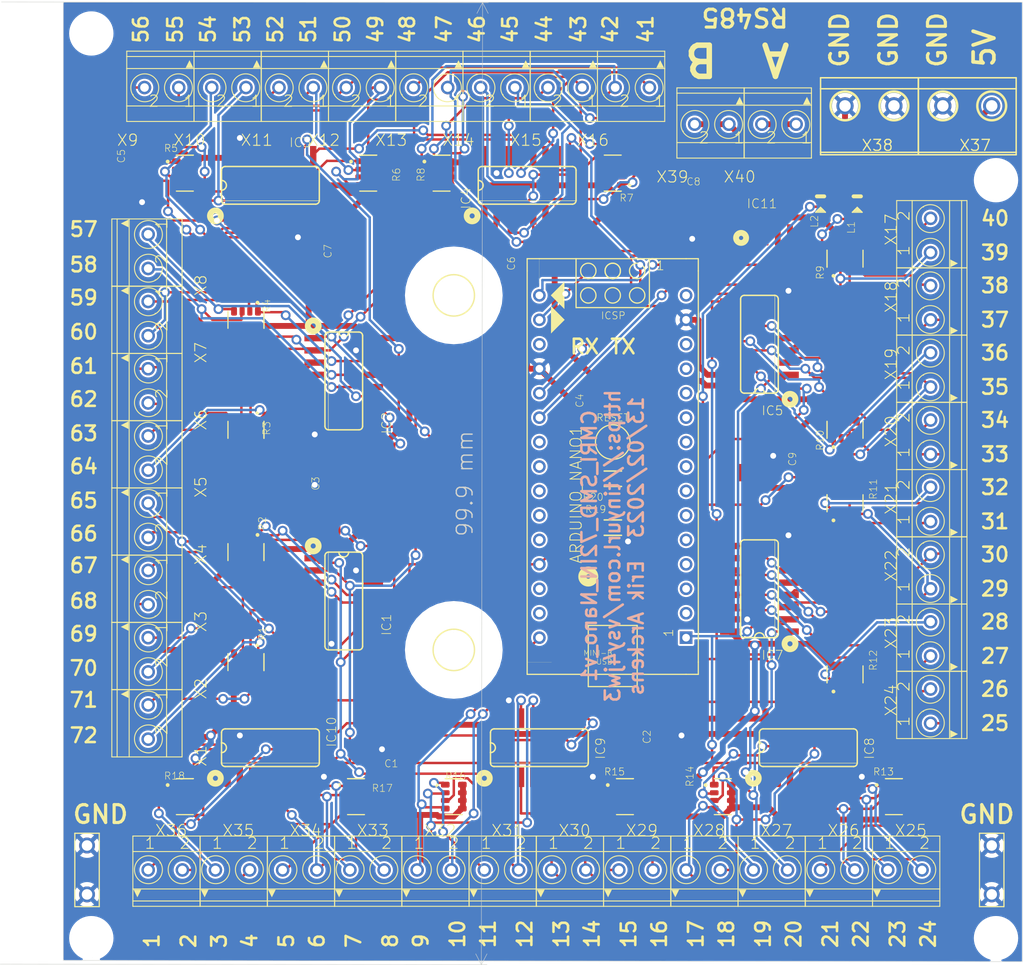
<source format=kicad_pcb>
(kicad_pcb (version 20211014) (generator pcbnew)
  (layers (0 "F.Cu" signal) (31 "B.Cu" signal) (34 "B.Paste" user) (35 "F.Paste" user) (36 "B.SilkS" user "B.Silkscreen") (37 "F.SilkS" user "F.Silkscreen") (38 "B.Mask" user) (39 "F.Mask" user) (44 "Edge.Cuts" user))
  (net 0 "")
  (net 1 "GND")
  (net 2 "VCC")
  (net 3 "N$1")
  (net 4 "N$3")
  (net 5 "N$5")
  (net 6 "N$7")
  (net 7 "N$9")
  (net 8 "N$11")
  (net 9 "N$13")
  (net 10 "N$15")
  (net 11 "N$19")
  (net 12 "N$21")
  (net 13 "N$23")
  (net 14 "N$25")
  (net 15 "N$27")
  (net 16 "N$29")
  (net 17 "N$31")
  (net 18 "N$33")
  (net 19 "N$35")
  (net 20 "N$37")
  (net 21 "N$39")
  (net 22 "N$41")
  (net 23 "N$43")
  (net 24 "N$45")
  (net 25 "N$47")
  (net 26 "N$57")
  (net 27 "LATCH")
  (net 28 "SO")
  (net 29 "SCK")
  (net 30 "A")
  (net 31 "N$55")
  (net 32 "TX")
  (net 33 "RX")
  (net 34 "N$2")
  (net 35 "N$4")
  (net 36 "B")
  (net 37 "N$17")
  (net 38 "N$54")
  (net 39 "N$6")
  (net 40 "N$8")
  (net 41 "N$10")
  (net 42 "N$12")
  (net 43 "N$14")
  (net 44 "N$16")
  (net 45 "N$18")
  (net 46 "N$20")
  (net 47 "N$22")
  (net 48 "N$24")
  (net 49 "N$26")
  (net 50 "N$28")
  (net 51 "N$30")
  (net 52 "N$32")
  (net 53 "N$34")
  (net 54 "N$36")
  (net 55 "N$38")
  (net 56 "N$40")
  (net 57 "N$42")
  (net 58 "N$44")
  (net 59 "N$46")
  (net 60 "N$48")
  (net 61 "N$49")
  (net 62 "N$50")
  (net 63 "N$51")
  (net 64 "N$52")
  (net 65 "N$53")
  (net 66 "N$56")
  (net 67 "N$58")
  (net 68 "N$59")
  (net 69 "N$60")
  (net 70 "N$61")
  (net 71 "N$62")
  (net 72 "N$63")
  (net 73 "N$64")
  (net 74 "N$65")
  (net 75 "N$66")
  (net 76 "N$67")
  (net 77 "N$68")
  (net 78 "N$69")
  (net 79 "N$70")
  (net 80 "N$71")
  (net 81 "N$72")
  (net 82 "N$73")
  (net 83 "N$74")
  (net 84 "N$75")
  (net 85 "N$76")
  (net 86 "N$77")
  (net 87 "N$78")
  (net 88 "N$79")
  (net 89 "N$80")
  (net 90 "N$81")
  (net 91 "N$82")
  (net 92 "N$83")
  (net 93 "D3")
  (net 94 "5V")
  (net 95 "VIN")
  (footprint "CMRI_SMD_72IN_Nano_v1:TERMINAL_2P_3,5MM_V2" (layer "F.Cu") (at 143.7006 145.3161)
    (fp_text reference "X31")
    (fp_text value "TERMINAL_2P_3,5MM_V2" hide)
  )
  (footprint "CMRI_SMD_72IN_Nano_v1:TERMINAL_2P_3,5MM_V2" (layer "F.Cu") (at 136.7156 145.3161)
    (fp_text reference "X32")
    (fp_text value "TERMINAL_2P_3,5MM_V2" hide)
  )
  (footprint "CMRI_SMD_72IN_Nano_v1:R1206W" (layer "F.Cu") (at 155.7656 104.6761 180)
    (fp_text reference "R20")
    (fp_text value "1k")
  )
  (footprint "CMRI_SMD_72IN_Nano_v1:SO16" (layer "F.Cu") (at 171.0056 116.1061 90)
    (fp_text reference "IC7")
    (fp_text value "74HC165D")
  )
  (footprint "CMRI_SMD_72IN_Nano_v1:TERMINAL_2P_3,5MM_V2" (layer "F.Cu") (at 188.7856 107.8511 90)
    (fp_text reference "X21")
    (fp_text value "TERMINAL_2P_3,5MM_V2" hide)
  )
  (footprint "CMRI_SMD_72IN_Nano_v1:4,1" (layer "F.Cu") (at 139.2556 122.4561)
    (fp_text reference "H2" hide)
    (fp_text value "MOUNT-HOLE4.1" hide)
  )
  (footprint "CMRI_SMD_72IN_Nano_v1:TERMINAL_2P_3,5MM_V2" (layer "F.Cu") (at 151.3206 64.0361 180)
    (fp_text reference "X15")
    (fp_text value "TERMINAL_2P_3,5MM_V2" hide)
  )
  (footprint "CMRI_SMD_72IN_Nano_v1:TERMINAL_2P_3,5MM_V2" (layer "F.Cu") (at 173.5456 67.8461 180)
    (fp_text reference "X40")
    (fp_text value "TERMINAL_2P_3,5MM_V2" hide)
  )
  (footprint "CMRI_SMD_72IN_Nano_v1:RESISTORARRAY-0603" (layer "F.Cu") (at 184.9756 137.6961)
    (fp_text reference "R13")
    (fp_text value "10k")
  )
  (footprint "CMRI_SMD_72IN_Nano_v1:TERMINAL_2P_3,5MM_V2" (layer "F.Cu") (at 157.6706 145.3161)
    (fp_text reference "X29")
    (fp_text value "TERMINAL_2P_3,5MM_V2" hide)
  )
  (footprint "CMRI_SMD_72IN_Nano_v1:SO08" (layer "F.Cu") (at 172.2756 76.7361)
    (fp_text reference "IC11")
    (fp_text value "MAX485")
  )
  (footprint "CMRI_SMD_72IN_Nano_v1:TERMINAL_2P_3,5MM_V2" (layer "F.Cu") (at 107.5056 108.4861 -90)
    (fp_text reference "X4")
    (fp_text value "TERMINAL_2P_3,5MM_V2" hide)
  )
  (footprint "CMRI_SMD_72IN_Nano_v1:4,1" (layer "F.Cu") (at 139.2556 85.6261)
    (fp_text reference "H1" hide)
    (fp_text value "MOUNT-HOLE4.1" hide)
  )
  (footprint "CMRI_SMD_72IN_Nano_v1:TERMINAL_2P_3,5MM_V2" (layer "F.Cu") (at 188.7856 100.8661 90)
    (fp_text reference "X20")
    (fp_text value "TERMINAL_2P_3,5MM_V2" hide)
  )
  (footprint "CMRI_SMD_72IN_Nano_v1:RESISTORARRAY-0603" (layer "F.Cu") (at 117.6656 112.2961 -90)
    (fp_text reference "R2")
    (fp_text value "10k")
  )
  (footprint "CMRI_SMD_72IN_Nano_v1:RESISTORARRAY-0603" (layer "F.Cu") (at 117.6656 88.1661 -90)
    (fp_text reference "R4")
    (fp_text value "10k")
  )
  (footprint "CMRI_SMD_72IN_Nano_v1:1206" (layer "F.Cu") (at 171.0056 104.0411 180)
    (fp_text reference "C9")
    (fp_text value "100nF")
  )
  (footprint "CMRI_SMD_72IN_Nano_v1:SO16" (layer "F.Cu") (at 127.8256 94.5161 -90)
    (fp_text reference "IC2")
    (fp_text value "74HC165D")
  )
  (footprint "CMRI_SMD_72IN_Nano_v1:TERMINAL_2P_3,5MM_V2" (layer "F.Cu") (at 188.7856 93.8811 90)
    (fp_text reference "X19")
    (fp_text value "TERMINAL_2P_3,5MM_V2" hide)
  )
  (footprint "" (layer "F.Cu") (at 101.6 58.42)
    (fp_text reference "")
    (fp_text value "")
  )
  (footprint "CMRI_SMD_72IN_Nano_v1:RESISTORARRAY-0603" (layer "F.Cu") (at 130.3656 72.9261)
    (fp_text reference "R6")
    (fp_text value "10k")
  )
  (footprint "CMRI_SMD_72IN_Nano_v1:1206" (layer "F.Cu") (at 106.8706 72.9261 90)
    (fp_text reference "C5")
    (fp_text value "100nF")
  )
  (footprint "CMRI_SMD_72IN_Nano_v1:RESISTORARRAY-0603" (layer "F.Cu") (at 117.6656 123.7261 -90)
    (fp_text reference "R1")
    (fp_text value "10k")
  )
  (footprint "CMRI_SMD_72IN_Nano_v1:RESISTORARRAY-0603" (layer "F.Cu") (at 117.6656 99.5961 -90)
    (fp_text reference "R3")
    (fp_text value "10k")
  )
  (footprint "CMRI_SMD_72IN_Nano_v1:TERMINAL_2P_3,5MM_V2" (layer "F.Cu") (at 188.7856 128.8061 90)
    (fp_text reference "X24")
    (fp_text value "TERMINAL_2P_3,5MM_V2" hide)
  )
  (footprint "CMRI_SMD_72IN_Nano_v1:1206" (layer "F.Cu") (at 161.4806 131.3461 90)
    (fp_text reference "C2")
    (fp_text value "100nF")
  )
  (footprint "CMRI_SMD_72IN_Nano_v1:1206" (layer "F.Cu") (at 155.7656 96.4211 180)
    (fp_text reference "C4")
    (fp_text value "100nF")
  )
  (footprint "CMRI_SMD_72IN_Nano_v1:TERMINAL_2P_3,5MM_V2" (layer "F.Cu") (at 109.4106 64.0361 180)
    (fp_text reference "X9")
    (fp_text value "TERMINAL_2P_3,5MM_V2" hide)
  )
  (footprint "CMRI_SMD_72IN_Nano_v1:1206" (layer "F.Cu") (at 127.8256 105.3111)
    (fp_text reference "C3")
    (fp_text value "100nF")
  )
  (footprint "CMRI_SMD_72IN_Nano_v1:W237-132" (layer "F.Cu") (at 192.5956 66.5761 180)
    (fp_text reference "X37")
    (fp_text value "")
  )
  (footprint "CMRI_SMD_72IN_Nano_v1:RESISTORARRAY-0603" (layer "F.Cu") (at 179.8956 124.9961 90)
    (fp_text reference "R12")
    (fp_text value "10k")
  )
  (footprint "CMRI_SMD_72IN_Nano_v1:RESISTORARRAY-0603" (layer "F.Cu") (at 179.8956 81.8161 90)
    (fp_text reference "R9")
    (fp_text value "10k")
  )
  (footprint "CMRI_SMD_72IN_Nano_v1:TERMINAL_2P_3,5MM_V2" (layer "F.Cu") (at 130.3656 64.0361 180)
    (fp_text reference "X12")
    (fp_text value "TERMINAL_2P_3,5MM_V2" hide)
  )
  (footprint "CMRI_SMD_72IN_Nano_v1:1206" (layer "F.Cu") (at 122.7456 81.1811)
    (fp_text reference "C7")
    (fp_text value "100nF")
  )
  (footprint "CMRI_SMD_72IN_Nano_v1:TERMINAL_2P_3,5MM_V2" (layer "F.Cu") (at 164.6556 145.3161)
    (fp_text reference "X28")
    (fp_text value "TERMINAL_2P_3,5MM_V2" hide)
  )
  (footprint "CMRI_SMD_72IN_Nano_v1:RESISTORARRAY-0603" (layer "F.Cu") (at 111.3156 72.9261)
    (fp_text reference "R5")
    (fp_text value "10k")
  )
  (footprint "CMRI_SMD_72IN_Nano_v1:TERMINAL_2P_3,5MM_V2" (layer "F.Cu") (at 144.3356 64.0361 180)
    (fp_text reference "X14")
    (fp_text value "TERMINAL_2P_3,5MM_V2" hide)
  )
  (footprint "CMRI_SMD_72IN_Nano_v1:TERMINAL_2P_3,5MM_V2" (layer "F.Cu") (at 116.3956 64.0361 180)
    (fp_text reference "X10")
    (fp_text value "TERMINAL_2P_3,5MM_V2" hide)
  )
  (footprint "CMRI_SMD_72IN_Nano_v1:RESISTORARRAY-0603" (layer "F.Cu") (at 111.3156 137.6961)
    (fp_text reference "R18")
    (fp_text value "10k")
  )
  (footprint "CMRI_SMD_72IN_Nano_v1:TERMINAL_2P_3,5MM_V2" (layer "F.Cu") (at 108.7756 145.3161)
    (fp_text reference "X36")
    (fp_text value "TERMINAL_2P_3,5MM_V2" hide)
  )
  (footprint "CMRI_SMD_72IN_Nano_v1:TERMINAL_2P_3,5MM_V2" (layer "F.Cu") (at 107.5056 87.5311 -90)
    (fp_text reference "X7")
    (fp_text value "TERMINAL_2P_3,5MM_V2" hide)
  )
  (footprint "CMRI_SMD_72IN_Nano_v1:1206" (layer "F.Cu") (at 164.0206 76.7361 90)
    (fp_text reference "C8")
    (fp_text value "100nF")
  )
  (footprint "CMRI_SMD_72IN_Nano_v1:W237-132" (layer "F.Cu") (at 182.4356 66.5761 180)
    (fp_text reference "X38")
    (fp_text value "")
  )
  (footprint "CMRI_SMD_72IN_Nano_v1:SO16" (layer "F.Cu") (at 127.8256 117.3761 -90)
    (fp_text reference "IC1")
    (fp_text value "74HC165D")
  )
  (footprint "CMRI_SMD_72IN_Nano_v1:TERMINAL_2P_3,5MM_V2" (layer "F.Cu") (at 115.7606 145.3161)
    (fp_text reference "X35")
    (fp_text value "TERMINAL_2P_3,5MM_V2" hide)
  )
  (footprint "CMRI_SMD_72IN_Nano_v1:SO16" (layer "F.Cu") (at 148.1456 132.6161)
    (fp_text reference "IC9")
    (fp_text value "74HC165D")
  )
  (footprint "CMRI_SMD_72IN_Nano_v1:LED-0603" (layer "F.Cu") (at 177.3556 76.7361)
    (fp_text reference "L2")
    (fp_text value "Vcc")
  )
  (footprint "CMRI_SMD_72IN_Nano_v1:TERMINAL_2P_3,5MM_V2" (layer "F.Cu") (at 122.7456 145.3161)
    (fp_text reference "X34")
    (fp_text value "TERMINAL_2P_3,5MM_V2" hide)
  )
  (footprint "CMRI_SMD_72IN_Nano_v1:RESISTORARRAY-0603" (layer "F.Cu") (at 179.8956 99.5961 90)
    (fp_text reference "R10")
    (fp_text value "10k")
  )
  (footprint "CMRI_SMD_72IN_Nano_v1:R1206W" (layer "F.Cu") (at 155.7656 109.7561 180)
    (fp_text reference "R19")
    (fp_text value "1k")
  )
  (footprint "" (layer "F.Cu") (at 101.6 152.4)
    (fp_text reference "")
    (fp_text value "")
  )
  (footprint "CMRI_SMD_72IN_Nano_v1:SO16" (layer "F.Cu") (at 120.2056 74.1961)
    (fp_text reference "IC3")
    (fp_text value "74HC165D")
  )
  (footprint "CMRI_SMD_72IN_Nano_v1:TERMINAL_2P_3,5MM_V2" (layer "F.Cu") (at 107.5056 94.5161 -90)
    (fp_text reference "X6")
    (fp_text value "TERMINAL_2P_3,5MM_V2" hide)
  )
  (footprint "CMRI_SMD_72IN_Nano_v1:LUG-5MM" (layer "F.Cu") (at 195.1356 145.3161)
    (fp_text reference "U$2" hide)
    (fp_text value "")
  )
  (footprint "CMRI_SMD_72IN_Nano_v1:TERMINAL_2P_3,5MM_V2" (layer "F.Cu") (at 188.7856 121.8211 90)
    (fp_text reference "X23")
    (fp_text value "TERMINAL_2P_3,5MM_V2" hide)
  )
  (footprint "CMRI_SMD_72IN_Nano_v1:TERMINAL_2P_3,5MM_V2" (layer "F.Cu") (at 188.7856 114.8361 90)
    (fp_text reference "X22")
    (fp_text value "TERMINAL_2P_3,5MM_V2" hide)
  )
  (footprint "CMRI_SMD_72IN_Nano_v1:TERMINAL_2P_3,5MM_V2" (layer "F.Cu") (at 171.6406 145.3161)
    (fp_text reference "X27")
    (fp_text value "TERMINAL_2P_3,5MM_V2" hide)
  )
  (footprint "CMRI_SMD_72IN_Nano_v1:LED-0603" (layer "F.Cu") (at 181.1656 76.7361)
    (fp_text reference "L1")
    (fp_text value "STATUS")
  )
  (footprint "CMRI_SMD_72IN_Nano_v1:RESISTORARRAY-0603" (layer "F.Cu") (at 155.7656 72.9261 180)
    (fp_text reference "R7")
    (fp_text value "10k")
  )
  (footprint "CMRI_SMD_72IN_Nano_v1:TERMINAL_2P_3,5MM_V2" (layer "F.Cu") (at 107.5056 80.5461 -90)
    (fp_text reference "X8")
    (fp_text value "TERMINAL_2P_3,5MM_V2" hide)
  )
  (footprint "CMRI_SMD_72IN_Nano_v1:TERMINAL_2P_3,5MM_V2" (layer "F.Cu") (at 150.6856 145.3161)
    (fp_text reference "X30")
    (fp_text value "TERMINAL_2P_3,5MM_V2" hide)
  )
  (footprint "CMRI_SMD_72IN_Nano_v1:TERMINAL_2P_3,5MM_V2" (layer "F.Cu") (at 137.3506 64.0361 180)
    (fp_text reference "X13")
    (fp_text value "TERMINAL_2P_3,5MM_V2" hide)
  )
  (footprint "CMRI_SMD_72IN_Nano_v1:TERMINAL_2P_3,5MM_V2" (layer "F.Cu") (at 185.6106 145.3161)
    (fp_text reference "X25")
    (fp_text value "TERMINAL_2P_3,5MM_V2" hide)
  )
  (footprint "CMRI_SMD_72IN_Nano_v1:TERMINAL_2P_3,5MM_V2" (layer "F.Cu") (at 188.7856 86.8961 90)
    (fp_text reference "X18")
    (fp_text value "TERMINAL_2P_3,5MM_V2" hide)
  )
  (footprint "CMRI_SMD_72IN_Nano_v1:TERMINAL_2P_3,5MM_V2" (layer "F.Cu") (at 123.3806 64.0361 180)
    (fp_text reference "X11")
    (fp_text value "TERMINAL_2P_3,5MM_V2" hide)
  )
  (footprint "CMRI_SMD_72IN_Nano_v1:RESISTORARRAY-0603" (layer "F.Cu") (at 157.0356 137.6961)
    (fp_text reference "R15")
    (fp_text value "10k")
  )
  (footprint "CMRI_SMD_72IN_Nano_v1:1206" (layer "F.Cu") (at 148.1456 82.4511)
    (fp_text reference "C6")
    (fp_text value "100nF")
  )
  (footprint "CMRI_SMD_72IN_Nano_v1:TERMINAL_2P_3,5MM_V2" (layer "F.Cu") (at 178.6256 145.3161)
    (fp_text reference "X26")
    (fp_text value "TERMINAL_2P_3,5MM_V2" hide)
  )
  (footprint "CMRI_SMD_72IN_Nano_v1:SO16" (layer "F.Cu") (at 120.2056 132.6161)
    (fp_text reference "IC10")
    (fp_text value "74HC165D")
  )
  (footprint "CMRI_SMD_72IN_Nano_v1:1206" (layer "F.Cu") (at 133.5406 131.3461 90)
    (fp_text reference "C1")
    (fp_text value "100nF")
  )
  (footprint "CMRI_SMD_72IN_Nano_v1:SO16" (layer "F.Cu") (at 146.8756 74.1961)
    (fp_text reference "IC4")
    (fp_text value "74HC165D")
  )
  (footprint "CMRI_SMD_72IN_Nano_v1:TERMINAL_2P_3,5MM_V2" (layer "F.Cu") (at 129.7306 145.3161)
    (fp_text reference "X33")
    (fp_text value "TERMINAL_2P_3,5MM_V2" hide)
  )
  (footprint "CMRI_SMD_72IN_Nano_v1:TERMINAL_2P_3,5MM_V2" (layer "F.Cu") (at 166.5606 67.8461 180)
    (fp_text reference "X39")
    (fp_text value "TERMINAL_2P_3,5MM_V2" hide)
  )
  (footprint "CMRI_SMD_72IN_Nano_v1:RESISTORARRAY-0603" (layer "F.Cu") (at 137.9856 72.9261)
    (fp_text reference "R8")
    (fp_text value "10k")
  )
  (footprint "CMRI_SMD_72IN_Nano_v1:TERMINAL_2P_3,5MM_V2" (layer "F.Cu") (at 107.5056 129.4411 -90)
    (fp_text reference "X1")
    (fp_text value "TERMINAL_2P_3,5MM_V2" hide)
  )
  (footprint "CMRI_SMD_72IN_Nano_v1:TERMINAL_2P_3,5MM_V2" (layer "F.Cu") (at 107.5056 122.4561 -90)
    (fp_text reference "X2")
    (fp_text value "TERMINAL_2P_3,5MM_V2" hide)
  )
  (footprint "" (layer "F.Cu") (at 195.58 73.66)
    (fp_text reference "")
    (fp_text value "")
  )
  (footprint "CMRI_SMD_72IN_Nano_v1:SO16" (layer "F.Cu") (at 176.0856 132.6161)
    (fp_text reference "IC8")
    (fp_text value "74HC165D")
  )
  (footprint "CMRI_SMD_72IN_Nano_v1:RESISTORARRAY-0603" (layer "F.Cu") (at 139.2556 137.6961)
    (fp_text reference "R16")
    (fp_text value "10k")
  )
  (footprint "CMRI_SMD_72IN_Nano_v1:TERMINAL_2P_3,5MM_V2" (layer "F.Cu") (at 107.5056 115.4711 -90)
    (fp_text reference "X3")
    (fp_text value "TERMINAL_2P_3,5MM_V2" hide)
  )
  (footprint "CMRI_SMD_72IN_Nano_v1:RESISTORARRAY-0603" (layer "F.Cu") (at 167.1956 137.6961)
    (fp_text reference "R14")
    (fp_text value "10k")
  )
  (footprint "CMRI_SMD_72IN_Nano_v1:TERMINAL_2P_3,5MM_V2" (layer "F.Cu") (at 158.3056 64.0361 180)
    (fp_text reference "X16")
    (fp_text value "TERMINAL_2P_3,5MM_V2" hide)
  )
  (footprint "CMRI_SMD_72IN_Nano_v1:TERMINAL_2P_3,5MM_V2" (layer "F.Cu") (at 188.7856 79.9111 90)
    (fp_text reference "X17")
    (fp_text value "TERMINAL_2P_3,5MM_V2" hide)
  )
  (footprint "CMRI_SMD_72IN_Nano_v1:RESISTORARRAY-0603" (layer "F.Cu") (at 179.8956 107.2161 90)
    (fp_text reference "R11")
    (fp_text value "10k")
  )
  (footprint "CMRI_SMD_72IN_Nano_v1:TERMINAL_2P_3,5MM_V2" (layer "F.Cu") (at 107.5056 101.5011 -90)
    (fp_text reference "X5")
    (fp_text value "TERMINAL_2P_3,5MM_V2" hide)
  )
  (footprint "CMRI_SMD_72IN_Nano_v1:ARDUINO_NANO" (layer "F.Cu") (at 155.7656 100.8661 90)
    (fp_text reference "ARDUINO_NANO1")
    (fp_text value "")
  )
  (footprint "" (layer "F.Cu") (at 195.58 152.4)
    (fp_text reference "")
    (fp_text value "")
  )
  (footprint "CMRI_SMD_72IN_Nano_v1:LUG-5MM" (layer "F.Cu") (at 101.1556 145.3161)
    (fp_text reference "U$1" hide)
    (fp_text value "")
  )
  (footprint "CMRI_SMD_72IN_Nano_v1:SO16" (layer "F.Cu") (at 171.0056 90.7061 90)
    (fp_text reference "IC5")
    (fp_text value "74HC165D")
  )
  (footprint "CMRI_SMD_72IN_Nano_v1:RESISTORARRAY-0603" (layer "F.Cu") (at 129.0956 137.6961)
    (fp_text reference "R17")
    (fp_text value "10k")
  )
  (gr_circle (center 153.2256 114.8361) (end 153.8606 114.8361) (layer "F.SilkS") (width 0.8128) (fill none))
  (gr_line (start 98.6916 55.1661) (end 98.6916 154.7141) (layer "Edge.Cuts") (width 0.05))
  (gr_line (start 98.6916 154.7141) (end 198.3106 154.8411) (layer "Edge.Cuts") (width 0.05))
  (gr_line (start 198.3106 154.8411) (end 198.3106 55.1661) (layer "Edge.Cuts") (width 0.05))
  (gr_line (start 198.3106 55.1661) (end 98.6916 55.1661) (layer "Edge.Cuts") (width 0.05))
  (gr_text "CMRI_SMD_72IN_Nano_v1\nhttps://tinyurl.com/vsy4jw3\n13/02/2023  Erik Arckens" (at 155.7656 111.6611 -270) (layer "B.SilkS") (effects (font (size 1.5113 1.5113) (thickness 0.2667)) (justify mirror)))
  (gr_text "GND" (at 185.4836 62.1311 90) (layer "F.SilkS") (effects (font (size 1.85674 1.85674) (thickness 0.32766)) (justify left bottom)))
  (gr_text "13" (at 151.3206 153.5711 90) (layer "F.SilkS") (effects (font (size 1.5113 1.5113) (thickness 0.2667)) (justify left bottom)))
  (gr_text "69" (at 102.4256 119.9161) (layer "F.SilkS") (effects (font (size 1.5113 1.5113) (thickness 0.2667)) (justify right top)))
  (gr_text "GND" (at 180.4036 62.1311 90) (layer "F.SilkS") (effects (font (size 1.85674 1.85674) (thickness 0.32766)) (justify left bottom)))
  (gr_text "51" (at 125.0316 59.5911 90) (layer "F.SilkS") (effects (font (size 1.5113 1.5113) (thickness 0.2667)) (justify left bottom)))
  (gr_text "45" (at 145.9866 59.5911 90) (layer "F.SilkS") (effects (font (size 1.5113 1.5113) (thickness 0.2667)) (justify left bottom)))
  (gr_text "GND" (at 105.6006 138.4581) (layer "F.SilkS") (effects (font (size 1.85674 1.85674) (thickness 0.32766)) (justify right top)))
  (gr_text "2" (at 112.5856 153.5711 90) (layer "F.SilkS") (effects (font (size 1.5113 1.5113) (thickness 0.2667)) (justify left bottom)))
  (gr_text "A" (at 174.4346 59.2101 180) (layer "F.SilkS") (effects (font (size 3.2385 3.2385) (thickness 0.5715)) (justify left bottom)))
  (gr_text "RX" (at 154.4956 90.0711) (layer "F.SilkS") (effects (font (size 1.5113 1.5113) (thickness 0.2667)) (justify right top)))
  (gr_text "72" (at 102.4256 130.4571) (layer "F.SilkS") (effects (font (size 1.5113 1.5113) (thickness 0.2667)) (justify right top)))
  (gr_text "RS485" (at 174.1806 55.6541 180) (layer "F.SilkS") (effects (font (size 1.85674 1.85674) (thickness 0.32766)) (justify left bottom)))
  (gr_text "33" (at 193.8656 103.0251) (layer "F.SilkS") (effects (font (size 1.5113 1.5113) (thickness 0.2667)) (justify left bottom)))
  (gr_text "29" (at 193.8656 116.9951) (layer "F.SilkS") (effects (font (size 1.5113 1.5113) (thickness 0.2667)) (justify left bottom)))
  (gr_text "55" (at 111.1886 59.5911 90) (layer "F.SilkS") (effects (font (size 1.5113 1.5113) (thickness 0.2667)) (justify left bottom)))
  (gr_text "66" (at 102.4256 109.5021) (layer "F.SilkS") (effects (font (size 1.5113 1.5113) (thickness 0.2667)) (justify right top)))
  (gr_text "19" (at 172.2756 153.5711 90) (layer "F.SilkS") (effects (font (size 1.5113 1.5113) (thickness 0.2667)) (justify left bottom)))
  (gr_text "GND" (at 197.6756 138.4581) (layer "F.SilkS") (effects (font (size 1.85674 1.85674) (thickness 0.32766)) (justify right top)))
  (gr_text "67" (at 102.4256 112.8041) (layer "F.SilkS") (effects (font (size 1.5113 1.5113) (thickness 0.2667)) (justify right top)))
  (gr_text "14" (at 154.4956 153.5711 90) (layer "F.SilkS") (effects (font (size 1.5113 1.5113) (thickness 0.2667)) (justify left bottom)))
  (gr_text "B" (at 166.9416 59.2101 180) (layer "F.SilkS") (effects (font (size 3.2385 3.2385) (thickness 0.5715)) (justify left bottom)))
  (gr_text "5V" (at 195.6436 62.1311 90) (layer "F.SilkS") (effects (font (size 2.159 2.159) (thickness 0.381)) (justify left bottom)))
  (gr_text "59" (at 102.4256 84.9911) (layer "F.SilkS") (effects (font (size 1.5113 1.5113) (thickness 0.2667)) (justify right top)))
  (gr_text "49" (at 132.0166 59.5911 90) (layer "F.SilkS") (effects (font (size 1.5113 1.5113) (thickness 0.2667)) (justify left bottom)))
  (gr_text "50" (at 128.5876 59.5911 90) (layer "F.SilkS") (effects (font (size 1.5113 1.5113) (thickness 0.2667)) (justify left bottom)))
  (gr_text "38" (at 193.8656 85.4991) (layer "F.SilkS") (effects (font (size 1.5113 1.5113) (thickness 0.2667)) (justify left bottom)))
  (gr_text "10" (at 140.5256 153.5711 90) (layer "F.SilkS") (effects (font (size 1.5113 1.5113) (thickness 0.2667)) (justify left bottom)))
  (gr_text "48" (at 135.3186 59.5911 90) (layer "F.SilkS") (effects (font (size 1.5113 1.5113) (thickness 0.2667)) (justify left bottom)))
  (gr_text "52" (at 121.6026 59.5911 90) (layer "F.SilkS") (effects (font (size 1.5113 1.5113) (thickness 0.2667)) (justify left bottom)))
  (gr_text "32" (at 193.8656 106.4541) (layer "F.SilkS") (effects (font (size 1.5113 1.5113) (thickness 0.2667)) (justify left bottom)))
  (gr_text "24" (at 189.4206 153.5711 90) (layer "F.SilkS") (effects (font (size 1.5113 1.5113) (thickness 0.2667)) (justify left bottom)))
  (gr_text "70" (at 102.4256 123.4721) (layer "F.SilkS") (effects (font (size 1.5113 1.5113) (thickness 0.2667)) (justify right top)))
  (gr_text "35" (at 193.8656 96.0401) (layer "F.SilkS") (effects (font (size 1.5113 1.5113) (thickness 0.2667)) (justify left bottom)))
  (gr_text "37" (at 193.8656 89.0551) (layer "F.SilkS") (effects (font (size 1.5113 1.5113) (thickness 0.2667)) (justify left bottom)))
  (gr_text "18" (at 168.4656 153.5711 90) (layer "F.SilkS") (effects (font (size 1.5113 1.5113) (thickness 0.2667)) (justify left bottom)))
  (gr_text "71" (at 102.4256 126.7741) (layer "F.SilkS") (effects (font (size 1.5113 1.5113) (thickness 0.2667)) (justify right top)))
  (gr_text "53" (at 118.1736 59.5911 90) (layer "F.SilkS") (effects (font (size 1.5113 1.5113) (thickness 0.2667)) (justify left bottom)))
  (gr_text "39" (at 193.8656 82.0701) (layer "F.SilkS") (effects (font (size 1.5113 1.5113) (thickness 0.2667)) (justify left bottom)))
  (gr_text "7" (at 129.7306 153.5711 90) (layer "F.SilkS") (effects (font (size 1.5113 1.5113) (thickness 0.2667)) (justify left bottom)))
  (gr_text "16" (at 161.4806 153.5711 90) (layer "F.SilkS") (effects (font (size 1.5113 1.5113) (thickness 0.2667)) (justify left bottom)))
  (gr_text "21" (at 179.2606 153.5711 90) (layer "F.SilkS") (effects (font (size 1.5113 1.5113) (thickness 0.2667)) (justify left bottom)))
  (gr_text "22" (at 182.4356 153.5711 90) (layer "F.SilkS") (effects (font (size 1.5113 1.5113) (thickness 0.2667)) (justify left bottom)))
  (gr_text "60" (at 102.4256 88.5471) (layer "F.SilkS") (effects (font (size 1.5113 1.5113) (thickness 0.2667)) (justify right top)))
  (gr_text "47" (at 139.1286 59.5911 90) (layer "F.SilkS") (effects (font (size 1.5113 1.5113) (thickness 0.2667)) (justify left bottom)))
  (gr_text "43" (at 153.0986 59.5911 90) (layer "F.SilkS") (effects (font (size 1.5113 1.5113) (thickness 0.2667)) (justify left bottom)))
  (gr_text "54" (at 114.6176 59.5911 90) (layer "F.SilkS") (effects (font (size 1.5113 1.5113) (thickness 0.2667)) (justify left bottom)))
  (gr_text "58" (at 102.4256 81.5621) (layer "F.SilkS") (effects (font (size 1.5113 1.5113) (thickness 0.2667)) (justify right top)))
  (gr_text "25" (at 193.8656 130.9651) (layer "F.SilkS") (effects (font (size 1.5113 1.5113) (thickness 0.2667)) (justify left bottom)))
  (gr_text "8" (at 133.5406 153.5711 90) (layer "F.SilkS") (effects (font (size 1.5113 1.5113) (thickness 0.2667)) (justify left bottom)))
  (gr_text "12" (at 147.5106 153.5711 90) (layer "F.SilkS") (effects (font (size 1.5113 1.5113) (thickness 0.2667)) (justify left bottom)))
  (gr_text "65" (at 102.4256 106.0731) (layer "F.SilkS") (effects (font (size 1.5113 1.5113) (thickness 0.2667)) (justify right top)))
  (gr_text "40" (at 193.8656 78.5141) (layer "F.SilkS") (effects (font (size 1.5113 1.5113) (thickness 0.2667)) (justify left bottom)))
  (gr_text "56" (at 107.6326 59.5911 90) (layer "F.SilkS") (effects (font (size 1.5113 1.5113) (thickness 0.2667)) (justify left bottom)))
  (gr_text "4" (at 118.9356 153.5711 90) (layer "F.SilkS") (effects (font (size 1.5113 1.5113) (thickness 0.2667)) (justify left bottom)))
  (gr_text "TX" (at 158.3056 90.0711) (layer "F.SilkS") (effects (font (size 1.5113 1.5113) (thickness 0.2667)) (justify right top)))
  (gr_text "57" (at 102.4256 77.8791) (layer "F.SilkS") (effects (font (size 1.5113 1.5113) (thickness 0.2667)) (justify right top)))
  (gr_text "61" (at 102.4256 92.1031) (layer "F.SilkS") (effects (font (size 1.5113 1.5113) (thickness 0.2667)) (justify right top)))
  (gr_text "GND" (at 190.5636 62.1311 90) (layer "F.SilkS") (effects (font (size 1.85674 1.85674) (thickness 0.32766)) (justify left bottom)))
  (gr_text "20" (at 175.4506 153.5711 90) (layer "F.SilkS") (effects (font (size 1.5113 1.5113) (thickness 0.2667)) (justify left bottom)))
  (gr_text "34" (at 193.8656 99.4691) (layer "F.SilkS") (effects (font (size 1.5113 1.5113) (thickness 0.2667)) (justify left bottom)))
  (gr_text "23" (at 186.2456 153.5711 90) (layer "F.SilkS") (effects (font (size 1.5113 1.5113) (thickness 0.2667)) (justify left bottom)))
  (gr_text "15" (at 158.3056 153.5711 90) (layer "F.SilkS") (effects (font (size 1.5113 1.5113) (thickness 0.2667)) (justify left bottom)))
  (gr_text "63" (at 102.4256 99.0881) (layer "F.SilkS") (effects (font (size 1.5113 1.5113) (thickness 0.2667)) (justify right top)))
  (gr_text "27" (at 193.8656 123.9801) (layer "F.SilkS") (effects (font (size 1.5113 1.5113) (thickness 0.2667)) (justify left bottom)))
  (gr_text "6" (at 125.9206 153.5711 90) (layer "F.SilkS") (effects (font (size 1.5113 1.5113) (thickness 0.2667)) (justify left bottom)))
  (gr_text "31" (at 193.8656 110.0101) (layer "F.SilkS") (effects (font (size 1.5113 1.5113) (thickness 0.2667)) (justify left bottom)))
  (gr_text "9" (at 136.7156 153.5711 90) (layer "F.SilkS") (effects (font (size 1.5113 1.5113) (thickness 0.2667)) (justify left bottom)))
  (gr_text "30" (at 193.8656 113.4391) (layer "F.SilkS") (effects (font (size 1.5113 1.5113) (thickness 0.2667)) (justify left bottom)))
  (gr_text "36" (at 193.8656 92.4841) (layer "F.SilkS") (effects (font (size 1.5113 1.5113) (thickness 0.2667)) (justify left bottom)))
  (gr_text "5" (at 122.7456 153.5711 90) (layer "F.SilkS") (effects (font (size 1.5113 1.5113) (thickness 0.2667)) (justify left bottom)))
  (gr_text "41" (at 160.0836 59.5911 90) (layer "F.SilkS") (effects (font (size 1.5113 1.5113) (thickness 0.2667)) (justify left bottom)))
  (gr_text "42" (at 156.4006 59.5911 90) (layer "F.SilkS") (effects (font (size 1.5113 1.5113) (thickness 0.2667)) (justify left bottom)))
  (gr_text "68" (at 102.4256 116.4871) (layer "F.SilkS") (effects (font (size 1.5113 1.5113) (thickness 0.2667)) (justify right top)))
  (gr_text "17" (at 165.2906 153.5711 90) (layer "F.SilkS") (effects (font (size 1.5113 1.5113) (thickness 0.2667)) (justify left bottom)))
  (gr_text "28" (at 193.8656 120.4241) (layer "F.SilkS") (effects (font (size 1.5113 1.5113) (thickness 0.2667)) (justify left bottom)))
  (gr_text "64" (at 102.4256 102.5171) (layer "F.SilkS") (effects (font (size 1.5113 1.5113) (thickness 0.2667)) (justify right top)))
  (gr_text "26" (at 193.8656 127.4091) (layer "F.SilkS") (effects (font (size 1.5113 1.5113) (thickness 0.2667)) (justify left bottom)))
  (gr_text "62" (at 102.4256 95.5321) (layer "F.SilkS") (effects (font (size 1.5113 1.5113) (thickness 0.2667)) (justify right top)))
  (gr_text "11" (at 143.7006 153.5711 90) (layer "F.SilkS") (effects (font (size 1.5113 1.5113) (thickness 0.2667)) (justify left bottom)))
  (gr_text "1" (at 108.7756 153.5711 90) (layer "F.SilkS") (effects (font (size 1.5113 1.5113) (thickness 0.2667)) (justify left bottom)))
  (gr_text "44" (at 149.5426 59.5911 90) (layer "F.SilkS") (effects (font (size 1.5113 1.5113) (thickness 0.2667)) (justify left bottom)))
  (gr_text "3" (at 115.7606 153.5711 90) (layer "F.SilkS") (effects (font (size 1.5113 1.5113) (thickness 0.2667)) (justify left bottom)))
  (gr_text "46" (at 142.5576 59.5911 90) (layer "F.SilkS") (effects (font (size 1.5113 1.5113) (thickness 0.2667)) (justify left bottom)))
  (dimension (type aligned) (layer "Edge.Cuts") (pts (xy 92.2656 55.1461) (xy 92.1386 155.0951)) (height -49.978577) (gr_text "99.9 mm" (at 140.402638 105.181846 89.92719727) (layer "Edge.Cuts") (effects (font (size 1.63576 1.63576) (thickness 0.14224)))) (format (units 2) (units_format 1) (precision 1)) (style (thickness 0.05) (arrow_length 1.27) (text_position_mode 0) (extension_height 0.58642) (extension_offset 0) keep_text_aligned))
  (segment (start 155.60685 97.84985) (end 152.74935 97.84985) (width 0.6096) (layer "F.Cu") (net 1))
  (segment (start 123.0631 79.5936) (end 121.4756 81.1811) (width 0.6096) (layer "F.Cu") (net 1))
  (segment (start 146.8756 93.2461) (end 146.8756 82.60985) (width 0.6096) (layer "F.Cu") (net 1))
  (segment (start 124.80935 98.9611) (end 124.7522 98.9611) (width 0.6096) (layer "F.Cu") (net 1))
  (segment (start 157.19435 104.6761) (end 157.2646 104.6761) (width 0.6096) (layer "F.Cu") (net 1))
  (segment (start 181.64185 135.63235) (end 180.5306 135.63235) (width 0.6096) (layer "F.Cu") (net 1))
  (segment (start 162.829975 131.266725) (end 161.4806 132.6161) (width 0.6096) (layer "F.Cu") (net 1))
  (segment (start 165.6081 93.8811) (end 167.9322 93.8811) (width 0.6096) (layer "F.Cu") (net 1))
  (segment (start 157.3531 111.18485) (end 157.3531 109.7561) (width 0.6096) (layer "F.Cu") (net 1))
  (segment (start 124.0156 78.79985) (end 123.85685 78.79985) (width 0.6096) (layer "F.Cu") (net 1))
  (segment (start 179.8956 68.32235) (end 174.1806 74.03735) (width 0.6096) (layer "F.Cu") (net 1))
  (segment (start 124.6506 78.16485) (end 124.0156 78.79985) (width 0.6096) (layer "F.Cu") (net 1))
  (segment (start 153.06685 105.78735) (end 156.0831 105.78735) (width 0.6096) (layer "F.Cu") (net 1))
  (segment (start 162.90935 131.18735) (end 162.829975 131.266725) (width 0.6096) (layer "F.Cu") (net 1))
  (segment (start 164.6556 88.1661) (end 164.6556 92.9286) (width 0.6096) (layer "F.Cu") (net 1))
  (segment (start 174.02185 85.14985) (end 174.02185 86.2611) (width 0.6096) (layer "F.Cu") (net 1))
  (segment (start 180.5306 135.63235) (end 180.5306 135.6895) (width 0.6096) (layer "F.Cu") (net 1))
  (segment (start 124.80935 105.3111) (end 126.4256 105.3111) (width 0.6096) (layer "F.Cu") (net 1))
  (segment (start 174.02185 110.54985) (end 174.02185 111.6611) (width 0.6096) (layer "F.Cu") (net 1))
  (segment (start 172.9106 130.3936) (end 172.11685 131.18735) (width 0.6096) (layer "F.Cu") (net 1))
  (segment (start 146.8756 82.60985) (end 146.7456 82.4511) (width 0.6096) (layer "F.Cu") (net 1))
  (segment (start 106.8706 75.94235) (end 106.8706 74.3261) (width 0.6096) (layer "F.Cu") (net 1))
  (segment (start 164.6556 92.9286) (end 165.6081 93.8811) (width 0.6096) (layer "F.Cu") (net 1))
  (segment (start 157.0356 96.4211) (end 155.60685 97.84985) (width 0.6096) (layer "F.Cu") (net 1))
  (segment (start 152.5906 135.63235) (end 152.5906 135.6895) (width 0.6096) (layer "F.Cu") (net 1))
  (segment (start 174.02185 111.6611) (end 174.079 111.6611) (width 0.6096) (layer "F.Cu") (net 1))
  (segment (start 152.74935 105.46985) (end 153.06685 105.78735) (width 0.6096) (layer "F.Cu") (net 1))
  (segment (start 131.79435 132.77485) (end 133.5406 132.77485) (width 0.6096) (layer "F.Cu") (net 1))
  (segment (start 150.6856 78.79985) (end 150.52685 78.79985) (width 0.6096) (layer "F.Cu") (net 1))
  (segment (start 172.43435 104.0411) (end 172.4056 104.0411) (width 0.6096) (layer "F.Cu") (net 1))
  (segment (start 129.0956 91.3411) (end 130.899 91.3411) (width 0.6096) (layer "F.Cu") (net 1))
  (segment (start 152.74935 97.84985) (end 152.74935 105.46985) (width 0.6096) (layer "F.Cu") (net 1))
  (segment (start 162.90935 131.3461) (end 162.829975 131.266725) (width 0.6096) (layer "F.Cu") (net 1))
  (segment (start 146.8756 82.4511) (end 146.7456 82.4511) (width 0.6096) (layer "F.Cu") (net 1))
  (segment (start 148.1456 93.2461) (end 146.8756 93.2461) (width 0.6096) (layer "F.Cu") (net 1))
  (segment (start 164.0206 79.75235) (end 164.0206 78.1361) (width 0.6096) (layer "F.Cu") (net 1))
  (segment (start 144.9706 127.69485) (end 144.9706 129.5427) (width 0.6096) (layer "F.Cu") (net 1))
  (segment (start 161.4806 132.6161) (end 161.4806 132.7461) (width 0.6096) (layer "F.Cu") (net 1))
  (segment (start 163.3856 88.1661) (end 164.6556 88.1661) (width 0.6096) (layer "F.Cu") (net 1))
  (segment (start 172.11685 131.18735) (end 162.90935 131.18735) (width 0.6096) (layer "F.Cu") (net 1))
  (segment (start 153.70185 135.63235) (end 152.5906 135.63235) (width 0.6096) (layer "F.Cu") (net 1))
  (segment (start 156.0831 105.78735) (end 157.19435 104.6761) (width 0.6096) (layer "F.Cu") (net 1))
  (segment (start 117.0306 131.3461) (end 117.0306 129.5427) (width 0.6096) (layer "F.Cu") (net 1))
  (segment (start 124.6506 135.63235) (end 124.6506 135.6895) (width 0.6096) (layer "F.Cu") (net 1))
  (segment (start 172.9106 129.5427) (end 172.9106 130.3936) (width 0.6096) (layer "F.Cu") (net 1))
  (segment (start 174.1806 74.03735) (end 174.1806 74.1361) (width 0.6096) (layer "F.Cu") (net 1))
  (segment (start 150.52685 78.79985) (end 146.8756 82.4511) (width 0.6096) (layer "F.Cu") (net 1))
  (segment (start 125.76185 135.63235) (end 124.6506 135.63235) (width 0.6096) (layer "F.Cu") (net 1))
  (segment (start 179.8956 65.9411) (end 179.8956 68.32235) (width 0.6096) (layer "F.Cu") (net 1))
  (segment (start 129.0956 114.2011) (end 130.899 114.2011) (width 0.6096) (layer "F.Cu") (net 1))
  (segment (start 143.7006 72.9261) (end 143.7006 71.1227) (width 0.6096) (layer "F.Cu") (net 1))
  (segment (start 151.3206 78.16485) (end 150.6856 78.79985) (width 0.6096) (layer "F.Cu") (net 1))
  (segment (start 151.3206 77.2695) (end 151.3206 78.16485) (width 0.6096) (layer "F.Cu") (net 1))
  (segment (start 169.7356 119.2811) (end 167.9322 119.2811) (width 0.6096) (layer "F.Cu") (net 1))
  (segment (start 157.0356 96.4211) (end 157.1656 96.4211) (width 0.6096) (layer "F.Cu") (net 1))
  (segment (start 174.02185 86.2611) (end 174.079 86.2611) (width 0.6096) (layer "F.Cu") (net 1))
  (segment (start 157.3531 109.7561) (end 157.2646 109.7561) (width 0.6096) (layer "F.Cu") (net 1))
  (segment (start 124.80935 100.07235) (end 124.80935 98.9611) (width 0.6096) (layer "F.Cu") (net 1))
  (segment (start 133.5406 132.77485) (end 133.5406 132.7461) (width 0.6096) (layer "F.Cu") (net 1))
  (segment (start 148.1456 93.2461) (end 152.74935 97.84985) (width 0.6096) (layer "F.Cu") (net 1))
  (segment (start 172.43435 102.29485) (end 172.43435 104.0411) (width 0.6096) (layer "F.Cu") (net 1))
  (segment (start 124.6506 77.2695) (end 124.6506 78.16485) (width 0.6096) (layer "F.Cu") (net 1))
  (segment (start 121.4756 81.1811) (end 121.3456 81.1811) (width 0.6096) (layer "F.Cu") (net 1))
  (segment (start 123.85685 78.79985) (end 123.0631 79.5936) (width 0.6096) (layer "F.Cu") (net 1))
  (segment (start 126.5556 121.8211) (end 124.7522 121.8211) (width 0.6096) (layer "F.Cu") (net 1))
  (segment (start 117.0306 69.27485) (end 117.0306 71.1227) (width 0.6096) (layer "F.Cu") (net 1))
  (via (at 129.0956 114.2011) (size 1.016) (drill 0.6096) (layers "F.Cu" "B.Cu") (net 1))
  (via (at 126.5556 121.8211) (size 1.016) (drill 0.6096) (layers "F.Cu" "B.Cu") (net 1))
  (via (at 124.80935 100.07235) (size 1.016) (drill 0.6096) (layers "F.Cu" "B.Cu") (net 1))
  (via (at 157.3531 111.18485) (size 1.016) (drill 0.6096) (layers "F.Cu" "B.Cu") (net 1))
  (via (at 181.64185 135.63235) (size 1.016) (drill 0.6096) (layers "F.Cu" "B.Cu") (net 1))
  (via (at 162.90935 131.3461) (size 1.016) (drill 0.6096) (layers "F.Cu" "B.Cu") (net 1))
  (via (at 174.02185 85.14985) (size 1.016) (drill 0.6096) (layers "F.Cu" "B.Cu") (net 1))
  (via (at 125.76185 135.63235) (size 1.016) (drill 0.6096) (layers "F.Cu" "B.Cu") (net 1))
  (via (at 164.0206 79.75235) (size 1.016) (drill 0.6096) (layers "F.Cu" "B.Cu") (net 1))
  (via (at 144.9706 127.69485) (size 1.016) (drill 0.6096) (layers "F.Cu" "B.Cu") (net 1))
  (via (at 131.79435 132.77485) (size 1.016) (drill 0.6096) (layers "F.Cu" "B.Cu") (net 1))
  (via (at 174.02185 110.54985) (size 1.016) (drill 0.6096) (layers "F.Cu" "B.Cu") (net 1))
  (via (at 117.0306 69.27485) (size 1.016) (drill 0.6096) (layers "F.Cu" "B.Cu") (net 1))
  (via (at 129.0956 91.3411) (size 1.016) (drill 0.6096) (layers "F.Cu" "B.Cu") (net 1))
  (via (at 153.70185 135.63235) (size 1.016) (drill 0.6096) (layers "F.Cu" "B.Cu") (net 1))
  (via (at 169.7356 119.2811) (size 1.016) (drill 0.6096) (layers "F.Cu" "B.Cu") (net 1))
  (via (at 123.0631 79.5936) (size 1.016) (drill 0.6096) (layers "F.Cu" "B.Cu") (net 1))
  (via (at 143.7006 72.9261) (size 1.016) (drill 0.6096) (layers "F.Cu" "B.Cu") (net 1))
  (via (at 172.43435 102.29485) (size 1.016) (drill 0.6096) (layers "F.Cu" "B.Cu") (net 1))
  (via (at 124.80935 105.3111) (size 1.016) (drill 0.6096) (layers "F.Cu" "B.Cu") (net 1))
  (via (at 106.8706 75.94235) (size 1.016) (drill 0.6096) (layers "F.Cu" "B.Cu") (net 1))
  (via (at 117.0306 131.3461) (size 1.016) (drill 0.6096) (layers "F.Cu" "B.Cu") (net 1))
  (segment (start 180.5306 106.2636) (end 181.00685 106.2636) (width 0.6096) (layer "F.Cu") (net 2))
  (segment (start 140.2081 137.0611) (end 140.1406 137.2961) (width 0.6096) (layer "F.Cu") (net 2))
  (segment (start 144.3356 131.18735) (end 143.3831 130.23485) (width 0.6096) (layer "F.Cu") (net 2))
  (segment (start 130.0481 137.0611) (end 130.0481 136.58485) (width 0.6096) (layer "F.Cu") (net 2))
  (segment (start 176.4031 96.4211) (end 177.3556 97.3736) (width 0.6096) (layer "F.Cu") (net 2))
  (segment (start 119.09435 100.70735) (end 118.9056 100.4811) (width 0.6096) (layer "F.Cu") (net 2))
  (segment (start 168.4656 138.80735) (end 168.0806 138.9361) (width 0.6096) (layer "F.Cu") (net 2))
  (segment (start 117.18935 88.95985) (end 117.2656 89.0511) (width 0.6096) (layer "F.Cu") (net 2))
  (segment (start 113.06185 71.3386) (end 112.5856 71.81485) (width 0.6096) (layer "F.Cu") (net 2))
  (segment (start 169.89435 74.67235) (end 170.3706 74.1961) (width 0.6096) (layer "F.Cu") (net 2))
  (segment (start 179.73685 124.0436) (end 179.4956 124.1111) (width 0.6096) (layer "F.Cu") (net 2))
  (segment (start 130.3656 138.80735) (end 129.9806 138.9361) (width 0.6096) (layer "F.Cu") (net 2))
  (segment (start 156.24185 75.30735) (end 155.1306 74.1961) (width 0.6096) (layer "F.Cu") (net 2))
  (segment (start 115.7606 71.17985) (end 115.7606 71.1227) (width 0.6096) (layer "F.Cu") (net 2))
  (segment (start 132.42935 74.8311) (end 131.6356 74.03735) (width 0.6096) (layer "F.Cu") (net 2))
  (segment (start 181.00685 106.2636) (end 181.1356 106.3311) (width 0.6096) (layer "F.Cu") (net 2))
  (segment (start 168.1481 138.80735) (end 168.0806 138.9361) (width 0.6096) (layer "F.Cu") (net 2))
  (segment (start 131.3181 73.40235) (end 131.2506 73.3261) (width 0.6096) (layer "F.Cu") (net 2))
  (segment (start 185.9281 138.17235) (end 185.8606 138.0961) (width 0.6096) (layer "F.Cu") (net 2))
  (segment (start 181.00685 98.6436) (end 181.1356 98.7111) (width 0.6096) (layer "F.Cu") (net 2))
  (segment (start 181.00685 80.8636) (end 181.1356 80.9311) (width 0.6096) (layer "F.Cu") (net 2))
  (segment (start 118.77685 100.38985) (end 118.9056 100.4811) (width 0.6096) (layer "F.Cu") (net 2))
  (segment (start 110.52185 119.12235) (end 106.2356 119.12235) (width 0.6096) (layer "F.Cu") (net 2))
  (segment (start 161.32185 130.0761) (end 160.2106 131.18735) (width 0.6096) (layer "F.Cu") (net 2))
  (segment (start 106.71185 147.06235) (end 135.4456 147.06235) (width 0.6096) (layer "F.Cu") (net 2))
  (segment (start 180.5306 124.0436) (end 181.00685 124.0436) (width 0.6096) (layer "F.Cu") (net 2))
  (segment (start 180.5306 124.0436) (end 180.2956 124.1111) (width 0.6096) (layer "F.Cu") (net 2))
  (segment (start 118.3006 88.95985) (end 118.0656 89.0511) (width 0.6096) (layer "F.Cu") (net 2))
  (segment (start 117.50685 100.38985) (end 117.2656 100.4811) (width 0.6096) (layer "F.Cu") (net 2))
  (segment (start 131.3181 74.03735) (end 131.2506 74.1661) (width 0.6096) (layer "F.Cu") (net 2))
  (segment (start 185.9281 136.58485) (end 185.8606 136.4561) (width 0.6096) (layer "F.Cu") (net 2))
  (segment (start 186.08685 74.98985) (end 195.1356 65.9411) (width 0.6096) (layer "F.Cu") (net 2))
  (segment (start 131.3181 73.08485) (end 131.2506 73.3261) (width 0.6096) (layer "F.Cu") (net 2))
  (segment (start 130.0481 137.85485) (end 129.9806 138.0961) (width 0.6096) (layer "F.Cu") (net 2))
  (segment (start 139.2556 71.81485) (end 138.8706 71.6861) (width 0.6096) (layer "F.Cu") (net 2))
  (segment (start 139.41435 147.5386) (end 137.19185 145.3161) (width 0.6096) (layer "F.Cu") (net 2))
  (segment (start 154.97185 72.2911) (end 154.8806 72.5261) (width 0.6096) (layer "F.Cu") (net 2))
  (segment (start 112.2681 137.0611) (end 112.2681 136.58485) (width 0.6096) (layer "F.Cu") (net 2))
  (segment (start 164.17935 75.1486) (end 164.0206 75.3361) (width 0.6096) (layer "F.Cu") (net 2))
  (segment (start 105.75935 133.09235) (end 105.75935 146.10985) (width 0.6096) (layer "F.Cu") (net 2))
  (segment (start 128.93685 88.8011) (end 124.17435 88.8011) (width 0.6096) (layer "F.Cu") (net 2))
  (segment (start 118.3006 100.38985) (end 118.77685 100.38985) (width 0.6096) (layer "F.Cu") (net 2))
  (segment (start 139.2556 71.81485) (end 141.7956 71.81485) (width 0.6096) (layer "F.Cu") (net 2))
  (segment (start 138.6206 74.35485) (end 138.8706 74.1661) (width 0.6096) (layer "F.Cu") (net 2))
  (segment (start 112.2681 138.80735) (end 112.2006 138.9361) (width 0.6096) (layer "F.Cu") (net 2))
  (segment (start 154.97185 73.40235) (end 154.97185 74.03735) (width 0.6096) (layer "F.Cu") (net 2))
  (segment (start 113.8556 131.50485) (end 114.01435 131.3461) (width 0.6096) (layer "F.Cu") (net 2))
  (segment (start 168.1481 137.0611) (end 168.1481 136.58485) (width 0.6096) (layer "F.Cu") (net 2))
  (segment (start 168.1481 137.0611) (end 168.0806 137.2961) (width 0.6096) (layer "F.Cu") (net 2))
  (segment (start 173.2281 140.07735) (end 184.6581 140.07735) (width 0.6096) (layer "F.Cu") (net 2))
  (segment (start 181.00685 124.0436) (end 181.1356 124.1111) (width 0.6096) (layer "F.Cu") (net 2))
  (segment (start 112.42685 133.72735) (end 112.42685 136.26735) (width 0.6096) (layer "F.Cu") (net 2))
  (segment (start 171.6406 129.59985) (end 170.52935 129.59985) (width 0.6096) (layer "F.Cu") (net 2))
  (segment (start 180.2131 74.98985) (end 186.08685 74.98985) (width 0.6096) (layer "F.Cu") (net 2))
  (segment (start 131.3181 73.08485) (end 131.3181 72.6086) (width 0.6096) (layer "F.Cu") (net 2))
  (segment (start 157.9881 138.80735) (end 157.9206 138.9361) (width 0.6096) (layer "F.Cu") (net 2))
  (segment (start 115.7606 129.59985) (end 114.01435 131.3461) (width 0.6096) (layer "F.Cu") (net 2))
  (segment (start 164.17935 75.1486) (end 169.4181 75.1486) (width 0.6096) (layer "F.Cu") (net 2))
  (segment (start 112.5856 71.81485) (end 112.2006 71.6861) (width 0.6096) (layer "F.Cu") (net 2))
  (segment (start 169.89435 103.88235) (end 169.6056 104.0411) (width 0.6096) (layer "F.Cu") (net 2))
  (segment (start 138.6206 74.35485) (end 137.9856 74.98985) (width 0.6096) (layer "F.Cu") (net 2))
  (segment (start 140.2081 136.58485) (end 140.1406 136.4561) (width 0.6096) (layer "F.Cu") (net 2))
  (segment (start 112.2681 73.40235) (end 112.2006 73.3261) (width 0.6096) (layer "F.Cu") (net 2))
  (segment (start 116.55435 113.08985) (end 116.4256 113.1811) (width 0.6096) (layer "F.Cu") (net 2))
  (segment (start 130.899 90.0711) (end 134.65185 90.0711) (width 0.6096) (layer "F.Cu") (net 2))
  (segment (start 159.2581 139.75985) (end 158.3056 138.80735) (width 0.6096) (layer "F.Cu") (net 2))
  (segment (start 157.9881 138.17235) (end 157.9881 138.80735) (width 0.6096) (layer "F.Cu") (net 2))
  (segment (start 107.02935 122.4561) (end 114.1731 122.4561) (width 0.6096) (layer "F.Cu") (net 2))
  (segment (start 154.97185 74.03735) (end 154.8806 74.1661) (width 0.6096) (layer "F.Cu") (net 2))
  (segment (start 112.2681 138.17235) (end 112.2681 138.80735) (width 0.6096) (layer "F.Cu") (net 2))
  (segment (start 169.25935 96.4211) (end 176.4031 96.4211) (width 0.6096) (layer "F.Cu") (net 2))
  (segment (start 124.17435 88.8011) (end 124.17435 81.1811) (width 0.6096) (layer "F.Cu") (net 2))
  (segment (start 167.8306 139.12485) (end 167.1956 139.75985) (width 0.6096) (layer "F.Cu") (net 2))
  (segment (start 117.50685 113.08985) (end 117.2656 113.1811) (width 0.6096) (layer "F.Cu") (net 2))
  (segment (start 143.7006 129.59985) (end 143.7006 129.5427) (width 0.6096) (layer "F.Cu") (net 2))
  (segment (start 118.3006 100.38985) (end 118.0656 100.4811) (width 0.6096) (layer "F.Cu") (net 2))
  (segment (start 179.73685 106.2636) (end 180.2131 106.2636) (width 0.6096) (layer "F.Cu") (net 2))
  (segment (start 115.7606 129.59985) (end 115.7606 129.5427) (width 0.6096) (layer "F.Cu") (net 2))
  (segment (start 149.7331 82.60985) (end 149.7331 90.0711) (width 0.6096) (layer "F.Cu") (net 2))
  (segment (start 168.1481 138.17235) (end 168.1481 138.80735) (width 0.6096) (layer "F.Cu") (net 2))
  (segment (start 117.18935 113.08985) (end 116.55435 113.08985) (width 0.6096) (layer "F.Cu") (net 2))
  (segment (start 161.32185 139.75985) (end 160.68685 139.75985) (width 0.6096) (layer "F.Cu") (net 2))
  (segment (start 138.9381 71.81485) (end 138.8706 71.6861) (width 0.6096) (layer "F.Cu") (net 2))
  (segment (start 164.0206 75.30735) (end 156.55935 75.30735) (width 0.6096) (layer "F.Cu") (net 2))
  (segment (start 106.2356 119.12235) (end 106.2356 121.66235) (width 0.6096) (layer "F.Cu") (net 2))
  (segment (start 169.4181 75.1486) (end 169.89435 74.67235) (width 0.6096) (layer "F.Cu") (net 2))
  (segment (start 160.68685 139.6011) (end 165.13185 135.1561) (width 0.6096) (layer "F.Cu") (net 2))
  (segment (start 180.5306 98.6436) (end 180.2956 98.7111) (width 0.6096) (layer "F.Cu") (net 2))
  (segment (start 181.00685 80.8636) (end 180.68935 80.8636) (width 0.6096) (layer "F.Cu") (net 2))
  (segment (start 168.4656 138.80735) (end 171.9581 138.80735) (width 0.6096) (layer "F.Cu") (net 2))
  (segment (start 116.23685 113.40735) (end 110.52185 119.12235) (width 0.6096) (layer "F.Cu") (net 2))
  (segment (start 113.8556 131.50485) (end 110.3631 131.50485) (width 0.6096) (layer "F.Cu") (net 2))
  (segment (start 120.2056 111.9786) (end 119.09435 113.08985) (width 0.6096) (layer "F.Cu") (net 2))
  (segment (start 168.1481 137.85485) (end 168.1481 137.3786) (width 0.6096) (layer "F.Cu") (net 2))
  (segment (start 130.899 112.9311) (end 129.25435 112.9311) (width 0.6096) (layer "F.Cu") (net 2))
  (segment (start 168.1481 137.85485) (end 168.0806 138.0961) (width 0.6096) (layer "F.Cu") (net 2))
  (segment (start 112.2681 137.0611) (end 112.2006 137.2961) (width 0.6096) (layer "F.Cu") (net 2))
  (segment (start 157.9881 137.3786) (end 157.9206 137.2961) (width 0.6096) (layer "F.Cu") (net 2))
  (segment (start 131.6356 74.03735) (end 131.2506 74.1661) (width 0.6096) (layer "F.Cu") (net 2))
  (segment (start 139.2556 139.75985) (end 137.6681 139.75985) (width 0.6096) (layer "F.Cu") (net 2))
  (segment (start 117.50685 124.51985) (end 117.9831 124.51985) (width 0.6096) (layer "F.Cu") (net 2))
  (segment (start 127.5081 74.1961) (end 115.7606 74.1961) (width 0.6096) (layer "F.Cu") (net 2))
  (segment (start 130.0481 137.0611) (end 129.9806 137.2961) (width 0.6096) (layer "F.Cu") (net 2))
  (segment (start 154.97185 73.08485) (end 154.8806 73.3261) (width 0.6096) (layer "F.Cu") (net 2))
  (segment (start 142.4306 71.17985) (end 142.4306 71.1227) (width 0.6096) (layer "F.Cu") (net 2))
  (segment (start 117.18935 100.38985) (end 116.55435 100.38985) (width 0.6096) (layer "F.Cu") (net 2))
  (segment (start 180.37185 80.8636) (end 180.5306 80.70485) (width 0.6096) (layer "F.Cu") (net 2))
  (segment (start 135.92185 144.0461) (end 135.7631 144.0461) (width 0.6096) (layer "F.Cu") (net 2))
  (segment (start 179.73685 80.8636) (end 179.4956 80.9311) (width 0.6096) (layer "F.Cu") (net 2))
  (segment (start 179.73685 106.2636) (end 179.4956 106.3311) (width 0.6096) (layer "F.Cu") (net 2))
  (segment (start 112.2681 72.2911) (end 112.2681 71.81485) (width 0.6096) (layer "F.Cu") (net 2))
  (segment (start 116.3956 128.01235) (end 116.3956 124.83735) (width 0.6096) (layer "F.Cu") (net 2))
  (segment (start 112.2681 138.17235) (end 112.2006 138.0961) (width 0.6096) (layer "F.Cu") (net 2))
  (segment (start 140.2081 138.17235) (end 140.1406 138.0961) (width 0.6096) (layer "F.Cu") (net 2))
  (segment (start 143.3831 130.23485) (end 143.7006 129.5427) (width 0.6096) (layer "F.Cu") (net 2))
  (segment (start 161.32185 130.0761) (end 161.4806 129.9461) (width 0.6096) (layer "F.Cu") (net 2))
  (segment (start 160.68685 139.6011) (end 160.68685 139.75985) (width 0.6096) (layer "F.Cu") (net 2))
  (segment (start 185.9281 138.80735) (end 185.8606 138.9361) (width 0.6096) (layer "F.Cu") (net 2))
  (segment (start 177.6731 77.52985) (end 180.2131 74.98985) (width 0.6096) (layer "F.Cu") (net 2))
  (segment (start 118.3006 113.08985) (end 118.0656 113.1811) (width 0.6096) (layer "F.Cu") (net 2))
  (segment (start 110.3631 131.50485) (end 108.7756 133.09235) (width 0.6096) (layer "F.Cu") (net 2))
  (segment (start 178.78435 98.6436) (end 178.6556 98.7111) (width 0.6096) (layer "F.Cu") (net 2))
  (segment (start 115.91935 129.28235) (end 115.91935 128.4886) (width 0.6096) (layer "F.Cu") (net 2))
  (segment (start 140.2081 138.80735) (end 140.1406 138.9361) (width 0.6096) (layer "F.Cu") (net 2))
  (segment (start 154.97185 73.08485) (end 154.97185 72.6086) (width 0.6096) (layer "F.Cu") (net 2))
  (segment (start 167.67185 94.99235) (end 165.44935 94.99235) (width 0.6096) (layer "F.Cu") (net 2))
  (segment (start 178.46685 98.48485) (end 178.6556 98.7111) (width 0.6096) (layer "F.Cu") (net 2))
  (segment (start 179.41935 98.6436) (end 178.78435 98.6436) (width 0.6096) (layer "F.Cu") (net 2))
  (segment (start 185.9281 137.85485) (end 185.9281 137.3786) (width 0.6096) (layer "F.Cu") (net 2))
  (segment (start 117.50685 88.95985) (end 117.9831 88.95985) (width 0.6096) (layer "F.Cu") (net 2))
  (segment (start 177.6731 77.52985) (end 177.3556 77.4861) (width 0.6096) (layer "F.Cu") (net 2))
  (segment (start 161.32185 139.75985) (end 161.32185 145.79235) (width 0.6096) (layer "F.Cu") (net 2))
  (segment (start 137.6681 139.75985) (end 137.50935 139.6011) (width 0.6096) (layer "F.Cu") (net 2))
  (segment (start 111.3156 70.86235) (end 107.5056 70.86235) (width 0.6096) (layer "F.Cu") (net 2))
  (segment (start 118.3006 124.51985) (end 118.77685 124.51985) (width 0.6096) (layer "F.Cu") (net 2))
  (segment (start 115.91935 129.28235) (end 115.7606 129.5427) (width 0.6096) (layer "F.Cu") (net 2))
  (segment (start 154.4956 96.4211) (end 154.3656 96.4211) (width 0.6096) (layer "F.Cu") (net 2))
  (segment (start 131.3181 73.40235) (end 131.3181 74.03735) (width 0.6096) (layer "F.Cu") (net 2))
  (segment (start 185.9281 138.17235) (end 185.9281 138.80735) (width 0.6096) (layer "F.Cu") (net 2))
  (segment (start 185.9281 137.0611) (end 185.9281 136.58485) (width 0.6096) (layer "F.Cu") (net 2))
  (segment (start 156.55935 75.30735) (end 156.24185 75.30735) (width 0.6096) (layer "F.Cu") (net 2))
  (segment (start 138.9381 72.2911) (end 138.8706 72.5261) (width 0.6096) (layer "F.Cu") (net 2))
  (segment (start 112.2681 73.40235) (end 112.2681 74.03735) (width 0.6096) (layer "F.Cu") (net 2))
  (segment (start 184.6581 140.07735) (end 185.6106 139.12485) (width 0.6096) (layer "F.Cu") (net 2))
  (segment (start 168.1481 137.3786) (end 168.0806 137.2961) (width 0.6096) (layer "F.Cu") (net 2))
  (segment (start 155.1306 74.1961) (end 154.8806 74.1661) (width 0.6096) (layer "F.Cu") (net 2))
  (segment (start 180.05435 80.8636) (end 179.73685 80.8636) (width 0.6096) (layer "F.Cu") (net 2))
  (segment (start 115.7606 71.17985) (end 115.60185 71.3386) (width 0.6096) (layer "F.Cu") (net 2))
  (segment (start 168.1481 138.17235) (end 168.0806 138.0961) (width 0.6096) (layer "F.Cu") (net 2))
  (segment (start 115.91935 128.4886) (end 116.3956 128.01235) (width 0.6096) (layer "F.Cu") (net 2))
  (segment (start 161.4806 129.91735) (end 161.4806 129.9461) (width 0.6096) (layer "F.Cu") (net 2))
  (segment (start 137.19185 145.3161) (end 135.92185 144.0461) (width 0.6096) (layer "F.Cu") (net 2))
  (segment (start 124.17435 81.1811) (end 124.1456 81.1811) (width 0.6096) (layer "F.Cu") (net 2))
  (segment (start 167.98935 120.5511) (end 167.9322 120.5511) (width 0.6096) (layer "F.Cu") (net 2))
  (segment (start 133.5406 130.0761) (end 133.5406 129.9461) (width 0.6096) (layer "F.Cu") (net 2))
  (segment (start 117.18935 88.95985) (end 116.55435 88.95985) (width 0.6096) (layer "F.Cu") (net 2))
  (segment (start 179.41935 80.8636) (end 178.78435 80.8636) (width 0.6096) (layer "F.Cu") (net 2))
  (segment (start 141.7956 71.81485) (end 142.4306 71.17985) (width 0.6096) (layer "F.Cu") (net 2))
  (segment (start 137.9856 74.98985) (end 132.5881 74.98985) (width 0.6096) (layer "F.Cu") (net 2))
  (segment (start 138.9381 72.2911) (end 138.9381 71.81485) (width 0.6096) (layer "F.Cu") (net 2))
  (segment (start 106.2356 121.66235) (end 107.02935 122.4561) (width 0.6096) (layer "F.Cu") (net 2))
  (segment (start 143.7006 129.59985) (end 143.0656 130.23485) (width 0.6096) (layer "F.Cu") (net 2))
  (segment (start 171.3231 105.6286) (end 177.9906 105.6286) (width 0.6096) (layer "F.Cu") (net 2))
  (segment (start 127.66685 103.88235) (end 122.26935 103.88235) (width 0.6096) (layer "F.Cu") (net 2))
  (segment (start 117.50685 100.38985) (end 117.9831 100.38985) (width 0.6096) (layer "F.Cu") (net 2))
  (segment (start 171.6406 129.59985) (end 171.6406 129.5427) (width 0.6096) (layer "F.Cu") (net 2))
  (segment (start 180.68935 80.8636) (end 180.5306 80.70485) (width 0.6096) (layer "F.Cu") (net 2))
  (segment (start 140.2081 137.85485) (end 140.1406 138.0961) (width 0.6096) (layer "F.Cu") (net 2))
  (segment (start 149.57435 82.4511) (end 149.5456 82.4511) (width 0.6096) (layer "F.Cu") (net 2))
  (segment (start 117.9831 113.08985) (end 118.0656 113.1811) (width 0.6096) (layer "F.Cu") (net 2))
  (segment (start 169.89435 101.1836) (end 169.89435 103.88235) (width 0.6096) (layer "F.Cu") (net 2))
  (segment (start 168.1481 136.58485) (end 168.0806 136.4561) (width 0.6096) (layer "F.Cu") (net 2))
  (segment (start 133.69935 130.23485) (end 133.5406 130.0761) (width 0.6096) (layer "F.Cu") (net 2))
  (segment (start 149.7331 82.60985) (end 149.5456 82.4511) (width 0.6096) (layer "F.Cu") (net 2))
  (segment (start 160.68685 139.75985) (end 159.2581 139.75985) (width 0.6096) (layer "F.Cu") (net 2))
  (segment (start 167.1956 139.75985) (end 161.32185 139.75985) (width 0.6096) (layer "F.Cu") (net 2))
  (segment (start 156.4006 94.5161) (end 155.28935 95.62735) (width 0.6096) (layer "F.Cu") (net 2))
  (segment (start 170.52935 129.59985) (end 170.52935 128.8061) (width 0.6096) (layer "F.Cu") (net 2))
  (segment (start 180.2131 98.6436) (end 180.2956 98.7111) (width 0.6096) (layer "F.Cu") (net 2))
  (segment (start 116.55435 88.95985) (end 116.4256 89.0511) (width 0.6096) (layer "F.Cu") (net 2))
  (segment (start 169.7356 104.0411) (end 171.3231 105.6286) (width 0.6096) (layer "F.Cu") (net 2))
  (segment (start 173.5456 101.1836) (end 169.89435 101.1836) (width 0.6096) (layer "F.Cu") (net 2))
  (segment (start 154.97185 72.2911) (end 154.97185 71.81485) (width 0.6096) (layer "F.Cu") (net 2))
  (segment (start 165.44935 94.99235) (end 164.9731 94.5161) (width 0.6096) (layer "F.Cu") (net 2))
  (segment (start 154.65435 74.1961) (end 141.95435 74.1961) (width 0.6096) (layer "F.Cu") (net 2))
  (segment (start 128.4606 111.81985) (end 128.30185 111.9786) (width 0.6096) (layer "F.Cu") (net 2))
  (segment (start 178.78435 80.8636) (end 178.6556 80.9311) (width 0.6096) (layer "F.Cu") (net 2))
  (segment (start 161.7981 129.59985) (end 161.4806 129.91735) (width 0.6096) (layer "F.Cu") (net 2))
  (segment (start 118.77685 124.51985) (end 118.9056 124.6111) (width 0.6096) (layer "F.Cu") (net 2))
  (segment (start 180.2131 106.2636) (end 180.2956 106.3311) (width 0.6096) (layer "F.Cu") (net 2))
  (segment (start 139.8906 139.12485) (end 140.1406 138.9361) (width 0.6096) (layer "F.Cu") (net 2))
  (segment (start 170.52935 121.97985) (end 170.52935 121.8211) (width 0.6096) (layer "F.Cu") (net 2))
  (segment (start 129.25435 112.9311) (end 128.30185 111.9786) (width 0.6096) (layer "F.Cu") (net 2))
  (segment (start 141.95435 74.1961) (end 141.95435 71.9736) (width 0.6096) (layer "F.Cu") (net 2))
  (segment (start 172.75185 77.52985) (end 177.19685 77.52985) (width 0.6096) (layer "F.Cu") (net 2))
  (segment (start 130.0481 138.17235) (end 130.0481 138.80735) (width 0.6096) (layer "F.Cu") (net 2))
  (segment (start 131.3181 72.2911) (end 131.3181 71.81485) (width 0.6096) (layer "F.Cu") (net 2))
  (segment (start 160.2106 131.18735) (end 144.3356 131.18735) (width 0.6096) (layer "F.Cu") (net 2))
  (segment (start 177.3556 97.3736) (end 173.5456 101.1836) (width 0.6096) (layer "F.Cu") (net 2))
  (segment (start 112.2681 137.3786) (end 112.2006 137.2961) (width 0.6096) (layer "F.Cu") (net 2))
  (segment (start 134.65185 98.48485) (end 128.61935 104.51735) (width 0.6096) (layer "F.Cu") (net 2))
  (segment (start 139.8906 139.12485) (end 139.2556 139.75985) (width 0.6096) (layer "F.Cu") (net 2))
  (segment (start 179.73685 98.6436) (end 180.2131 98.6436) (width 0.6096) (layer "F.Cu") (net 2))
  (segment (start 112.2681 137.85485) (end 112.2681 137.3786) (width 0.6096) (layer "F.Cu") (net 2))
  (segment (start 179.73685 98.6436) (end 179.4956 98.7111) (width 0.6096) (layer "F.Cu") (net 2))
  (segment (start 185.9281 137.0611) (end 185.8606 137.2961) (width 0.6096) (layer "F.Cu") (net 2))
  (segment (start 118.77685 88.95985) (end 118.9056 89.0511) (width 0.6096) (layer "F.Cu") (net 2))
  (segment (start 132.2706 74.98985) (end 130.20685 74.98985) (width 0.6096) (layer "F.Cu") (net 2))
  (segment (start 128.30185 74.98985) (end 127.5081 74.1961) (width 0.6096) (layer "F.Cu") (net 2))
  (segment (start 176.4031 121.8211) (end 178.46685 123.88485) (width 0.6096) (layer "F.Cu") (net 2))
  (segment (start 112.2681 74.03735) (end 112.2006 74.1661) (width 0.6096) (layer "F.Cu") (net 2))
  (segment (start 132.5881 74.98985) (end 132.42935 74.8311) (width 0.6096) (layer "F.Cu") (net 2))
  (segment (start 157.9881 137.85485) (end 157.9206 138.0961) (width 0.6096) (layer "F.Cu") (net 2))
  (segment (start 112.2681 72.6086) (end 112.2006 72.5261) (width 0.6096) (layer "F.Cu") (net 2))
  (segment (start 115.60185 71.3386) (end 113.06185 71.3386) (width 0.6096) (layer "F.Cu") (net 2))
  (segment (start 117.18935 113.08985) (end 117.2656 113.1811) (width 0.6096) (layer "F.Cu") (net 2))
  (segment (start 105.75935 146.10985) (end 106.71185 147.06235) (width 0.6096) (layer "F.Cu") (net 2))
  (segment (start 130.0481 138.80735) (end 129.9806 138.9361) (width 0.6096) (layer "F.Cu") (net 2))
  (segment (start 117.50685 124.51985) (end 117.2656 124.6111) (width 0.6096) (layer "F.Cu") (net 2))
  (segment (start 118.3006 124.51985) (end 118.0656 124.6111) (width 0.6096) (layer "F.Cu") (net 2))
  (segment (start 138.9381 73.40235) (end 138.8706 73.3261) (width 0.6096) (layer "F.Cu") (net 2))
  (segment (start 130.0481 138.17235) (end 129.9806 138.0961) (width 0.6096) (layer "F.Cu") (net 2))
  (segment (start 129.0956 105.3111) (end 127.66685 103.88235) (width 0.6096) (layer "F.Cu") (net 2))
  (segment (start 154.65435 74.1961) (end 154.8806 74.1661) (width 0.6096) (layer "F.Cu") (net 2))
  (segment (start 178.78435 106.2636) (end 178.6556 106.3311) (width 0.6096) (layer "F.Cu") (net 2))
  (segment (start 112.2681 73.08485) (end 112.2006 73.3261) (width 0.6096) (layer "F.Cu") (net 2))
  (segment (start 117.9831 124.51985) (end 118.0656 124.6111) (width 0.6096) (layer "F.Cu") (net 2))
  (segment (start 119.2531 88.8011) (end 119.09435 88.95985) (width 0.6096) (layer "F.Cu") (net 2))
  (segment (start 135.7631 139.6011) (end 131.15935 139.6011) (width 0.6096) (layer "F.Cu") (net 2))
  (segment (start 154.97185 73.40235) (end 154.8806 73.3261) (width 0.6096) (layer "F.Cu") (net 2))
  (segment (start 179.41935 80.8636) (end 179.4956 80.9311) (width 0.6096) (layer "F.Cu") (net 2))
  (segment (start 112.42685 136.26735) (end 112.2006 136.4561) (width 0.6096) (layer "F.Cu") (net 2))
  (segment (start 130.0481 136.58485) (end 129.9806 136.4561) (width 0.6096) (layer "F.Cu") (net 2))
  (segment (start 177.19685 77.52985) (end 177.3556 77.4861) (width 0.6096) (layer "F.Cu") (net 2))
  (segment (start 140.2081 137.0611) (end 140.2081 136.58485) (width 0.6096) (layer "F.Cu") (net 2))
  (segment (start 149.7331 90.0711) (end 155.28935 95.62735) (width 0.6096) (layer "F.Cu") (net 2))
  (segment (start 185.9281 137.85485) (end 185.8606 138.0961) (width 0.6096) (layer "F.Cu") (net 2))
  (segment (start 180.5306 106.2636) (end 180.2956 106.3311) (width 0.6096) (layer "F.Cu") (net 2))
  (segment (start 159.5756 147.5386) (end 139.41435 147.5386) (width 0.6096) (layer "F.Cu") (net 2))
  (segment (start 118.77685 113.08985) (end 118.9056 113.1811) (width 0.6096) (layer "F.Cu") (net 2))
  (segment (start 118.3006 88.95985) (end 118.77685 88.95985) (width 0.6096) (layer "F.Cu") (net 2))
  (segment (start 128.4606 111.18485) (end 128.4606 111.81985) (width 0.6096) (layer "F.Cu") (net 2))
  (segment (start 138.9381 74.03735) (end 138.8706 74.1661) (width 0.6096) (layer "F.Cu") (net 2))
  (segment (start 178.46685 123.88485) (end 178.6556 124.1111) (width 0.6096) (layer "F.Cu") (net 2))
  (segment (start 117.50685 88.95985) (end 117.2656 89.0511) (width 0.6096) (layer "F.Cu") (net 2))
  (segment (start 143.0656 130.23485) (end 133.69935 130.23485) (width 0.6096) (layer "F.Cu") (net 2))
  (segment (start 130.0481 137.85485) (end 130.0481 137.3786) (width 0.6096) (layer "F.Cu") (net 2))
  (segment (start 185.9281 137.3786) (end 185.8606 137.2961) (width 0.6096) (layer "F.Cu") (net 2))
  (segment (start 130.20685 75.1486) (end 130.20685 74.98985) (width 0.6096) (layer "F.Cu") (net 2))
  (segment (start 138.9381 73.08485) (end 138.8706 73.3261) (width 0.6096) (layer "F.Cu") (net 2))
  (segment (start 131.3181 72.6086) (end 131.2506 72.5261) (width 0.6096) (layer "F.Cu") (net 2))
  (segment (start 180.5306 98.6436) (end 181.00685 98.6436) (width 0.6096) (layer "F.Cu") (net 2))
  (segment (start 117.18935 100.38985) (end 117.2656 100.4811) (width 0.6096) (layer "F.Cu") (net 2))
  (segment (start 179.41935 106.2636) (end 179.4956 106.3311) (width 0.6096) (layer "F.Cu") (net 2))
  (segment (start 180.2131 124.0436) (end 180.2956 124.1111) (width 0.6096) (layer "F.Cu") (net 2))
  (segment (start 138.9381 73.08485) (end 138.9381 72.6086) (width 0.6096) (layer "F.Cu") (net 2))
  (segment (start 138.9381 72.6086) (end 138.8706 72.5261) (width 0.6096) (layer "F.Cu") (net 2))
  (segment (start 111.9506 71.49735) (end 111.3156 70.86235) (width 0.6096) (layer "F.Cu") (net 2))
  (segment (start 119.09435 88.95985) (end 118.9056 89.0511) (width 0.6096) (layer "F.Cu") (net 2))
  (segment (start 140.2081 137.3786) (end 140.1406 137.2961) (width 0.6096) (layer "F.Cu") (net 2))
  (segment (start 130.20685 74.98985) (end 128.30185 74.98985) (width 0.6096) (layer "F.Cu") (net 2))
  (segment (start 178.46685 106.10485) (end 178.6556 106.3311) (width 0.6096) (layer "F.Cu") (net 2))
  (segment (start 170.3706 74.1961) (end 170.3706 74.1361) (width 0.6096) (layer "F.Cu") (net 2))
  (segment (start 179.41935 124.0436) (end 178.78435 124.0436) (width 0.6096) (layer "F.Cu") (net 2))
  (segment (start 130.0481 137.3786) (end 129.9806 137.2961) (width 0.6096) (layer "F.Cu") (net 2))
  (segment (start 130.20685 90.0711) (end 128.93685 88.8011) (width 0.6096) (layer "F.Cu") (net 2))
  (segment (start 177.9906 105.6286) (end 178.46685 106.10485) (width 0.6096) (layer "F.Cu") (net 2))
  (segment (start 155.28935 95.62735) (end 154.4956 96.4211) (width 0.6096) (layer "F.Cu") (net 2))
  (segment (start 177.3556 97.3736) (end 178.46685 98.48485) (width 0.6096) (layer "F.Cu") (net 2))
  (segment (start 157.9881 137.0611) (end 157.9206 137.2961) (width 0.6096) (layer "F.Cu") (net 2))
  (segment (start 114.1731 122.4561) (end 116.23685 124.51985) (width 0.6096) (layer "F.Cu") (net 2))
  (segment (start 128.30185 111.9786) (end 120.2056 111.9786) (width 0.6096) (layer "F.Cu") (net 2))
  (segment (start 132.2706 74.98985) (end 132.42935 74.8311) (width 0.6096) (layer "F.Cu") (net 2))
  (segment (start 118.3006 113.08985) (end 118.77685 113.08985) (width 0.6096) (layer "F.Cu") (net 2))
  (segment (start 167.67185 94.99235) (end 167.9322 95.1511) (width 0.6096) (layer "F.Cu") (net 2))
  (segment (start 112.2681 72.2911) (end 112.2006 72.5261) (width 0.6096) (layer "F.Cu") (net 2))
  (segment (start 180.5306 80.70485) (end 177.3556 77.52985) (width 0.6096) (layer "F.Cu") (net 2))
  (segment (start 185.6106 139.12485) (end 185.8606 138.9361) (width 0.6096) (layer "F.Cu") (net 2))
  (segment (start 112.2681 73.08485) (end 112.2681 72.6086) (width 0.6096) (layer "F.Cu") (net 2))
  (segment (start 154.97185 72.6086) (end 154.8806 72.5261) (width 0.6096) (layer "F.Cu") (net 2))
  (segment (start 128.61935 104.51735) (end 129.2256 105.3111) (width 0.6096) (layer "F.Cu") (net 2))
  (segment (start 137.50935 139.6011) (end 135.7631 139.6011) (width 0.6096) (layer "F.Cu") (net 2))
  (segment (start 116.3956 124.83735) (end 116.4256 124.6111) (width 0.6096) (layer "F.Cu") (net 2))
  (segment (start 138.9381 73.40235) (end 138.9381 74.03735) (width 0.6096) (layer "F.Cu") (net 2))
  (segment (start 161.32185 145.79235) (end 159.5756 147.5386) (width 0.6096) (layer "F.Cu") (net 2))
  (segment (start 158.3056 138.80735) (end 157.9206 138.9361) (width 0.6096) (layer "F.Cu") (net 2))
  (segment (start 116.55435 100.38985) (end 116.4256 100.4811) (width 0.6096) (layer "F.Cu") (net 2))
  (segment (start 124.17435 88.8011) (end 119.2531 88.8011) (width 0.6096) (layer "F.Cu") (net 2))
  (segment (start 117.18935 124.51985) (end 117.2656 124.6111) (width 0.6096) (layer "F.Cu") (net 2))
  (segment (start 180.05435 80.8636) (end 180.2956 80.9311) (width 0.6096) (layer "F.Cu") (net 2))
  (segment (start 157.9881 137.85485) (end 157.9881 137.3786) (width 0.6096) (layer "F.Cu") (net 2))
  (segment (start 116.55435 124.51985) (end 116.4256 124.6111) (width 0.6096) (layer "F.Cu") (net 2))
  (segment (start 124.3331 81.02235) (end 124.1456 81.1811) (width 0.6096) (layer "F.Cu") (net 2))
  (segment (start 112.2681 136.58485) (end 112.2006 136.4561) (width 0.6096) (layer "F.Cu") (net 2))
  (segment (start 130.20685 75.1486) (end 124.3331 81.02235) (width 0.6096) (layer "F.Cu") (net 2))
  (segment (start 171.9581 138.80735) (end 173.2281 140.07735) (width 0.6096) (layer "F.Cu") (net 2))
  (segment (start 134.65185 90.0711) (end 134.65185 98.48485) (width 0.6096) (layer "F.Cu") (net 2))
  (segment (start 157.9881 138.17235) (end 157.9206 138.0961) (width 0.6096) (layer "F.Cu") (net 2))
  (segment (start 169.7356 104.0411) (end 169.6056 104.0411) (width 0.6096) (layer "F.Cu") (net 2))
  (segment (start 131.3181 71.81485) (end 131.2506 71.6861) (width 0.6096) (layer "F.Cu") (net 2))
  (segment (start 157.9881 137.0611) (end 157.9881 136.58485) (width 0.6096) (layer "F.Cu") (net 2))
  (segment (start 129.0956 105.46985) (end 129.0956 110.54985) (width 0.6096) (layer "F.Cu") (net 2))
  (segment (start 170.52935 129.59985) (end 161.7981 129.59985) (width 0.6096) (layer "F.Cu") (net 2))
  (segment (start 179.73685 124.0436) (end 180.2131 124.0436) (width 0.6096) (layer "F.Cu") (net 2))
  (segment (start 112.2681 71.81485) (end 112.2006 71.6861) (width 0.6096) (layer "F.Cu") (net 2))
  (segment (start 111.9506 71.49735) (end 112.2006 71.6861) (width 0.6096) (layer "F.Cu") (net 2))
  (segment (start 167.98935 120.5511) (end 169.25935 121.8211) (width 0.6096) (layer "F.Cu") (net 2))
  (segment (start 107.5056 70.86235) (end 106.8706 71.49735) (width 0.6096) (layer "F.Cu") (net 2))
  (segment (start 131.3181 72.2911) (end 131.2506 72.5261) (width 0.6096) (layer "F.Cu") (net 2))
  (segment (start 180.37185 80.8636) (end 180.2956 80.9311) (width 0.6096) (layer "F.Cu") (net 2))
  (segment (start 117.9831 88.95985) (end 118.0656 89.0511) (width 0.6096) (layer "F.Cu") (net 2))
  (segment (start 169.25935 121.8211) (end 170.52935 121.8211) (width 0.6096) (layer "F.Cu") (net 2))
  (segment (start 129.0956 105.3111) (end 129.2256 105.3111) (width 0.6096) (layer "F.Cu") (net 2))
  (segment (start 135.4456 147.06235) (end 137.19185 145.3161) (width 0.6096) (layer "F.Cu") (net 2))
  (segment (start 116.23685 113.40735) (end 116.4256 113.1811) (width 0.6096) (layer "F.Cu") (net 2))
  (segment (start 157.9881 136.58485) (end 157.9206 136.4561) (width 0.6096) (layer "F.Cu") (net 2))
  (segment (start 135.7631 144.0461) (end 135.7631 139.6011) (width 0.6096) (layer "F.Cu") (net 2))
  (segment (start 122.26935 103.88235) (end 119.09435 100.70735) (width 0.6096) (layer "F.Cu") (net 2))
  (segment (start 130.899 90.0711) (end 130.20685 90.0711) (width 0.6096) (layer "F.Cu") (net 2))
  (segment (start 112.2681 137.85485) (end 112.2006 138.0961) (width 0.6096) (layer "F.Cu") (net 2))
  (segment (start 167.98935 95.1511) (end 167.9322 95.1511) (width 0.6096) (layer "F.Cu") (net 2))
  (segment (start 140.2081 138.17235) (end 140.2081 138.80735) (width 0.6096) (layer "F.Cu") (net 2))
  (segment (start 178.78435 124.0436) (end 178.6556 124.1111) (width 0.6096) (layer "F.Cu") (net 2))
  (segment (start 156.55935 75.4661) (end 149.57435 82.4511) (width 0.6096) (layer "F.Cu") (net 2))
  (segment (start 108.7756 133.09235) (end 105.75935 133.09235) (width 0.6096) (layer "F.Cu") (net 2))
  (segment (start 179.41935 106.2636) (end 178.78435 106.2636) (width 0.6096) (layer "F.Cu") (net 2))
  (segment (start 116.23685 124.51985) (end 116.4256 124.6111) (width 0.6096) (layer "F.Cu") (net 2))
  (segment (start 117.18935 124.51985) (end 116.55435 124.51985) (width 0.6096) (layer "F.Cu") (net 2))
  (segment (start 164.0206 75.30735) (end 164.0206 75.3361) (width 0.6096) (layer "F.Cu") (net 2))
  (segment (start 170.52935 121.8211) (end 176.4031 121.8211) (width 0.6096) (layer "F.Cu") (net 2))
  (segment (start 169.89435 74.67235) (end 172.75185 77.52985) (width 0.6096) (layer "F.Cu") (net 2))
  (segment (start 115.7606 74.1961) (end 115.7606 71.1227) (width 0.6096) (layer "F.Cu") (net 2))
  (segment (start 154.97185 71.81485) (end 154.8806 71.6861) (width 0.6096) (layer "F.Cu") (net 2))
  (segment (start 140.2081 137.85485) (end 140.2081 137.3786) (width 0.6096) (layer "F.Cu") (net 2))
  (segment (start 179.41935 98.6436) (end 179.4956 98.7111) (width 0.6096) (layer "F.Cu") (net 2))
  (segment (start 106.8706 71.49735) (end 106.8706 71.5261) (width 0.6096) (layer "F.Cu") (net 2))
  (segment (start 164.9731 94.5161) (end 156.4006 94.5161) (width 0.6096) (layer "F.Cu") (net 2))
  (segment (start 131.15935 139.6011) (end 130.3656 138.80735) (width 0.6096) (layer "F.Cu") (net 2))
  (segment (start 177.3556 77.52985) (end 177.3556 77.4861) (width 0.6096) (layer "F.Cu") (net 2))
  (segment (start 117.9831 100.38985) (end 118.0656 100.4811) (width 0.6096) (layer "F.Cu") (net 2))
  (segment (start 129.0956 105.46985) (end 129.2256 105.3111) (width 0.6096) (layer "F.Cu") (net 2))
  (segment (start 119.09435 113.08985) (end 118.9056 113.1811) (width 0.6096) (layer "F.Cu") (net 2))
  (segment (start 117.50685 113.08985) (end 117.9831 113.08985) (width 0.6096) (layer "F.Cu") (net 2))
  (segment (start 129.0956 110.54985) (end 128.4606 111.18485) (width 0.6096) (layer "F.Cu") (net 2))
  (segment (start 179.41935 124.0436) (end 179.4956 124.1111) (width 0.6096) (layer "F.Cu") (net 2))
  (segment (start 141.95435 71.9736) (end 141.7956 71.81485) (width 0.6096) (layer "F.Cu") (net 2))
  (segment (start 167.8306 139.12485) (end 168.0806 138.9361) (width 0.6096) (layer "F.Cu") (net 2))
  (segment (start 167.98935 95.1511) (end 169.25935 96.4211) (width 0.6096) (layer "F.Cu") (net 2))
  (segment (start 156.55935 75.4661) (end 156.55935 75.30735) (width 0.6096) (layer "F.Cu") (net 2))
  (via (at 165.13185 135.1561) (size 1.016) (drill 0.6096) (layers "F.Cu" "B.Cu") (net 2))
  (via (at 170.52935 121.97985) (size 1.016) (drill 0.6096) (layers "F.Cu" "B.Cu") (net 2))
  (via (at 112.42685 133.72735) (size 1.016) (drill 0.6096) (layers "F.Cu" "B.Cu") (net 2))
  (via (at 170.52935 128.8061) (size 1.016) (drill 0.6096) (layers "F.Cu" "B.Cu") (net 2))
  (via (at 114.01435 131.3461) (size 1.016) (drill 0.6096) (layers "F.Cu" "B.Cu") (net 2))
  (segment (start 167.1956 133.09235) (end 167.1956 132.13985) (width 0.6096) (layer "B.Cu") (net 2))
  (segment (start 165.13185 135.1561) (end 167.1956 133.09235) (width 0.6096) (layer "B.Cu") (net 2))
  (segment (start 114.01435 131.3461) (end 114.01435 132.13985) (width 0.6096) (layer "B.Cu") (net 2))
  (segment (start 170.52935 128.8061) (end 170.52935 121.97985) (width 0.6096) (layer "B.Cu") (net 2))
  (segment (start 114.01435 132.13985) (end 112.42685 133.72735) (width 0.6096) (layer "B.Cu") (net 2))
  (segment (start 167.1956 132.13985) (end 170.52935 128.8061) (width 0.6096) (layer "B.Cu") (net 2))
  (segment (start 122.1106 66.41735) (end 122.1106 71.1227) (width 0.254) (layer "F.Cu") (net 3))
  (segment (start 128.4606 66.41735) (end 122.1106 66.41735) (width 0.254) (layer "F.Cu") (net 3))
  (segment (start 129.4131 74.03735) (end 129.4806 74.1661) (width 0.254) (layer "F.Cu") (net 3))
  (segment (start 127.03185 72.76735) (end 128.30185 74.03735) (width 0.254) (layer "F.Cu") (net 3))
  (segment (start 130.84185 64.0361) (end 128.4606 66.41735) (width 0.254) (layer "F.Cu") (net 3))
  (segment (start 131.6356 64.0361) (end 130.84185 64.0361) (width 0.254) (layer "F.Cu") (net 3))
  (segment (start 128.30185 74.03735) (end 129.4131 74.03735) (width 0.254) (layer "F.Cu") (net 3))
  (via (at 127.03185 72.76735) (size 1.016) (drill 0.6096) (layers "F.Cu" "B.Cu") (net 3))
  (segment (start 129.25435 73.5611) (end 127.8256 73.5611) (width 0.254) (layer "B.Cu") (net 3))
  (segment (start 127.8256 73.5611) (end 127.03185 72.76735) (width 0.254) (layer "B.Cu") (net 3))
  (segment (start 131.6356 64.51235) (end 128.4606 67.68735) (width 0.254) (layer "B.Cu") (net 3))
  (segment (start 128.4606 67.68735) (end 128.4606 70.7036) (width 0.254) (layer "B.Cu") (net 3))
  (segment (start 128.4606 70.7036) (end 129.25435 71.49735) (width 0.254) (layer "B.Cu") (net 3))
  (segment (start 131.6356 64.0361) (end 131.6356 64.51235) (width 0.254) (layer "B.Cu") (net 3))
  (segment (start 129.25435 71.49735) (end 129.25435 73.5611) (width 0.254) (layer "B.Cu") (net 3))
  (segment (start 132.74685 62.92485) (end 132.74685 64.51235) (width 0.254) (layer "F.Cu") (net 4))
  (segment (start 127.98435 64.0361) (end 126.07935 65.9411) (width 0.254) (layer "F.Cu") (net 4))
  (segment (start 126.07935 65.9411) (end 120.8406 65.9411) (width 0.254) (layer "F.Cu") (net 4))
  (segment (start 130.3656 65.3061) (end 130.3656 72.76735) (width 0.254) (layer "F.Cu") (net 4))
  (segment (start 128.1431 64.0361) (end 129.25435 62.92485) (width 0.254) (layer "F.Cu") (net 4))
  (segment (start 130.3656 72.76735) (end 129.88935 73.2436) (width 0.254) (layer "F.Cu") (net 4))
  (segment (start 131.9531 65.3061) (end 130.3656 65.3061) (width 0.254) (layer "F.Cu") (net 4))
  (segment (start 129.88935 73.2436) (end 129.57185 73.2436) (width 0.254) (layer "F.Cu") (net 4))
  (segment (start 120.8406 65.9411) (end 120.8406 71.1227) (width 0.254) (layer "F.Cu") (net 4))
  (segment (start 129.25435 62.92485) (end 132.74685 62.92485) (width 0.254) (layer "F.Cu") (net 4))
  (segment (start 129.57185 73.2436) (end 129.4806 73.3261) (width 0.254) (layer "F.Cu") (net 4))
  (segment (start 128.1431 64.0361) (end 128.0796 64.0361) (width 0.254) (layer "F.Cu") (net 4))
  (segment (start 132.74685 64.51235) (end 131.9531 65.3061) (width 0.254) (layer "F.Cu") (net 4))
  (segment (start 127.98435 64.0361) (end 128.0796 64.0361) (width 0.254) (layer "F.Cu") (net 4))
  (segment (start 120.8406 65.14735) (end 120.36435 65.6236) (width 0.254) (layer "F.Cu") (net 5))
  (segment (start 123.53935 65.14735) (end 120.8406 65.14735) (width 0.254) (layer "F.Cu") (net 5))
  (segment (start 129.4131 72.6086) (end 129.4806 72.5261) (width 0.254) (layer "F.Cu") (net 5))
  (segment (start 124.6506 64.0361) (end 123.53935 65.14735) (width 0.254) (layer "F.Cu") (net 5))
  (segment (start 120.36435 65.6236) (end 119.5706 65.6236) (width 0.254) (layer "F.Cu") (net 5))
  (segment (start 119.5706 65.6236) (end 119.5706 71.1227) (width 0.254) (layer "F.Cu") (net 5))
  (segment (start 128.30185 72.6086) (end 129.4131 72.6086) (width 0.254) (layer "F.Cu") (net 5))
  (via (at 128.30185 72.6086) (size 1.016) (drill 0.6096) (layers "F.Cu" "B.Cu") (net 5))
  (segment (start 124.6506 64.0361) (end 124.9681 64.3536) (width 0.254) (layer "B.Cu") (net 5))
  (segment (start 124.9681 69.27485) (end 128.30185 72.6086) (width 0.254) (layer "B.Cu") (net 5))
  (segment (start 124.9681 64.3536) (end 124.9681 69.27485) (width 0.254) (layer "B.Cu") (net 5))
  (segment (start 118.3006 71.1227) (end 118.3006 71.81485) (width 0.254) (layer "F.Cu") (net 6))
  (segment (start 126.07935 71.6561) (end 129.4131 71.6561) (width 0.254) (layer "F.Cu") (net 6))
  (segment (start 129.4131 71.6561) (end 129.4806 71.6861) (width 0.254) (layer "F.Cu") (net 6))
  (segment (start 118.3006 71.81485) (end 119.09435 72.6086) (width 0.254) (layer "F.Cu") (net 6))
  (segment (start 118.3006 66.09985) (end 119.2531 65.14735) (width 0.254) (layer "F.Cu") (net 6))
  (segment (start 118.3006 71.1227) (end 118.3006 66.09985) (width 0.254) (layer "F.Cu") (net 6))
  (segment (start 119.09435 72.6086) (end 125.12685 72.6086) (width 0.254) (layer "F.Cu") (net 6))
  (segment (start 120.99935 64.0361) (end 121.0946 64.0361) (width 0.254) (layer "F.Cu") (net 6))
  (segment (start 119.2531 65.14735) (end 119.8881 65.14735) (width 0.254) (layer "F.Cu") (net 6))
  (segment (start 119.8881 65.14735) (end 120.99935 64.0361) (width 0.254) (layer "F.Cu") (net 6))
  (segment (start 125.12685 72.6086) (end 126.07935 71.6561) (width 0.254) (layer "F.Cu") (net 6))
  (segment (start 114.8081 75.7836) (end 110.52185 75.7836) (width 0.254) (layer "F.Cu") (net 7))
  (segment (start 117.50685 75.7836) (end 114.8081 75.7836) (width 0.254) (layer "F.Cu") (net 7))
  (segment (start 118.3006 77.2695) (end 118.3006 76.57735) (width 0.254) (layer "F.Cu") (net 7))
  (segment (start 118.3006 76.57735) (end 117.50685 75.7836) (width 0.254) (layer "F.Cu") (net 7))
  (segment (start 110.52185 75.7836) (end 110.52185 74.1961) (width 0.254) (layer "F.Cu") (net 7))
  (segment (start 110.52185 74.1961) (end 110.4306 74.1661) (width 0.254) (layer "F.Cu") (net 7))
  (via (at 114.8081 75.7836) (size 1.016) (drill 0.6096) (layers "F.Cu" "B.Cu") (net 7))
  (segment (start 114.8081 66.8936) (end 117.6656 64.0361) (width 0.254) (layer "B.Cu") (net 7))
  (segment (start 114.8081 75.7836) (end 114.8081 66.8936) (width 0.254) (layer "B.Cu") (net 7))
  (segment (start 109.7281 73.2436) (end 110.3631 73.2436) (width 0.254) (layer "F.Cu") (net 8))
  (segment (start 115.28435 79.43485) (end 115.60185 79.11735) (width 0.254) (layer "F.Cu") (net 8))
  (segment (start 119.5706 79.11735) (end 119.5706 77.2695) (width 0.254) (layer "F.Cu") (net 8))
  (segment (start 112.9031 78.79985) (end 113.5381 79.43485) (width 0.254) (layer "F.Cu") (net 8))
  (segment (start 110.3631 73.2436) (end 110.4306 73.3261) (width 0.254) (layer "F.Cu") (net 8))
  (segment (start 115.60185 79.11735) (end 119.5706 79.11735) (width 0.254) (layer "F.Cu") (net 8))
  (segment (start 113.5381 79.43485) (end 115.28435 79.43485) (width 0.254) (layer "F.Cu") (net 8))
  (segment (start 109.25185 72.76735) (end 109.7281 73.2436) (width 0.254) (layer "F.Cu") (net 8))
  (via (at 109.25185 72.76735) (size 1.016) (drill 0.6096) (layers "F.Cu" "B.Cu") (net 8))
  (via (at 112.9031 78.79985) (size 1.016) (drill 0.6096) (layers "F.Cu" "B.Cu") (net 8))
  (segment (start 109.4106 72.76735) (end 109.4106 75.30735) (width 0.254) (layer "B.Cu") (net 8))
  (segment (start 109.4106 72.76735) (end 109.25185 72.76735) (width 0.254) (layer "B.Cu") (net 8))
  (segment (start 114.01435 68.00485) (end 109.25185 72.76735) (width 0.254) (layer "B.Cu") (net 8))
  (segment (start 109.4106 75.30735) (end 112.9031 78.79985) (width 0.254) (layer "B.Cu") (net 8))
  (segment (start 114.01435 64.0361) (end 114.1096 64.0361) (width 0.254) (layer "B.Cu") (net 8))
  (segment (start 114.01435 64.0361) (end 114.01435 68.00485) (width 0.254) (layer "B.Cu") (net 8))
  (segment (start 113.06185 70.22735) (end 110.6806 70.22735) (width 0.254) (layer "F.Cu") (net 9))
  (segment (start 120.8406 77.2695) (end 120.8406 76.57735) (width 0.254) (layer "F.Cu") (net 9))
  (segment (start 120.8406 76.57735) (end 119.09435 74.8311) (width 0.254) (layer "F.Cu") (net 9))
  (segment (start 111.3156 73.08485) (end 110.83935 72.6086) (width 0.254) (layer "F.Cu") (net 9))
  (segment (start 113.37935 74.8311) (end 113.37935 72.76735) (width 0.254) (layer "F.Cu") (net 9))
  (segment (start 113.37935 74.8311) (end 111.3156 74.8311) (width 0.254) (layer "F.Cu") (net 9))
  (segment (start 111.3156 74.8311) (end 111.3156 73.08485) (width 0.254) (layer "F.Cu") (net 9))
  (segment (start 119.09435 74.8311) (end 113.37935 74.8311) (width 0.254) (layer "F.Cu") (net 9))
  (segment (start 110.83935 72.6086) (end 110.52185 72.6086) (width 0.254) (layer "F.Cu") (net 9))
  (segment (start 110.52185 72.6086) (end 110.4306 72.5261) (width 0.254) (layer "F.Cu") (net 9))
  (segment (start 110.6806 70.22735) (end 110.6806 64.0361) (width 0.254) (layer "F.Cu") (net 9))
  (via (at 113.37935 72.76735) (size 1.016) (drill 0.6096) (layers "F.Cu" "B.Cu") (net 9))
  (via (at 113.06185 70.22735) (size 1.016) (drill 0.6096) (layers "F.Cu" "B.Cu") (net 9))
  (segment (start 113.37935 70.54485) (end 113.06185 70.22735) (width 0.254) (layer "B.Cu") (net 9))
  (segment (start 113.37935 72.76735) (end 113.37935 70.54485) (width 0.254) (layer "B.Cu") (net 9))
  (segment (start 122.1106 79.5936) (end 122.1106 77.2695) (width 0.254) (layer "F.Cu") (net 10))
  (segment (start 111.47435 78.79985) (end 112.5856 79.9111) (width 0.254) (layer "F.Cu") (net 10))
  (segment (start 108.93435 73.71985) (end 109.56935 73.71985) (width 0.254) (layer "F.Cu") (net 10))
  (segment (start 105.9181 72.76735) (end 107.8231 72.76735) (width 0.254) (layer "F.Cu") (net 10))
  (segment (start 110.3631 71.81485) (end 110.4306 71.6861) (width 0.254) (layer "F.Cu") (net 10))
  (segment (start 115.60185 79.9111) (end 115.91935 79.5936) (width 0.254) (layer "F.Cu") (net 10))
  (segment (start 105.6006 64.0361) (end 105.6006 72.44985) (width 0.254) (layer "F.Cu") (net 10))
  (segment (start 112.5856 79.9111) (end 115.60185 79.9111) (width 0.254) (layer "F.Cu") (net 10))
  (segment (start 105.6006 72.44985) (end 105.9181 72.76735) (width 0.254) (layer "F.Cu") (net 10))
  (segment (start 107.902475 72.687975) (end 108.93435 73.71985) (width 0.254) (layer "F.Cu") (net 10))
  (segment (start 107.902475 72.687975) (end 108.7756 71.81485) (width 0.254) (layer "F.Cu") (net 10))
  (segment (start 107.1246 64.0361) (end 105.6006 64.0361) (width 0.254) (layer "F.Cu") (net 10))
  (segment (start 108.7756 71.81485) (end 110.3631 71.81485) (width 0.254) (layer "F.Cu") (net 10))
  (segment (start 107.8231 72.76735) (end 107.902475 72.687975) (width 0.254) (layer "F.Cu") (net 10))
  (segment (start 115.91935 79.5936) (end 122.1106 79.5936) (width 0.254) (layer "F.Cu") (net 10))
  (segment (start 109.56935 73.71985) (end 109.56935 76.89485) (width 0.254) (layer "F.Cu") (net 10))
  (via (at 111.47435 78.79985) (size 1.016) (drill 0.6096) (layers "F.Cu" "B.Cu") (net 10))
  (via (at 109.56935 76.89485) (size 1.016) (drill 0.6096) (layers "F.Cu" "B.Cu") (net 10))
  (segment (start 109.56935 76.89485) (end 111.47435 78.79985) (width 0.254) (layer "B.Cu") (net 10))
  (segment (start 114.8081 87.05485) (end 116.23685 87.05485) (width 0.254) (layer "F.Cu") (net 11))
  (segment (start 129.0956 96.1036) (end 130.52435 96.1036) (width 0.254) (layer "F.Cu") (net 11))
  (segment (start 130.52435 96.1036) (end 130.84185 96.4211) (width 0.254) (layer "F.Cu") (net 11))
  (segment (start 116.3956 87.2136) (end 116.4256 87.2811) (width 0.254) (layer "F.Cu") (net 11))
  (segment (start 130.84185 96.4211) (end 130.899 96.4211) (width 0.254) (layer "F.Cu") (net 11))
  (segment (start 116.23685 87.05485) (end 116.3956 87.2136) (width 0.254) (layer "F.Cu") (net 11))
  (via (at 114.8081 87.05485) (size 1.016) (drill 0.6096) (layers "F.Cu" "B.Cu") (net 11))
  (via (at 129.0956 96.1036) (size 1.016) (drill 0.6096) (layers "F.Cu" "B.Cu") (net 11))
  (segment (start 122.1106 86.73735) (end 127.5081 92.13485) (width 0.254) (layer "B.Cu") (net 11))
  (segment (start 107.5056 79.2761) (end 107.5056 79.75235) (width 0.254) (layer "B.Cu") (net 11))
  (segment (start 127.5081 92.13485) (end 127.5081 94.5161) (width 0.254) (layer "B.Cu") (net 11))
  (segment (start 114.64935 86.73735) (end 114.8081 87.05485) (width 0.254) (layer "B.Cu") (net 11))
  (segment (start 127.5081 94.5161) (end 129.0956 96.1036) (width 0.254) (layer "B.Cu") (net 11))
  (segment (start 114.64935 86.73735) (end 122.1106 86.73735) (width 0.254) (layer "B.Cu") (net 11))
  (segment (start 107.5056 79.75235) (end 114.8081 87.05485) (width 0.254) (layer "B.Cu") (net 11))
  (segment (start 113.06185 87.05485) (end 114.1731 88.1661) (width 0.254) (layer "F.Cu") (net 12))
  (segment (start 117.18935 87.37235) (end 117.2656 87.2811) (width 0.254) (layer "F.Cu") (net 12))
  (segment (start 114.1731 88.1661) (end 117.18935 88.1661) (width 0.254) (layer "F.Cu") (net 12))
  (segment (start 126.5556 95.1511) (end 130.899 95.1511) (width 0.254) (layer "F.Cu") (net 12))
  (segment (start 117.18935 88.1661) (end 117.18935 87.37235) (width 0.254) (layer "F.Cu") (net 12))
  (via (at 126.5556 95.1511) (size 1.016) (drill 0.6096) (layers "F.Cu" "B.Cu") (net 12))
  (via (at 113.06185 87.05485) (size 1.016) (drill 0.6096) (layers "F.Cu" "B.Cu") (net 12))
  (segment (start 113.06185 87.05485) (end 113.06185 88.00735) (width 0.254) (layer "B.Cu") (net 12))
  (segment (start 107.5056 82.92735) (end 108.93435 82.92735) (width 0.254) (layer "B.Cu") (net 12))
  (segment (start 108.93435 82.92735) (end 113.06185 87.05485) (width 0.254) (layer "B.Cu") (net 12))
  (segment (start 113.06185 88.00735) (end 119.41185 88.00735) (width 0.254) (layer "B.Cu") (net 12))
  (segment (start 119.41185 88.00735) (end 126.5556 95.1511) (width 0.254) (layer "B.Cu") (net 12))
  (segment (start 107.5056 82.92735) (end 107.5056 82.8321) (width 0.254) (layer "B.Cu") (net 12))
  (segment (start 117.9831 87.2136) (end 118.0656 87.2811) (width 0.254) (layer "F.Cu") (net 13))
  (segment (start 109.7281 86.10235) (end 110.83935 86.10235) (width 0.254) (layer "F.Cu") (net 13))
  (segment (start 126.5556 93.8811) (end 130.899 93.8811) (width 0.254) (layer "F.Cu") (net 13))
  (segment (start 114.64935 89.91235) (end 122.58685 89.91235) (width 0.254) (layer "F.Cu") (net 13))
  (segment (start 109.56935 86.2611) (end 109.7281 86.10235) (width 0.254) (layer "F.Cu") (net 13))
  (segment (start 122.58685 89.91235) (end 122.90435 90.22985) (width 0.254) (layer "F.Cu") (net 13))
  (segment (start 107.5056 86.2611) (end 109.56935 86.2611) (width 0.254) (layer "F.Cu") (net 13))
  (segment (start 117.9831 86.10235) (end 117.9831 87.2136) (width 0.254) (layer "F.Cu") (net 13))
  (segment (start 110.83935 86.10235) (end 117.9831 86.10235) (width 0.254) (layer "F.Cu") (net 13))
  (segment (start 110.83935 86.10235) (end 114.64935 89.91235) (width 0.254) (layer "F.Cu") (net 13))
  (via (at 126.5556 93.8811) (size 1.016) (drill 0.6096) (layers "F.Cu" "B.Cu") (net 13))
  (via (at 122.90435 90.22985) (size 1.016) (drill 0.6096) (layers "F.Cu" "B.Cu") (net 13))
  (segment (start 122.90435 90.22985) (end 126.5556 93.8811) (width 0.254) (layer "B.Cu") (net 13))
  (segment (start 130.84185 92.6111) (end 130.899 92.6111) (width 0.254) (layer "F.Cu") (net 14))
  (segment (start 118.9356 87.37235) (end 121.4756 87.37235) (width 0.254) (layer "F.Cu") (net 14))
  (segment (start 118.77685 87.2136) (end 118.9056 87.2811) (width 0.254) (layer "F.Cu") (net 14))
  (segment (start 121.4756 87.37235) (end 121.7931 87.68985) (width 0.254) (layer "F.Cu") (net 14))
  (segment (start 118.9356 87.37235) (end 118.9056 87.2811) (width 0.254) (layer "F.Cu") (net 14))
  (segment (start 130.6831 92.45235) (end 130.84185 92.6111) (width 0.254) (layer "F.Cu") (net 14))
  (segment (start 126.5556 92.45235) (end 130.6831 92.45235) (width 0.254) (layer "F.Cu") (net 14))
  (segment (start 109.25185 85.3086) (end 118.77685 85.3086) (width 0.254) (layer "F.Cu") (net 14))
  (segment (start 118.77685 85.3086) (end 118.77685 87.2136) (width 0.254) (layer "F.Cu") (net 14))
  (via (at 109.25185 85.3086) (size 1.016) (drill 0.6096) (layers "F.Cu" "B.Cu") (net 14))
  (via (at 121.7931 87.68985) (size 1.016) (drill 0.6096) (layers "F.Cu" "B.Cu") (net 14))
  (via (at 126.5556 92.45235) (size 1.016) (drill 0.6096) (layers "F.Cu" "B.Cu") (net 14))
  (segment (start 121.7931 87.68985) (end 126.5556 92.45235) (width 0.254) (layer "B.Cu") (net 14))
  (segment (start 109.25185 88.1661) (end 109.25185 85.3086) (width 0.254) (layer "B.Cu") (net 14))
  (segment (start 107.5056 89.91235) (end 107.5056 89.8171) (width 0.254) (layer "B.Cu") (net 14))
  (segment (start 107.5056 89.91235) (end 109.25185 88.1661) (width 0.254) (layer "B.Cu") (net 14))
  (segment (start 116.3956 98.6436) (end 116.4256 98.7111) (width 0.254) (layer "F.Cu") (net 15))
  (segment (start 106.39435 97.21485) (end 107.02935 97.84985) (width 0.254) (layer "F.Cu") (net 15))
  (segment (start 115.60185 97.84985) (end 116.3956 98.6436) (width 0.254) (layer "F.Cu") (net 15))
  (segment (start 124.6506 92.6111) (end 124.7522 92.6111) (width 0.254) (layer "F.Cu") (net 15))
  (segment (start 106.39435 93.2461) (end 106.39435 97.21485) (width 0.254) (layer "F.Cu") (net 15))
  (segment (start 107.5056 93.2461) (end 106.39435 93.2461) (width 0.254) (layer "F.Cu") (net 15))
  (segment (start 107.02935 97.84985) (end 115.60185 97.84985) (width 0.254) (layer "F.Cu") (net 15))
  (segment (start 107.66435 93.08735) (end 124.17435 93.08735) (width 0.254) (layer "F.Cu") (net 15))
  (segment (start 124.17435 93.08735) (end 124.6506 92.6111) (width 0.254) (layer "F.Cu") (net 15))
  (segment (start 107.5056 93.2461) (end 107.66435 93.08735) (width 0.254) (layer "F.Cu") (net 15))
  (segment (start 124.17435 94.35735) (end 124.6506 93.8811) (width 0.254) (layer "F.Cu") (net 16))
  (segment (start 124.6506 93.8811) (end 124.7522 93.8811) (width 0.254) (layer "F.Cu") (net 16))
  (segment (start 117.18935 98.6436) (end 117.2656 98.7111) (width 0.254) (layer "F.Cu") (net 16))
  (segment (start 107.5056 96.89735) (end 116.3956 96.89735) (width 0.254) (layer "F.Cu") (net 16))
  (segment (start 116.3956 96.89735) (end 118.9356 94.35735) (width 0.254) (layer "F.Cu") (net 16))
  (segment (start 107.5056 96.89735) (end 107.5056 96.8021) (width 0.254) (layer "F.Cu") (net 16))
  (segment (start 118.9356 94.35735) (end 124.17435 94.35735) (width 0.254) (layer "F.Cu") (net 16))
  (segment (start 116.3956 96.89735) (end 117.18935 96.89735) (width 0.254) (layer "F.Cu") (net 16))
  (segment (start 117.18935 96.89735) (end 117.18935 98.6436) (width 0.254) (layer "F.Cu") (net 16))
  (segment (start 118.14185 98.6436) (end 118.0656 98.7111) (width 0.254) (layer "F.Cu") (net 17))
  (segment (start 117.9831 98.80235) (end 118.0656 98.7111) (width 0.254) (layer "F.Cu") (net 17))
  (segment (start 124.7522 95.1511) (end 124.17435 95.1511) (width 0.254) (layer "F.Cu") (net 17))
  (segment (start 123.3806 95.94485) (end 118.14185 95.94485) (width 0.254) (layer "F.Cu") (net 17))
  (segment (start 117.9831 99.11985) (end 117.50685 99.5961) (width 0.254) (layer "F.Cu") (net 17))
  (segment (start 118.14185 95.94485) (end 118.14185 98.6436) (width 0.254) (layer "F.Cu") (net 17))
  (segment (start 117.9831 98.80235) (end 117.9831 99.11985) (width 0.254) (layer "F.Cu") (net 17))
  (segment (start 124.17435 95.1511) (end 123.3806 95.94485) (width 0.254) (layer "F.Cu") (net 17))
  (segment (start 108.1406 99.5961) (end 107.5056 100.2311) (width 0.254) (layer "F.Cu") (net 17))
  (segment (start 117.50685 99.5961) (end 108.1406 99.5961) (width 0.254) (layer "F.Cu") (net 17))
  (segment (start 118.9356 98.6436) (end 118.9056 98.7111) (width 0.254) (layer "F.Cu") (net 18))
  (segment (start 119.5706 97.84985) (end 119.649975 97.929225) (width 0.254) (layer "F.Cu") (net 18))
  (segment (start 119.649975 97.929225) (end 118.9356 98.6436) (width 0.254) (layer "F.Cu") (net 18))
  (segment (start 119.41185 97.84985) (end 119.09435 97.53235) (width 0.254) (layer "F.Cu") (net 18))
  (segment (start 119.5706 97.84985) (end 119.41185 97.84985) (width 0.254) (layer "F.Cu") (net 18))
  (segment (start 124.7522 96.4211) (end 121.1581 96.4211) (width 0.254) (layer "F.Cu") (net 18))
  (segment (start 121.1581 96.4211) (end 119.649975 97.929225) (width 0.254) (layer "F.Cu") (net 18))
  (via (at 119.09435 97.53235) (size 1.016) (drill 0.6096) (layers "F.Cu" "B.Cu") (net 18))
  (segment (start 119.09435 97.53235) (end 113.69685 97.53235) (width 0.254) (layer "B.Cu") (net 18))
  (segment (start 113.69685 97.53235) (end 107.5056 103.7236) (width 0.254) (layer "B.Cu") (net 18))
  (segment (start 107.5056 103.7236) (end 107.5056 103.7871) (width 0.254) (layer "B.Cu") (net 18))
  (segment (start 127.5081 122.7736) (end 127.5081 121.97985) (width 0.254) (layer "F.Cu") (net 19))
  (segment (start 122.58685 122.7736) (end 127.5081 122.7736) (width 0.254) (layer "F.Cu") (net 19))
  (segment (start 116.23685 111.18485) (end 116.3956 111.3436) (width 0.254) (layer "F.Cu") (net 19))
  (segment (start 129.7306 119.75735) (end 130.3656 119.75735) (width 0.254) (layer "F.Cu") (net 19))
  (segment (start 130.3656 119.75735) (end 130.84185 119.2811) (width 0.254) (layer "F.Cu") (net 19))
  (segment (start 130.84185 119.2811) (end 130.899 119.2811) (width 0.254) (layer "F.Cu") (net 19))
  (segment (start 110.9981 111.18485) (end 116.23685 111.18485) (width 0.254) (layer "F.Cu") (net 19))
  (segment (start 127.5081 121.97985) (end 129.7306 119.75735) (width 0.254) (layer "F.Cu") (net 19))
  (segment (start 116.3956 111.3436) (end 116.4256 111.4111) (width 0.254) (layer "F.Cu") (net 19))
  (segment (start 120.04685 120.2336) (end 122.58685 122.7736) (width 0.254) (layer "F.Cu") (net 19))
  (via (at 120.04685 120.2336) (size 1.016) (drill 0.6096) (layers "F.Cu" "B.Cu") (net 19))
  (via (at 110.9981 111.18485) (size 1.016) (drill 0.6096) (layers "F.Cu" "B.Cu") (net 19))
  (segment (start 107.5056 107.2161) (end 107.5056 107.69235) (width 0.254) (layer "B.Cu") (net 19))
  (segment (start 110.9981 111.18485) (end 120.04685 120.2336) (width 0.254) (layer "B.Cu") (net 19))
  (segment (start 107.5056 107.69235) (end 110.9981 111.18485) (width 0.254) (layer "B.Cu") (net 19))
  (segment (start 117.18935 110.23235) (end 117.18935 111.3436) (width 0.254) (layer "F.Cu") (net 20))
  (segment (start 127.66685 117.53485) (end 130.3656 117.53485) (width 0.254) (layer "F.Cu") (net 20))
  (segment (start 119.2531 110.0736) (end 119.72935 109.59735) (width 0.254) (layer "F.Cu") (net 20))
  (segment (start 107.5056 110.7086) (end 107.98185 110.23235) (width 0.254) (layer "F.Cu") (net 20))
  (segment (start 107.98185 110.23235) (end 117.18935 110.23235) (width 0.254) (layer "F.Cu") (net 20))
  (segment (start 117.18935 110.23235) (end 117.3481 110.0736) (width 0.254) (layer "F.Cu") (net 20))
  (segment (start 126.5556 116.4236) (end 127.66685 117.53485) (width 0.254) (layer "F.Cu") (net 20))
  (segment (start 117.3481 110.0736) (end 119.2531 110.0736) (width 0.254) (layer "F.Cu") (net 20))
  (segment (start 107.5056 110.7086) (end 107.5056 110.7721) (width 0.254) (layer "F.Cu") (net 20))
  (segment (start 130.84185 118.0111) (end 130.899 118.0111) (width 0.254) (layer "F.Cu") (net 20))
  (segment (start 130.3656 117.53485) (end 130.84185 118.0111) (width 0.254) (layer "F.Cu") (net 20))
  (segment (start 117.18935 111.3436) (end 117.2656 111.4111) (width 0.254) (layer "F.Cu") (net 20))
  (via (at 126.5556 116.4236) (size 1.016) (drill 0.6096) (layers "F.Cu" "B.Cu") (net 20))
  (via (at 119.72935 109.59735) (size 1.016) (drill 0.6096) (layers "F.Cu" "B.Cu") (net 20))
  (segment (start 119.72935 109.59735) (end 126.5556 116.4236) (width 0.254) (layer "B.Cu") (net 20))
  (segment (start 117.9831 111.50235) (end 118.0656 111.4111) (width 0.254) (layer "F.Cu") (net 21))
  (segment (start 118.14185 111.0261) (end 118.6181 110.54985) (width 0.254) (layer "F.Cu") (net 21))
  (segment (start 107.5056 114.2011) (end 109.4106 112.2961) (width 0.254) (layer "F.Cu") (net 21))
  (segment (start 117.9831 112.2961) (end 117.9831 111.50235) (width 0.254) (layer "F.Cu") (net 21))
  (segment (start 118.14185 111.3436) (end 118.14185 111.0261) (width 0.254) (layer "F.Cu") (net 21))
  (segment (start 126.5556 115.1536) (end 128.1431 116.7411) (width 0.254) (layer "F.Cu") (net 21))
  (segment (start 109.4106 112.2961) (end 117.9831 112.2961) (width 0.254) (layer "F.Cu") (net 21))
  (segment (start 118.14185 111.3436) (end 118.0656 111.4111) (width 0.254) (layer "F.Cu") (net 21))
  (segment (start 120.99935 110.54985) (end 121.4756 110.0736) (width 0.254) (layer "F.Cu") (net 21))
  (segment (start 118.6181 110.54985) (end 120.99935 110.54985) (width 0.254) (layer "F.Cu") (net 21))
  (segment (start 128.1431 116.7411) (end 130.899 116.7411) (width 0.254) (layer "F.Cu") (net 21))
  (via (at 126.5556 115.1536) (size 1.016) (drill 0.6096) (layers "F.Cu" "B.Cu") (net 21))
  (via (at 121.4756 110.0736) (size 1.016) (drill 0.6096) (layers "F.Cu" "B.Cu") (net 21))
  (segment (start 121.4756 110.0736) (end 126.5556 115.1536) (width 0.254) (layer "B.Cu") (net 21))
  (segment (start 107.5056 117.6936) (end 106.39435 117.6936) (width 0.254) (layer "F.Cu") (net 22))
  (segment (start 127.34935 110.3911) (end 126.71435 111.0261) (width 0.254) (layer "F.Cu") (net 22))
  (segment (start 106.39435 110.3911) (end 108.1406 108.64485) (width 0.254) (layer "F.Cu") (net 22))
  (segment (start 119.2531 111.0261) (end 118.9356 111.3436) (width 0.254) (layer "F.Cu") (net 22))
  (segment (start 118.9356 111.3436) (end 118.9056 111.4111) (width 0.254) (layer "F.Cu") (net 22))
  (segment (start 108.1406 108.64485) (end 127.34935 108.64485) (width 0.254) (layer "F.Cu") (net 22))
  (segment (start 131.0006 115.4711) (end 130.899 115.4711) (width 0.254) (layer "F.Cu") (net 22))
  (segment (start 106.39435 117.6936) (end 106.39435 110.3911) (width 0.254) (layer "F.Cu") (net 22))
  (segment (start 131.47685 114.99485) (end 131.0006 115.4711) (width 0.254) (layer "F.Cu") (net 22))
  (segment (start 127.34935 110.0736) (end 127.34935 110.3911) (width 0.254) (layer "F.Cu") (net 22))
  (segment (start 107.5056 117.6936) (end 107.5056 117.7571) (width 0.254) (layer "F.Cu") (net 22))
  (segment (start 126.71435 111.0261) (end 119.2531 111.0261) (width 0.254) (layer "F.Cu") (net 22))
  (segment (start 127.34935 110.0736) (end 127.98435 110.0736) (width 0.254) (layer "F.Cu") (net 22))
  (segment (start 132.2706 114.67735) (end 131.9531 114.99485) (width 0.254) (layer "F.Cu") (net 22))
  (segment (start 129.57185 111.6611) (end 132.2706 111.6611) (width 0.254) (layer "F.Cu") (net 22))
  (segment (start 132.2706 111.6611) (end 132.2706 114.67735) (width 0.254) (layer "F.Cu") (net 22))
  (segment (start 131.9531 114.99485) (end 131.47685 114.99485) (width 0.254) (layer "F.Cu") (net 22))
  (segment (start 127.34935 108.64485) (end 127.34935 110.0736) (width 0.254) (layer "F.Cu") (net 22))
  (via (at 129.57185 111.6611) (size 1.016) (drill 0.6096) (layers "F.Cu" "B.Cu") (net 22))
  (via (at 127.98435 110.0736) (size 1.016) (drill 0.6096) (layers "F.Cu" "B.Cu") (net 22))
  (segment (start 127.98435 110.0736) (end 129.57185 111.6611) (width 0.254) (layer "B.Cu") (net 22))
  (segment (start 114.8081 121.1861) (end 116.3956 122.7736) (width 0.254) (layer "F.Cu") (net 23))
  (segment (start 109.7281 121.1861) (end 114.96685 115.94735) (width 0.254) (layer "F.Cu") (net 23))
  (segment (start 116.3956 122.7736) (end 116.4256 122.8411) (width 0.254) (layer "F.Cu") (net 23))
  (segment (start 124.6506 115.4711) (end 124.7522 115.4711) (width 0.254) (layer "F.Cu") (net 23))
  (segment (start 114.96685 115.94735) (end 124.17435 115.94735) (width 0.254) (layer "F.Cu") (net 23))
  (segment (start 109.7281 121.1861) (end 114.8081 121.1861) (width 0.254) (layer "F.Cu") (net 23))
  (segment (start 107.5056 121.1861) (end 109.7281 121.1861) (width 0.254) (layer "F.Cu") (net 23))
  (segment (start 124.17435 115.94735) (end 124.6506 115.4711) (width 0.254) (layer "F.Cu") (net 23))
  (segment (start 117.3481 122.7736) (end 117.2656 122.8411) (width 0.254) (layer "F.Cu") (net 24))
  (segment (start 124.7522 116.7411) (end 117.3481 116.7411) (width 0.254) (layer "F.Cu") (net 24))
  (segment (start 117.3481 116.7411) (end 117.3481 120.2336) (width 0.254) (layer "F.Cu") (net 24))
  (segment (start 117.3481 120.2336) (end 111.9506 120.2336) (width 0.254) (layer "F.Cu") (net 24))
  (segment (start 117.3481 120.2336) (end 117.3481 122.7736) (width 0.254) (layer "F.Cu") (net 24))
  (via (at 111.9506 120.2336) (size 1.016) (drill 0.6096) (layers "F.Cu" "B.Cu") (net 24))
  (segment (start 111.9506 120.2336) (end 107.5056 124.6786) (width 0.254) (layer "B.Cu") (net 24))
  (segment (start 107.5056 124.6786) (end 107.5056 124.7421) (width 0.254) (layer "B.Cu") (net 24))
  (segment (start 124.6506 118.0111) (end 124.3331 118.3286) (width 0.254) (layer "F.Cu") (net 25))
  (segment (start 124.3331 118.3286) (end 118.14185 118.3286) (width 0.254) (layer "F.Cu") (net 25))
  (segment (start 115.28435 127.5361) (end 108.1406 127.5361) (width 0.254) (layer "F.Cu") (net 25))
  (segment (start 118.14185 122.7736) (end 118.0656 122.8411) (width 0.254) (layer "F.Cu") (net 25))
  (segment (start 124.6506 118.0111) (end 124.7522 118.0111) (width 0.254) (layer "F.Cu") (net 25))
  (segment (start 119.5706 125.47235) (end 117.50685 127.5361) (width 0.254) (layer "F.Cu") (net 25))
  (segment (start 119.5706 123.7261) (end 119.5706 125.47235) (width 0.254) (layer "F.Cu") (net 25))
  (segment (start 118.6181 123.7261) (end 119.5706 123.7261) (width 0.254) (layer "F.Cu") (net 25))
  (segment (start 118.14185 122.93235) (end 118.0656 122.8411) (width 0.254) (layer "F.Cu") (net 25))
  (segment (start 118.14185 118.3286) (end 118.14185 122.7736) (width 0.254) (layer "F.Cu") (net 25))
  (segment (start 118.14185 122.93235) (end 118.14185 123.24985) (width 0.254) (layer "F.Cu") (net 25))
  (segment (start 108.1406 127.5361) (end 107.5056 128.1711) (width 0.254) (layer "F.Cu") (net 25))
  (segment (start 118.14185 123.24985) (end 118.6181 123.7261) (width 0.254) (layer "F.Cu") (net 25))
  (via (at 115.28435 127.5361) (size 1.016) (drill 0.6096) (layers "F.Cu" "B.Cu") (net 25))
  (via (at 117.50685 127.5361) (size 1.016) (drill 0.6096) (layers "F.Cu" "B.Cu") (net 25))
  (segment (start 117.50685 127.5361) (end 115.28435 127.5361) (width 0.254) (layer "B.Cu") (net 25))
  (segment (start 124.7522 119.2811) (end 118.9356 119.2811) (width 0.254) (layer "F.Cu") (net 26))
  (segment (start 118.9356 121.66235) (end 118.9356 122.7736) (width 0.254) (layer "F.Cu") (net 26))
  (segment (start 118.9356 121.66235) (end 119.09435 121.66235) (width 0.254) (layer "F.Cu") (net 26))
  (segment (start 118.9356 122.7736) (end 118.9056 122.8411) (width 0.254) (layer "F.Cu") (net 26))
  (segment (start 118.9356 119.2811) (end 118.9356 121.66235) (width 0.254) (layer "F.Cu") (net 26))
  (via (at 119.09435 121.66235) (size 1.016) (drill 0.6096) (layers "F.Cu" "B.Cu") (net 26))
  (segment (start 107.5056 131.6636) (end 107.5056 131.7271) (width 0.254) (layer "B.Cu") (net 26))
  (segment (start 117.50685 121.66235) (end 107.5056 131.6636) (width 0.254) (layer "B.Cu") (net 26))
  (segment (start 119.09435 121.66235) (end 117.50685 121.66235) (width 0.254) (layer "B.Cu") (net 26))
  (segment (start 134.65185 113.5661) (end 134.65185 119.9161) (width 0.254) (layer "F.Cu") (net 27))
  (segment (start 115.7606 133.72735) (end 115.7606 135.6895) (width 0.254) (layer "F.Cu") (net 27))
  (segment (start 163.3856 104.83485) (end 167.67185 100.5486) (width 0.254) (layer "F.Cu") (net 27))
  (segment (start 129.57185 135.31485) (end 129.4131 135.1561) (width 0.254) (layer "F.Cu") (net 27))
  (segment (start 138.6206 77.3711) (end 128.30185 87.68985) (width 0.254) (layer "F.Cu") (net 27))
  (segment (start 127.34935 113.40735) (end 125.2856 113.40735) (width 0.254) (layer "F.Cu") (net 27))
  (segment (start 127.5081 133.2511) (end 127.03185 133.72735) (width 0.254) (layer "F.Cu") (net 27))
  (segment (start 124.9681 89.91235) (end 124.80935 90.0711) (width 0.254) (layer "F.Cu") (net 27))
  (segment (start 148.1456 113.5661) (end 134.65185 113.5661) (width 0.254) (layer "F.Cu") (net 27))
  (segment (start 175.92685 95.30985) (end 174.33935 95.30985) (width 0.254) (layer "F.Cu") (net 27))
  (segment (start 125.2856 113.40735) (end 124.80935 112.9311) (width 0.254) (layer "F.Cu") (net 27))
  (segment (start 151.6381 109.91485) (end 151.717475 109.994225) (width 0.254) (layer "F.Cu") (net 27))
  (segment (start 143.7006 135.63235) (end 143.3831 135.31485) (width 0.254) (layer "F.Cu") (net 27))
  (segment (start 159.09935 104.83485) (end 163.3856 104.83485) (width 0.254) (layer "F.Cu") (net 27))
  (segment (start 115.7606 77.3711) (end 115.7606 77.2695) (width 0.254) (layer "F.Cu") (net 27))
  (segment (start 124.80935 112.9311) (end 124.7522 112.9311) (width 0.254) (layer "F.Cu") (net 27))
  (segment (start 174.1806 95.1511) (end 174.079 95.1511) (width 0.254) (layer "F.Cu") (net 27))
  (segment (start 155.1306 108.8036) (end 159.09935 104.83485) (width 0.254) (layer "F.Cu") (net 27))
  (segment (start 150.923725 110.787975) (end 163.54435 123.4086) (width 0.254) (layer "F.Cu") (net 27))
  (segment (start 171.6406 135.63235) (end 171.6406 135.6895) (width 0.254) (layer "F.Cu") (net 27))
  (segment (start 172.5931 100.5486) (end 175.60935 97.53235) (width 0.254) (layer "F.Cu") (net 27))
  (segment (start 171.6406 123.4086) (end 172.2756 124.0436) (width 0.254) (layer "F.Cu") (net 27))
  (segment (start 167.67185 100.5486) (end 172.5931 100.5486) (width 0.254) (layer "F.Cu") (net 27))
  (segment (start 172.43435 120.5511) (end 172.2756 120.70985) (width 0.254) (layer "F.Cu") (net 27))
  (segment (start 150.923725 110.787975) (end 151.717475 109.994225) (width 0.254) (layer "F.Cu") (net 27))
  (segment (start 152.9081 108.8036) (end 155.1306 108.8036) (width 0.254) (layer "F.Cu") (net 27))
  (segment (start 114.64935 77.84735) (end 115.28435 77.84735) (width 0.254) (layer "F.Cu") (net 27))
  (segment (start 124.80935 90.0711) (end 124.7522 90.0711) (width 0.254) (layer "F.Cu") (net 27))
  (segment (start 169.57685 135.1561) (end 171.16435 135.1561) (width 0.254) (layer "F.Cu") (net 27))
  (segment (start 127.03185 133.72735) (end 115.7606 133.72735) (width 0.254) (layer "F.Cu") (net 27))
  (segment (start 171.16435 135.1561) (end 171.6406 135.63235) (width 0.254) (layer "F.Cu") (net 27))
  (segment (start 151.717475 109.994225) (end 152.9081 108.8036) (width 0.254) (layer "F.Cu") (net 27))
  (segment (start 142.4306 77.3711) (end 138.6206 77.3711) (width 0.254) (layer "F.Cu") (net 27))
  (segment (start 126.5556 89.91235) (end 124.9681 89.91235) (width 0.254) (layer "F.Cu") (net 27))
  (segment (start 151.6381 109.91485) (end 146.39935 109.91485) (width 0.254) (layer "F.Cu") (net 27))
  (segment (start 143.7006 135.63235) (end 143.7006 135.6895) (width 0.254) (layer "F.Cu") (net 27))
  (segment (start 163.54435 123.4086) (end 171.6406 123.4086) (width 0.254) (layer "F.Cu") (net 27))
  (segment (start 143.3831 135.31485) (end 129.57185 135.31485) (width 0.254) (layer "F.Cu") (net 27))
  (segment (start 148.1456 113.5661) (end 150.923725 110.787975) (width 0.254) (layer "F.Cu") (net 27))
  (segment (start 174.079 120.5511) (end 172.43435 120.5511) (width 0.254) (layer "F.Cu") (net 27))
  (segment (start 131.9531 122.61485) (end 128.61935 122.61485) (width 0.254) (layer "F.Cu") (net 27))
  (segment (start 146.39935 109.91485) (end 136.23935 99.75485) (width 0.254) (layer "F.Cu") (net 27))
  (segment (start 174.33935 95.30985) (end 174.1806 95.1511) (width 0.254) (layer "F.Cu") (net 27))
  (segment (start 134.65185 119.9161) (end 131.9531 122.61485) (width 0.254) (layer "F.Cu") (net 27))
  (segment (start 142.4306 77.3711) (end 142.4306 77.2695) (width 0.254) (layer "F.Cu") (net 27))
  (segment (start 128.61935 122.61485) (end 127.5081 123.7261) (width 0.254) (layer "F.Cu") (net 27))
  (segment (start 115.28435 77.84735) (end 115.7606 77.3711) (width 0.254) (layer "F.Cu") (net 27))
  (via (at 114.64935 77.84735) (size 1.016) (drill 0.6096) (layers "F.Cu" "B.Cu") (net 27))
  (via (at 136.23935 99.75485) (size 1.016) (drill 0.6096) (layers "F.Cu" "B.Cu") (net 27))
  (via (at 175.60935 97.53235) (size 1.016) (drill 0.6096) (layers "F.Cu" "B.Cu") (net 27))
  (via (at 175.92685 95.30985) (size 1.016) (drill 0.6096) (layers "F.Cu" "B.Cu") (net 27))
  (via (at 129.4131 135.1561) (size 1.016) (drill 0.6096) (layers "F.Cu" "B.Cu") (net 27))
  (via (at 126.5556 89.91235) (size 1.016) (drill 0.6096) (layers "F.Cu" "B.Cu") (net 27))
  (via (at 172.2756 124.0436) (size 1.016) (drill 0.6096) (layers "F.Cu" "B.Cu") (net 27))
  (via (at 128.30185 87.68985) (size 1.016) (drill 0.6096) (layers "F.Cu" "B.Cu") (net 27))
  (via (at 127.5081 133.2511) (size 1.016) (drill 0.6096) (layers "F.Cu" "B.Cu") (net 27))
  (via (at 169.57685 135.1561) (size 1.016) (drill 0.6096) (layers "F.Cu" "B.Cu") (net 27))
  (via (at 127.5081 123.7261) (size 1.016) (drill 0.6096) (layers "F.Cu" "B.Cu") (net 27))
  (via (at 127.34935 113.40735) (size 1.016) (drill 0.6096) (layers "F.Cu" "B.Cu") (net 27))
  (via (at 172.2756 120.70985) (size 1.016) (drill 0.6096) (layers "F.Cu" "B.Cu") (net 27))
  (segment (start 126.8731 90.0711) (end 126.71435 89.91235) (width 0.254) (layer "B.Cu") (net 27))
  (segment (start 170.0531 134.67985) (end 169.57685 135.1561) (width 0.254) (layer "B.Cu") (net 27))
  (segment (start 129.4131 135.1561) (end 127.5081 133.2511) (width 0.254) (layer "B.Cu") (net 27))
  (segment (start 170.0531 130.55235) (end 170.0531 134.67985) (width 0.254) (layer "B.Cu") (net 27))
  (segment (start 127.5081 113.5661) (end 127.34935 113.40735) (width 0.254) (layer "B.Cu") (net 27))
  (segment (start 128.30185 87.68985) (end 128.30185 88.1661) (width 0.254) (layer "B.Cu") (net 27))
  (segment (start 126.8731 90.3886) (end 126.8731 90.0711) (width 0.254) (layer "B.Cu") (net 27))
  (segment (start 175.60935 95.62735) (end 175.92685 95.30985) (width 0.254) (layer "B.Cu") (net 27))
  (segment (start 126.5556 89.7536) (end 126.5556 89.91235) (width 0.254) (layer "B.Cu") (net 27))
  (segment (start 127.5081 123.7261) (end 127.5081 113.5661) (width 0.254) (layer "B.Cu") (net 27))
  (segment (start 136.23935 99.75485) (end 126.8731 90.3886) (width 0.254) (layer "B.Cu") (net 27))
  (segment (start 172.2756 120.70985) (end 172.2756 124.0436) (width 0.254) (layer "B.Cu") (net 27))
  (segment (start 126.5556 89.7536) (end 114.64935 77.84735) (width 0.254) (layer "B.Cu") (net 27))
  (segment (start 128.30185 88.1661) (end 126.5556 89.91235) (width 0.254) (layer "B.Cu") (net 27))
  (segment (start 175.60935 97.53235) (end 175.60935 95.62735) (width 0.254) (layer "B.Cu") (net 27))
  (segment (start 126.71435 89.91235) (end 126.5556 89.91235) (width 0.254) (layer "B.Cu") (net 27))
  (segment (start 127.5081 133.2511) (end 127.5081 123.7261) (width 0.254) (layer "B.Cu") (net 27))
  (segment (start 172.2756 128.32985) (end 170.0531 130.55235) (width 0.254) (layer "B.Cu") (net 27))
  (segment (start 172.2756 124.0436) (end 172.2756 128.32985) (width 0.254) (layer "B.Cu") (net 27))
  (segment (start 141.63685 127.69485) (end 126.39685 127.69485) (width 0.254) (layer "F.Cu") (net 28))
  (segment (start 126.39685 127.69485) (end 124.6506 129.4411) (width 0.254) (layer "F.Cu") (net 28))
  (segment (start 148.1456 121.1861) (end 141.63685 127.69485) (width 0.254) (layer "F.Cu") (net 28))
  (segment (start 124.6506 129.4411) (end 124.6506 129.5427) (width 0.254) (layer "F.Cu") (net 28))
  (segment (start 144.9706 134.99735) (end 144.256225 134.282975) (width 0.254) (layer "F.Cu") (net 29))
  (segment (start 144.3356 134.2036) (end 144.256225 134.282975) (width 0.254) (layer "F.Cu") (net 29))
  (segment (start 110.83935 91.18235) (end 124.49185 91.18235) (width 0.254) (layer "F.Cu") (net 29))
  (segment (start 173.5456 94.35735) (end 174.02185 93.8811) (width 0.254) (layer "F.Cu") (net 29))
  (segment (start 135.28685 112.6136) (end 135.28685 89.59485) (width 0.254) (layer "F.Cu") (net 29))
  (segment (start 113.2206 77.84735) (end 106.39435 77.84735) (width 0.254) (layer "F.Cu") (net 29))
  (segment (start 117.0306 77.2695) (end 117.0306 77.84735) (width 0.254) (layer "F.Cu") (net 29))
  (segment (start 114.96685 78.9586) (end 114.33185 78.9586) (width 0.254) (layer "F.Cu") (net 29))
  (segment (start 128.4606 134.2036) (end 128.4606 131.0286) (width 0.254) (layer "F.Cu") (net 29))
  (segment (start 124.7522 91.3411) (end 126.39685 91.3411) (width 0.254) (layer "F.Cu") (net 29))
  (segment (start 166.08435 134.2036) (end 166.08435 132.2986) (width 0.254) (layer "F.Cu") (net 29))
  (segment (start 173.5456 119.75735) (end 174.02185 119.2811) (width 0.254) (layer "F.Cu") (net 29))
  (segment (start 131.556225 85.864225) (end 137.0331 80.38735) (width 0.254) (layer "F.Cu") (net 29))
  (segment (start 174.02185 119.2811) (end 174.079 119.2811) (width 0.254) (layer "F.Cu") (net 29))
  (segment (start 143.7006 80.38735) (end 143.7006 77.2695) (width 0.254) (layer "F.Cu") (net 29))
  (segment (start 137.0331 80.38735) (end 143.7006 80.38735) (width 0.254) (layer "F.Cu") (net 29))
  (segment (start 117.0306 134.2036) (end 117.0306 135.6895) (width 0.254) (layer "F.Cu") (net 29))
  (segment (start 174.02185 93.8811) (end 174.079 93.8811) (width 0.254) (layer "F.Cu") (net 29))
  (segment (start 126.39685 91.3411) (end 127.8256 89.91235) (width 0.254) (layer "F.Cu") (net 29))
  (segment (start 106.39435 86.73735) (end 110.83935 91.18235) (width 0.254) (layer "F.Cu") (net 29))
  (segment (start 115.28435 78.6411) (end 114.96685 78.9586) (width 0.254) (layer "F.Cu") (net 29))
  (segment (start 116.23685 78.6411) (end 115.28435 78.6411) (width 0.254) (layer "F.Cu") (net 29))
  (segment (start 144.3356 134.2036) (end 166.08435 134.2036) (width 0.254) (layer "F.Cu") (net 29))
  (segment (start 144.9706 135.6895) (end 144.9706 134.99735) (width 0.254) (layer "F.Cu") (net 29))
  (segment (start 172.9106 134.2036) (end 172.9106 135.6895) (width 0.254) (layer "F.Cu") (net 29))
  (segment (start 169.7356 120.5511) (end 170.52935 119.75735) (width 0.254) (layer "F.Cu") (net 29))
  (segment (start 106.39435 77.84735) (end 106.39435 86.73735) (width 0.254) (layer "F.Cu") (net 29))
  (segment (start 171.16435 95.30985) (end 172.11685 94.35735) (width 0.254) (layer "F.Cu") (net 29))
  (segment (start 124.6506 91.3411) (end 124.7522 91.3411) (width 0.254) (layer "F.Cu") (net 29))
  (segment (start 172.11685 94.35735) (end 173.5456 94.35735) (width 0.254) (layer "F.Cu") (net 29))
  (segment (start 144.17685 134.2036) (end 128.4606 134.2036) (width 0.254) (layer "F.Cu") (net 29))
  (segment (start 144.256225 134.282975) (end 144.17685 134.2036) (width 0.254) (layer "F.Cu") (net 29))
  (segment (start 170.52935 119.75735) (end 173.5456 119.75735) (width 0.254) (layer "F.Cu") (net 29))
  (segment (start 128.4606 115.7886) (end 126.8731 114.2011) (width 0.254) (layer "F.Cu") (net 29))
  (segment (start 128.4606 134.2036) (end 117.0306 134.2036) (width 0.254) (layer "F.Cu") (net 29))
  (segment (start 117.0306 77.84735) (end 116.23685 78.6411) (width 0.254) (layer "F.Cu") (net 29))
  (segment (start 166.08435 134.2036) (end 172.9106 134.2036) (width 0.254) (layer "F.Cu") (net 29))
  (segment (start 126.8731 114.2011) (end 124.7522 114.2011) (width 0.254) (layer "F.Cu") (net 29))
  (segment (start 129.57185 87.8486) (end 131.556225 85.864225) (width 0.254) (layer "F.Cu") (net 29))
  (segment (start 114.33185 78.9586) (end 113.2206 77.84735) (width 0.254) (layer "F.Cu") (net 29))
  (segment (start 135.28685 89.59485) (end 131.556225 85.864225) (width 0.254) (layer "F.Cu") (net 29))
  (segment (start 124.49185 91.18235) (end 124.6506 91.3411) (width 0.254) (layer "F.Cu") (net 29))
  (via (at 135.28685 112.6136) (size 1.016) (drill 0.6096) (layers "F.Cu" "B.Cu") (net 29))
  (via (at 128.4606 131.0286) (size 1.016) (drill 0.6096) (layers "F.Cu" "B.Cu") (net 29))
  (via (at 127.8256 89.91235) (size 1.016) (drill 0.6096) (layers "F.Cu" "B.Cu") (net 29))
  (via (at 129.57185 87.8486) (size 1.016) (drill 0.6096) (layers "F.Cu" "B.Cu") (net 29))
  (via (at 171.16435 95.30985) (size 1.016) (drill 0.6096) (layers "F.Cu" "B.Cu") (net 29))
  (via (at 166.08435 132.2986) (size 1.016) (drill 0.6096) (layers "F.Cu" "B.Cu") (net 29))
  (via (at 128.4606 115.7886) (size 1.016) (drill 0.6096) (layers "F.Cu" "B.Cu") (net 29))
  (via (at 169.7356 120.5511) (size 1.016) (drill 0.6096) (layers "F.Cu" "B.Cu") (net 29))
  (segment (start 168.7831 121.02735) (end 168.7831 97.6911) (width 0.254) (layer "B.Cu") (net 29))
  (segment (start 134.96935 113.5661) (end 134.96935 112.9311) (width 0.254) (layer "B.Cu") (net 29))
  (segment (start 127.8256 89.91235) (end 127.8256 89.59485) (width 0.254) (layer "B.Cu") (net 29))
  (segment (start 128.4606 131.0286) (end 128.4606 115.7886) (width 0.254) (layer "B.Cu") (net 29))
  (segment (start 134.96935 112.9311) (end 135.28685 112.6136) (width 0.254) (layer "B.Cu") (net 29))
  (segment (start 168.7831 121.02735) (end 169.25935 121.02735) (width 0.254) (layer "B.Cu") (net 29))
  (segment (start 163.3856 121.1861) (end 163.3856 121.02735) (width 0.254) (layer "B.Cu") (net 29))
  (segment (start 169.25935 121.02735) (end 169.7356 120.5511) (width 0.254) (layer "B.Cu") (net 29))
  (segment (start 166.08435 132.2986) (end 166.08435 121.02735) (width 0.254) (layer "B.Cu") (net 29))
  (segment (start 166.08435 121.02735) (end 168.7831 121.02735) (width 0.254) (layer "B.Cu") (net 29))
  (segment (start 163.3856 121.02735) (end 166.08435 121.02735) (width 0.254) (layer "B.Cu") (net 29))
  (segment (start 168.7831 97.6911) (end 171.16435 95.30985) (width 0.254) (layer "B.Cu") (net 29))
  (segment (start 127.8256 89.59485) (end 129.57185 87.8486) (width 0.254) (layer "B.Cu") (net 29))
  (segment (start 132.74685 115.7886) (end 134.96935 113.5661) (width 0.254) (layer "B.Cu") (net 29))
  (segment (start 128.4606 115.7886) (end 132.74685 115.7886) (width 0.254) (layer "B.Cu") (net 29))
  (segment (start 172.9106 67.8461) (end 174.8156 67.8461) (width 0.6096) (layer "F.Cu") (net 30))
  (segment (start 172.9106 67.8461) (end 172.9106 74.1361) (width 0.6096) (layer "F.Cu") (net 30))
  (segment (start 171.2596 67.8461) (end 172.9106 67.8461) (width 0.6096) (layer "F.Cu") (net 30))
  (segment (start 171.6406 79.2761) (end 171.6406 79.3361) (width 0.254) (layer "F.Cu") (net 31))
  (segment (start 172.9106 79.2761) (end 172.43435 79.2761) (width 0.254) (layer "F.Cu") (net 31))
  (segment (start 157.6706 81.4986) (end 157.6706 86.10235) (width 0.254) (layer "F.Cu") (net 31))
  (segment (start 172.43435 79.2761) (end 170.21185 81.4986) (width 0.254) (layer "F.Cu") (net 31))
  (segment (start 172.43435 79.2761) (end 171.6406 79.2761) (width 0.254) (layer "F.Cu") (net 31))
  (segment (start 170.21185 81.4986) (end 157.6706 81.4986) (width 0.254) (layer "F.Cu") (net 31))
  (segment (start 157.6706 86.10235) (end 152.5906 91.18235) (width 0.254) (layer "F.Cu") (net 31))
  (segment (start 172.9106 79.2761) (end 172.9106 79.3361) (width 0.254) (layer "F.Cu") (net 31))
  (via (at 152.5906 91.18235) (size 1.016) (drill 0.6096) (layers "F.Cu" "B.Cu") (net 31))
  (segment (start 152.5906 91.3411) (end 148.1456 95.7861) (width 0.254) (layer "B.Cu") (net 31))
  (segment (start 152.5906 91.18235) (end 152.5906 91.3411) (width 0.254) (layer "B.Cu") (net 31))
  (segment (start 174.1806 82.4511) (end 174.1806 79.3361) (width 0.254) (layer "F.Cu") (net 32))
  (segment (start 159.8931 82.4511) (end 174.1806 82.4511) (width 0.254) (layer "F.Cu") (net 32))
  (via (at 159.8931 82.4511) (size 1.016) (drill 0.6096) (layers "F.Cu" "B.Cu") (net 32))
  (segment (start 148.1456 85.3086) (end 148.4631 84.9911) (width 0.254) (layer "B.Cu") (net 32))
  (segment (start 148.4631 84.9911) (end 148.4631 84.0386) (width 0.254) (layer "B.Cu") (net 32))
  (segment (start 148.4631 84.0386) (end 158.3056 84.0386) (width 0.254) (layer "B.Cu") (net 32))
  (segment (start 158.3056 84.0386) (end 159.8931 82.4511) (width 0.254) (layer "B.Cu") (net 32))
  (segment (start 148.1456 85.6261) (end 148.1456 85.3086) (width 0.254) (layer "B.Cu") (net 32))
  (segment (start 168.7831 81.02235) (end 170.3706 79.43485) (width 0.254) (layer "F.Cu") (net 33))
  (segment (start 150.84435 85.46735) (end 155.28935 81.02235) (width 0.254) (layer "F.Cu") (net 33))
  (segment (start 155.28935 81.02235) (end 168.7831 81.02235) (width 0.254) (layer "F.Cu") (net 33))
  (segment (start 170.3706 79.43485) (end 170.3706 79.3361) (width 0.254) (layer "F.Cu") (net 33))
  (via (at 150.84435 85.46735) (size 1.016) (drill 0.6096) (layers "F.Cu" "B.Cu") (net 33))
  (segment (start 148.1456 88.1661) (end 150.84435 85.46735) (width 0.254) (layer "B.Cu") (net 33))
  (segment (start 133.06435 120.2336) (end 131.9531 121.34485) (width 0.254) (layer "F.Cu") (net 34))
  (segment (start 130.899 97.6911) (end 131.9531 97.6911) (width 0.254) (layer "F.Cu") (net 34))
  (segment (start 133.06435 101.02485) (end 133.06435 120.2336) (width 0.254) (layer "F.Cu") (net 34))
  (segment (start 131.9531 97.6911) (end 132.5881 98.3261) (width 0.254) (layer "F.Cu") (net 34))
  (segment (start 133.69935 101.02485) (end 133.06435 101.02485) (width 0.254) (layer "F.Cu") (net 34))
  (segment (start 131.47685 121.34485) (end 131.0006 121.8211) (width 0.254) (layer "F.Cu") (net 34))
  (segment (start 131.0006 121.8211) (end 130.899 121.8211) (width 0.254) (layer "F.Cu") (net 34))
  (segment (start 131.9531 121.34485) (end 131.47685 121.34485) (width 0.254) (layer "F.Cu") (net 34))
  (via (at 133.69935 101.02485) (size 1.016) (drill 0.6096) (layers "F.Cu" "B.Cu") (net 34))
  (via (at 132.5881 98.3261) (size 1.016) (drill 0.6096) (layers "F.Cu" "B.Cu") (net 34))
  (segment (start 132.5881 99.9136) (end 133.69935 101.02485) (width 0.254) (layer "B.Cu") (net 34))
  (segment (start 132.5881 98.3261) (end 132.5881 99.9136) (width 0.254) (layer "B.Cu") (net 34))
  (segment (start 133.5406 98.6436) (end 132.9056 99.2786) (width 0.254) (layer "F.Cu") (net 35))
  (segment (start 123.3806 71.1227) (end 123.3806 70.54485) (width 0.254) (layer "F.Cu") (net 35))
  (segment (start 132.9056 99.2786) (end 131.3181 99.2786) (width 0.254) (layer "F.Cu") (net 35))
  (segment (start 133.5406 91.18235) (end 133.5406 98.6436) (width 0.254) (layer "F.Cu") (net 35))
  (segment (start 124.0156 69.90985) (end 124.0156 69.4336) (width 0.254) (layer "F.Cu") (net 35))
  (segment (start 131.3181 99.2786) (end 131.0006 98.9611) (width 0.254) (layer "F.Cu") (net 35))
  (segment (start 131.0006 98.9611) (end 130.899 98.9611) (width 0.254) (layer "F.Cu") (net 35))
  (segment (start 123.3806 70.54485) (end 124.0156 69.90985) (width 0.254) (layer "F.Cu") (net 35))
  (via (at 124.0156 69.4336) (size 1.016) (drill 0.6096) (layers "F.Cu" "B.Cu") (net 35))
  (via (at 133.5406 91.18235) (size 1.016) (drill 0.6096) (layers "F.Cu" "B.Cu") (net 35))
  (segment (start 130.52435 88.1661) (end 133.5406 91.18235) (width 0.254) (layer "B.Cu") (net 35))
  (segment (start 124.0156 69.4336) (end 124.0156 71.0211) (width 0.254) (layer "B.Cu") (net 35))
  (segment (start 124.0156 71.0211) (end 130.52435 77.52985) (width 0.254) (layer "B.Cu") (net 35))
  (segment (start 130.52435 77.52985) (end 130.52435 88.1661) (width 0.254) (layer "B.Cu") (net 35))
  (segment (start 167.8306 67.8461) (end 169.1006 69.1161) (width 0.6096) (layer "F.Cu") (net 36))
  (segment (start 169.1006 69.1161) (end 171.6406 69.1161) (width 0.6096) (layer "F.Cu") (net 36))
  (segment (start 167.8306 67.8461) (end 164.2746 67.8461) (width 0.6096) (layer "F.Cu") (net 36))
  (segment (start 171.6406 69.1161) (end 171.6406 74.1361) (width 0.6096) (layer "F.Cu") (net 36))
  (segment (start 189.26185 76.57735) (end 181.64185 76.57735) (width 0.254) (layer "F.Cu") (net 37))
  (segment (start 154.2666 109.7561) (end 154.97185 109.7561) (width 0.254) (layer "F.Cu") (net 37))
  (segment (start 157.3531 107.37485) (end 171.16435 107.37485) (width 0.254) (layer "F.Cu") (net 37))
  (segment (start 174.02185 104.51735) (end 190.3731 104.51735) (width 0.254) (layer "F.Cu") (net 37))
  (segment (start 154.97185 109.7561) (end 157.3531 107.37485) (width 0.254) (layer "F.Cu") (net 37))
  (segment (start 190.3731 77.6886) (end 189.26185 76.57735) (width 0.254) (layer "F.Cu") (net 37))
  (segment (start 181.1656 76.1011) (end 181.1656 75.9861) (width 0.254) (layer "F.Cu") (net 37))
  (segment (start 190.3731 104.51735) (end 190.3731 77.6886) (width 0.254) (layer "F.Cu") (net 37))
  (segment (start 171.16435 107.37485) (end 171.6406 106.8986) (width 0.254) (layer "F.Cu") (net 37))
  (segment (start 181.64185 76.57735) (end 181.1656 76.1011) (width 0.254) (layer "F.Cu") (net 37))
  (via (at 174.02185 104.51735) (size 1.016) (drill 0.6096) (layers "F.Cu" "B.Cu") (net 37))
  (via (at 171.6406 106.8986) (size 1.016) (drill 0.6096) (layers "F.Cu" "B.Cu") (net 37))
  (segment (start 171.6406 106.8986) (end 174.02185 104.51735) (width 0.254) (layer "B.Cu") (net 37))
  (segment (start 177.0381 76.4186) (end 177.3556 76.1011) (width 0.254) (layer "F.Cu") (net 38))
  (segment (start 159.2581 99.75485) (end 165.13185 99.75485) (width 0.254) (layer "F.Cu") (net 38))
  (segment (start 176.24435 76.4186) (end 177.0381 76.4186) (width 0.254) (layer "F.Cu") (net 38))
  (segment (start 177.3556 76.1011) (end 177.3556 75.9861) (width 0.254) (layer "F.Cu") (net 38))
  (segment (start 154.33685 104.6761) (end 154.2666 104.6761) (width 0.254) (layer "F.Cu") (net 38))
  (segment (start 165.13185 99.75485) (end 165.13185 96.1036) (width 0.254) (layer "F.Cu") (net 38))
  (segment (start 154.33685 104.6761) (end 159.2581 99.75485) (width 0.254) (layer "F.Cu") (net 38))
  (via (at 176.24435 76.4186) (size 1.016) (drill 0.6096) (layers "F.Cu" "B.Cu") (net 38))
  (via (at 165.13185 96.1036) (size 1.016) (drill 0.6096) (layers "F.Cu" "B.Cu") (net 38))
  (segment (start 165.13185 87.5311) (end 176.24435 76.4186) (width 0.254) (layer "B.Cu") (net 38))
  (segment (start 165.13185 96.1036) (end 165.13185 87.5311) (width 0.254) (layer "B.Cu") (net 38))
  (segment (start 135.1281 65.9411) (end 138.6206 62.4486) (width 0.254) (layer "F.Cu") (net 39))
  (segment (start 134.96935 69.4336) (end 134.96935 72.44985) (width 0.254) (layer "F.Cu") (net 39))
  (segment (start 136.55685 74.03735) (end 137.0331 74.03735) (width 0.254) (layer "F.Cu") (net 39))
  (segment (start 134.96935 72.44985) (end 136.55685 74.03735) (width 0.254) (layer "F.Cu") (net 39))
  (segment (start 148.7806 71.1227) (end 148.7806 70.54485) (width 0.254) (layer "F.Cu") (net 39))
  (segment (start 138.6206 62.4486) (end 157.9881 62.4486) (width 0.254) (layer "F.Cu") (net 39))
  (segment (start 148.7806 70.54485) (end 147.66935 69.4336) (width 0.254) (layer "F.Cu") (net 39))
  (segment (start 135.1281 69.4336) (end 134.96935 69.4336) (width 0.254) (layer "F.Cu") (net 39))
  (segment (start 147.66935 69.4336) (end 135.1281 69.4336) (width 0.254) (layer "F.Cu") (net 39))
  (segment (start 135.1281 69.4336) (end 135.1281 65.9411) (width 0.254) (layer "F.Cu") (net 39))
  (segment (start 157.9881 62.4486) (end 159.5756 64.0361) (width 0.254) (layer "F.Cu") (net 39))
  (segment (start 137.0331 74.03735) (end 137.1006 74.1661) (width 0.254) (layer "F.Cu") (net 39))
  (segment (start 136.55685 73.2436) (end 137.0331 73.2436) (width 0.254) (layer "F.Cu") (net 40))
  (segment (start 137.0331 73.2436) (end 137.1006 73.3261) (width 0.254) (layer "F.Cu") (net 40))
  (segment (start 152.43185 71.9736) (end 151.79685 72.6086) (width 0.254) (layer "F.Cu") (net 40))
  (segment (start 154.8131 65.14735) (end 152.43185 65.14735) (width 0.254) (layer "F.Cu") (net 40))
  (segment (start 152.43185 65.14735) (end 152.43185 71.9736) (width 0.254) (layer "F.Cu") (net 40))
  (segment (start 147.8281 72.13235) (end 147.5106 72.13235) (width 0.254) (layer "F.Cu") (net 40))
  (segment (start 155.92435 64.0361) (end 156.0196 64.0361) (width 0.254) (layer "F.Cu") (net 40))
  (segment (start 148.30435 72.6086) (end 147.8281 72.13235) (width 0.254) (layer "F.Cu") (net 40))
  (segment (start 147.5106 72.13235) (end 147.5106 71.1227) (width 0.254) (layer "F.Cu") (net 40))
  (segment (start 135.92185 72.6086) (end 136.55685 73.2436) (width 0.254) (layer "F.Cu") (net 40))
  (segment (start 135.92185 70.3861) (end 135.92185 72.6086) (width 0.254) (layer "F.Cu") (net 40))
  (segment (start 155.92435 64.0361) (end 154.8131 65.14735) (width 0.254) (layer "F.Cu") (net 40))
  (segment (start 151.79685 72.6086) (end 148.30435 72.6086) (width 0.254) (layer "F.Cu") (net 40))
  (via (at 135.92185 70.3861) (size 1.016) (drill 0.6096) (layers "F.Cu" "B.Cu") (net 40))
  (segment (start 155.92435 64.0361) (end 155.92435 61.8136) (width 0.254) (layer "B.Cu") (net 40))
  (segment (start 155.92435 64.0361) (end 156.0196 64.0361) (width 0.254) (layer "B.Cu") (net 40))
  (segment (start 137.0331 69.27485) (end 135.92185 70.3861) (width 0.254) (layer "B.Cu") (net 40))
  (segment (start 138.46185 61.8136) (end 137.0331 63.24235) (width 0.254) (layer "B.Cu") (net 40))
  (segment (start 155.92435 61.8136) (end 138.46185 61.8136) (width 0.254) (layer "B.Cu") (net 40))
  (segment (start 137.0331 63.24235) (end 137.0331 69.27485) (width 0.254) (layer "B.Cu") (net 40))
  (segment (start 137.50935 72.44985) (end 137.19185 72.44985) (width 0.254) (layer "F.Cu") (net 41))
  (segment (start 137.9856 70.86235) (end 137.9856 71.9736) (width 0.254) (layer "F.Cu") (net 41))
  (segment (start 151.47935 62.92485) (end 140.2081 62.92485) (width 0.254) (layer "F.Cu") (net 41))
  (segment (start 137.19185 72.44985) (end 137.1006 72.5261) (width 0.254) (layer "F.Cu") (net 41))
  (segment (start 151.558725 63.004225) (end 149.57435 64.9886) (width 0.254) (layer "F.Cu") (net 41))
  (segment (start 140.36685 70.3861) (end 139.8906 70.86235) (width 0.254) (layer "F.Cu") (net 41))
  (segment (start 146.2406 72.9261) (end 146.2406 71.1227) (width 0.254) (layer "F.Cu") (net 41))
  (segment (start 151.558725 63.004225) (end 151.47935 62.92485) (width 0.254) (layer "F.Cu") (net 41))
  (segment (start 137.9856 71.9736) (end 137.50935 72.44985) (width 0.254) (layer "F.Cu") (net 41))
  (segment (start 140.2081 62.92485) (end 140.2081 64.9886) (width 0.254) (layer "F.Cu") (net 41))
  (segment (start 149.57435 64.9886) (end 149.57435 68.7986) (width 0.254) (layer "F.Cu") (net 41))
  (segment (start 152.5906 64.0361) (end 151.558725 63.004225) (width 0.254) (layer "F.Cu") (net 41))
  (segment (start 139.8906 70.86235) (end 137.9856 70.86235) (width 0.254) (layer "F.Cu") (net 41))
  (via (at 149.57435 68.7986) (size 1.016) (drill 0.6096) (layers "F.Cu" "B.Cu") (net 41))
  (via (at 140.36685 70.3861) (size 1.016) (drill 0.6096) (layers "F.Cu" "B.Cu") (net 41))
  (via (at 146.2406 72.9261) (size 1.016) (drill 0.6096) (layers "F.Cu" "B.Cu") (net 41))
  (via (at 140.2081 64.9886) (size 1.016) (drill 0.6096) (layers "F.Cu" "B.Cu") (net 41))
  (segment (start 149.57435 68.7986) (end 149.57435 69.59235) (width 0.254) (layer "B.Cu") (net 41))
  (segment (start 149.57435 69.59235) (end 146.2406 72.9261) (width 0.254) (layer "B.Cu") (net 41))
  (segment (start 140.2081 70.22735) (end 140.36685 70.3861) (width 0.254) (layer "B.Cu") (net 41))
  (segment (start 140.2081 64.9886) (end 140.2081 70.22735) (width 0.254) (layer "B.Cu") (net 41))
  (segment (start 141.31935 65.14735) (end 138.46185 68.00485) (width 0.254) (layer "F.Cu") (net 42))
  (segment (start 137.19185 70.3861) (end 137.19185 71.6561) (width 0.254) (layer "F.Cu") (net 42))
  (segment (start 137.19185 71.6561) (end 137.1006 71.6861) (width 0.254) (layer "F.Cu") (net 42))
  (segment (start 144.9706 72.9261) (end 144.9706 71.1227) (width 0.254) (layer "F.Cu") (net 42))
  (segment (start 148.93935 64.0361) (end 149.0346 64.0361) (width 0.254) (layer "F.Cu") (net 42))
  (segment (start 147.8281 65.14735) (end 144.9706 65.14735) (width 0.254) (layer "F.Cu") (net 42))
  (segment (start 144.9706 65.14735) (end 144.9706 68.00485) (width 0.254) (layer "F.Cu") (net 42))
  (segment (start 144.9706 65.14735) (end 141.31935 65.14735) (width 0.254) (layer "F.Cu") (net 42))
  (segment (start 148.93935 64.0361) (end 147.8281 65.14735) (width 0.254) (layer "F.Cu") (net 42))
  (via (at 144.9706 72.9261) (size 1.016) (drill 0.6096) (layers "F.Cu" "B.Cu") (net 42))
  (via (at 144.9706 68.00485) (size 1.016) (drill 0.6096) (layers "F.Cu" "B.Cu") (net 42))
  (via (at 138.46185 68.00485) (size 1.016) (drill 0.6096) (layers "F.Cu" "B.Cu") (net 42))
  (via (at 137.19185 70.3861) (size 1.016) (drill 0.6096) (layers "F.Cu" "B.Cu") (net 42))
  (segment (start 138.46185 69.1161) (end 137.19185 70.3861) (width 0.254) (layer "B.Cu") (net 42))
  (segment (start 144.9706 68.00485) (end 144.9706 72.9261) (width 0.254) (layer "B.Cu") (net 42))
  (segment (start 138.46185 68.00485) (end 138.46185 69.1161) (width 0.254) (layer "B.Cu") (net 42))
  (segment (start 144.9706 79.11735) (end 144.9706 77.2695) (width 0.254) (layer "F.Cu") (net 43))
  (segment (start 146.5581 79.11735) (end 144.9706 79.11735) (width 0.254) (layer "F.Cu") (net 43))
  (segment (start 153.38435 69.90985) (end 156.55935 69.90985) (width 0.254) (layer "F.Cu") (net 43))
  (segment (start 156.55935 69.90985) (end 156.55935 71.6561) (width 0.254) (layer "F.Cu") (net 43))
  (segment (start 156.55935 71.6561) (end 156.6506 71.6861) (width 0.254) (layer "F.Cu") (net 43))
  (via (at 153.38435 69.90985) (size 1.016) (drill 0.6096) (layers "F.Cu" "B.Cu") (net 43))
  (via (at 146.5581 79.11735) (size 1.016) (drill 0.6096) (layers "F.Cu" "B.Cu") (net 43))
  (segment (start 150.52685 75.1486) (end 146.5581 79.11735) (width 0.254) (layer "B.Cu") (net 43))
  (segment (start 145.9231 65.78235) (end 149.25685 65.78235) (width 0.254) (layer "B.Cu") (net 43))
  (segment (start 149.25685 65.78235) (end 151.399975 67.925475) (width 0.254) (layer "B.Cu") (net 43))
  (segment (start 150.52685 68.7986) (end 150.52685 75.1486) (width 0.254) (layer "B.Cu") (net 43))
  (segment (start 145.6056 64.0361) (end 145.9231 64.3536) (width 0.254) (layer "B.Cu") (net 43))
  (segment (start 151.399975 67.925475) (end 150.52685 68.7986) (width 0.254) (layer "B.Cu") (net 43))
  (segment (start 145.9231 64.3536) (end 145.9231 65.78235) (width 0.254) (layer "B.Cu") (net 43))
  (segment (start 151.399975 67.925475) (end 153.38435 69.90985) (width 0.254) (layer "B.Cu") (net 43))
  (segment (start 146.2406 77.2695) (end 146.2406 76.57735) (width 0.254) (layer "F.Cu") (net 44))
  (segment (start 146.2406 76.57735) (end 147.5106 75.30735) (width 0.254) (layer "F.Cu") (net 44))
  (segment (start 147.5106 73.08485) (end 152.11435 73.08485) (width 0.254) (layer "F.Cu") (net 44))
  (segment (start 152.11435 73.08485) (end 154.1781 71.0211) (width 0.254) (layer "F.Cu") (net 44))
  (segment (start 155.7656 71.9736) (end 156.24185 72.44985) (width 0.254) (layer "F.Cu") (net 44))
  (segment (start 156.55935 72.44985) (end 156.6506 72.5261) (width 0.254) (layer "F.Cu") (net 44))
  (segment (start 154.1781 71.0211) (end 155.7656 71.0211) (width 0.254) (layer "F.Cu") (net 44))
  (segment (start 155.7656 71.0211) (end 155.7656 71.9736) (width 0.254) (layer "F.Cu") (net 44))
  (segment (start 156.24185 72.44985) (end 156.55935 72.44985) (width 0.254) (layer "F.Cu") (net 44))
  (via (at 147.5106 75.30735) (size 1.016) (drill 0.6096) (layers "F.Cu" "B.Cu") (net 44))
  (via (at 147.5106 73.08485) (size 1.016) (drill 0.6096) (layers "F.Cu" "B.Cu") (net 44))
  (segment (start 147.5106 73.8786) (end 143.3831 73.8786) (width 0.254) (layer "B.Cu") (net 44))
  (segment (start 147.5106 75.30735) (end 147.5106 73.8786) (width 0.254) (layer "B.Cu") (net 44))
  (segment (start 142.7481 64.6711) (end 142.1131 64.0361) (width 0.254) (layer "B.Cu") (net 44))
  (segment (start 142.1131 64.0361) (end 142.0496 64.0361) (width 0.254) (layer "B.Cu") (net 44))
  (segment (start 147.5106 73.8786) (end 147.5106 73.08485) (width 0.254) (layer "B.Cu") (net 44))
  (segment (start 142.7481 73.2436) (end 142.7481 64.6711) (width 0.254) (layer "B.Cu") (net 44))
  (segment (start 143.3831 73.8786) (end 142.7481 73.2436) (width 0.254) (layer "B.Cu") (net 44))
  (segment (start 145.76435 80.06985) (end 147.5106 80.06985) (width 0.254) (layer "F.Cu") (net 45))
  (segment (start 157.51185 72.9261) (end 157.19435 73.2436) (width 0.254) (layer "F.Cu") (net 45))
  (segment (start 157.51185 67.2111) (end 157.51185 72.9261) (width 0.254) (layer "F.Cu") (net 45))
  (segment (start 156.7181 73.2436) (end 156.6506 73.3261) (width 0.254) (layer "F.Cu") (net 45))
  (segment (start 153.38435 67.2111) (end 157.51185 67.2111) (width 0.254) (layer "F.Cu") (net 45))
  (segment (start 147.5106 80.06985) (end 147.5106 77.2695) (width 0.254) (layer "F.Cu") (net 45))
  (segment (start 157.19435 73.2436) (end 156.7181 73.2436) (width 0.254) (layer "F.Cu") (net 45))
  (via (at 153.38435 67.2111) (size 1.016) (drill 0.6096) (layers "F.Cu" "B.Cu") (net 45))
  (via (at 145.76435 80.06985) (size 1.016) (drill 0.6096) (layers "F.Cu" "B.Cu") (net 45))
  (segment (start 138.9381 62.28985) (end 149.57435 62.28985) (width 0.254) (layer "B.Cu") (net 45))
  (segment (start 138.6206 64.0361) (end 138.9381 63.7186) (width 0.254) (layer "B.Cu") (net 45))
  (segment (start 139.41435 65.46485) (end 139.41435 73.71985) (width 0.254) (layer "B.Cu") (net 45))
  (segment (start 138.9381 63.87735) (end 138.9381 64.9886) (width 0.254) (layer "B.Cu") (net 45))
  (segment (start 138.9381 64.9886) (end 139.41435 65.46485) (width 0.254) (layer "B.Cu") (net 45))
  (segment (start 138.9381 63.87735) (end 138.6206 64.0361) (width 0.254) (layer "B.Cu") (net 45))
  (segment (start 138.9381 63.7186) (end 138.9381 62.28985) (width 0.254) (layer "B.Cu") (net 45))
  (segment (start 150.6856 63.4011) (end 150.6856 64.51235) (width 0.254) (layer "B.Cu") (net 45))
  (segment (start 150.6856 64.51235) (end 153.38435 67.2111) (width 0.254) (layer "B.Cu") (net 45))
  (segment (start 149.57435 62.28985) (end 150.6856 63.4011) (width 0.254) (layer "B.Cu") (net 45))
  (segment (start 139.41435 73.71985) (end 145.76435 80.06985) (width 0.254) (layer "B.Cu") (net 45))
  (segment (start 157.591225 73.640475) (end 157.19435 74.03735) (width 0.254) (layer "F.Cu") (net 46))
  (segment (start 135.1281 64.0361) (end 135.0646 64.0361) (width 0.254) (layer "F.Cu") (net 46))
  (segment (start 156.7181 74.03735) (end 156.6506 74.1661) (width 0.254) (layer "F.Cu") (net 46))
  (segment (start 160.68685 70.54485) (end 157.591225 73.640475) (width 0.254) (layer "F.Cu") (net 46))
  (segment (start 160.68685 61.97235) (end 160.68685 70.54485) (width 0.254) (layer "F.Cu") (net 46))
  (segment (start 137.19185 61.97235) (end 160.68685 61.97235) (width 0.254) (layer "F.Cu") (net 46))
  (segment (start 135.1281 64.0361) (end 137.19185 61.97235) (width 0.254) (layer "F.Cu") (net 46))
  (segment (start 154.8131 75.62485) (end 148.7806 75.62485) (width 0.254) (layer "F.Cu") (net 46))
  (segment (start 157.591225 73.640475) (end 157.82935 73.8786) (width 0.254) (layer "F.Cu") (net 46))
  (segment (start 157.19435 74.03735) (end 156.7181 74.03735) (width 0.254) (layer "F.Cu") (net 46))
  (segment (start 148.7806 75.62485) (end 148.7806 77.2695) (width 0.254) (layer "F.Cu") (net 46))
  (via (at 157.82935 73.8786) (size 1.016) (drill 0.6096) (layers "F.Cu" "B.Cu") (net 46))
  (via (at 154.8131 75.62485) (size 1.016) (drill 0.6096) (layers "F.Cu" "B.Cu") (net 46))
  (segment (start 157.82935 73.8786) (end 156.55935 73.8786) (width 0.254) (layer "B.Cu") (net 46))
  (segment (start 156.55935 73.8786) (end 154.8131 75.62485) (width 0.254) (layer "B.Cu") (net 46))
  (segment (start 124.6506 71.0211) (end 124.6506 71.1227) (width 0.254) (layer "F.Cu") (net 47))
  (segment (start 125.2856 70.3861) (end 124.6506 71.0211) (width 0.254) (layer "F.Cu") (net 47))
  (segment (start 150.0506 70.54485) (end 148.4631 68.95735) (width 0.254) (layer "F.Cu") (net 47))
  (segment (start 129.4131 70.3861) (end 125.2856 70.3861) (width 0.254) (layer "F.Cu") (net 47))
  (segment (start 148.4631 68.95735) (end 136.55685 68.95735) (width 0.254) (layer "F.Cu") (net 47))
  (segment (start 136.55685 68.95735) (end 136.0806 68.4811) (width 0.254) (layer "F.Cu") (net 47))
  (segment (start 150.0506 71.1227) (end 150.0506 70.54485) (width 0.254) (layer "F.Cu") (net 47))
  (via (at 136.0806 68.4811) (size 1.016) (drill 0.6096) (layers "F.Cu" "B.Cu") (net 47))
  (via (at 129.4131 70.3861) (size 1.016) (drill 0.6096) (layers "F.Cu" "B.Cu") (net 47))
  (segment (start 136.0806 68.4811) (end 131.3181 68.4811) (width 0.254) (layer "B.Cu") (net 47))
  (segment (start 131.3181 68.4811) (end 129.4131 70.3861) (width 0.254) (layer "B.Cu") (net 47))
  (segment (start 189.89685 102.1361) (end 189.89685 94.67485) (width 0.254) (layer "F.Cu") (net 48))
  (segment (start 181.1656 100.5486) (end 181.1356 100.4811) (width 0.254) (layer "F.Cu") (net 48))
  (segment (start 188.7856 102.1361) (end 189.89685 102.1361) (width 0.254) (layer "F.Cu") (net 48))
  (segment (start 188.94435 93.72235) (end 177.6731 93.72235) (width 0.254) (layer "F.Cu") (net 48))
  (segment (start 189.89685 94.67485) (end 188.94435 93.72235) (width 0.254) (layer "F.Cu") (net 48))
  (segment (start 172.2756 88.8011) (end 167.9322 88.8011) (width 0.254) (layer "F.Cu") (net 48))
  (segment (start 177.6731 93.72235) (end 177.0381 93.08735) (width 0.254) (layer "F.Cu") (net 48))
  (segment (start 188.7856 102.1361) (end 182.7531 102.1361) (width 0.254) (layer "F.Cu") (net 48))
  (segment (start 182.7531 102.1361) (end 181.1656 100.5486) (width 0.254) (layer "F.Cu") (net 48))
  (via (at 172.2756 88.8011) (size 1.016) (drill 0.6096) (layers "F.Cu" "B.Cu") (net 48))
  (via (at 177.0381 93.08735) (size 1.016) (drill 0.6096) (layers "F.Cu" "B.Cu") (net 48))
  (segment (start 177.0381 93.08735) (end 177.0381 92.2936) (width 0.254) (layer "B.Cu") (net 48))
  (segment (start 175.7681 92.2936) (end 172.2756 88.8011) (width 0.254) (layer "B.Cu") (net 48))
  (segment (start 177.0381 92.2936) (end 175.7681 92.2936) (width 0.254) (layer "B.Cu") (net 48))
  (segment (start 187.8331 99.5961) (end 183.22935 99.5961) (width 0.254) (layer "F.Cu") (net 49))
  (segment (start 179.8956 97.84985) (end 177.19685 95.1511) (width 0.254) (layer "F.Cu") (net 49))
  (segment (start 188.7856 98.6436) (end 187.8331 99.5961) (width 0.254) (layer "F.Cu") (net 49))
  (segment (start 188.7856 98.6436) (end 188.7856 98.5801) (width 0.254) (layer "F.Cu") (net 49))
  (segment (start 180.37185 99.5961) (end 180.37185 100.38985) (width 0.254) (layer "F.Cu") (net 49))
  (segment (start 168.30685 90.3886) (end 167.98935 90.0711) (width 0.254) (layer "F.Cu") (net 49))
  (segment (start 170.0531 90.3886) (end 168.30685 90.3886) (width 0.254) (layer "F.Cu") (net 49))
  (segment (start 181.4831 97.84985) (end 179.8956 97.84985) (width 0.254) (layer "F.Cu") (net 49))
  (segment (start 183.22935 99.5961) (end 181.4831 97.84985) (width 0.254) (layer "F.Cu") (net 49))
  (segment (start 183.22935 99.5961) (end 180.37185 99.5961) (width 0.254) (layer "F.Cu") (net 49))
  (segment (start 167.98935 90.0711) (end 167.9322 90.0711) (width 0.254) (layer "F.Cu") (net 49))
  (segment (start 180.37185 100.38985) (end 180.2956 100.4811) (width 0.254) (layer "F.Cu") (net 49))
  (via (at 177.19685 95.1511) (size 1.016) (drill 0.6096) (layers "F.Cu" "B.Cu") (net 49))
  (via (at 170.0531 90.3886) (size 1.016) (drill 0.6096) (layers "F.Cu" "B.Cu") (net 49))
  (segment (start 177.19685 95.1511) (end 177.19685 94.35735) (width 0.254) (layer "B.Cu") (net 49))
  (segment (start 177.19685 94.35735) (end 174.02185 94.35735) (width 0.254) (layer "B.Cu") (net 49))
  (segment (start 174.02185 94.35735) (end 170.0531 90.3886) (width 0.254) (layer "B.Cu") (net 49))
  (segment (start 179.5781 100.5486) (end 179.4956 100.4811) (width 0.254) (layer "F.Cu") (net 50))
  (segment (start 187.8331 94.1986) (end 176.7206 94.1986) (width 0.254) (layer "F.Cu") (net 50))
  (segment (start 179.5781 102.1361) (end 179.5781 100.5486) (width 0.254) (layer "F.Cu") (net 50))
  (segment (start 188.7856 95.1511) (end 187.8331 94.1986) (width 0.254) (layer "F.Cu") (net 50))
  (segment (start 176.7206 94.1986) (end 175.7681 93.2461) (width 0.254) (layer "F.Cu") (net 50))
  (segment (start 181.4831 102.1361) (end 179.5781 102.1361) (width 0.254) (layer "F.Cu") (net 50))
  (segment (start 172.2756 91.3411) (end 167.9322 91.3411) (width 0.254) (layer "F.Cu") (net 50))
  (via (at 175.7681 93.2461) (size 1.016) (drill 0.6096) (layers "F.Cu" "B.Cu") (net 50))
  (via (at 172.2756 91.3411) (size 1.016) (drill 0.6096) (layers "F.Cu" "B.Cu") (net 50))
  (via (at 181.4831 102.1361) (size 1.016) (drill 0.6096) (layers "F.Cu" "B.Cu") (net 50))
  (segment (start 175.7681 93.2461) (end 174.1806 93.2461) (width 0.254) (layer "B.Cu") (net 50))
  (segment (start 188.7856 95.1511) (end 188.4681 95.1511) (width 0.254) (layer "B.Cu") (net 50))
  (segment (start 174.1806 93.2461) (end 172.2756 91.3411) (width 0.254) (layer "B.Cu") (net 50))
  (segment (start 188.4681 95.1511) (end 181.4831 102.1361) (width 0.254) (layer "B.Cu") (net 50))
  (segment (start 178.6256 100.5486) (end 178.6556 100.4811) (width 0.254) (layer "F.Cu") (net 51))
  (segment (start 168.4656 93.08735) (end 167.98935 92.6111) (width 0.254) (layer "F.Cu") (net 51))
  (segment (start 178.3081 101.65985) (end 178.6256 101.65985) (width 0.254) (layer "F.Cu") (net 51))
  (segment (start 167.98935 92.6111) (end 167.9322 92.6111) (width 0.254) (layer "F.Cu") (net 51))
  (segment (start 171.16435 94.03985) (end 170.21185 93.08735) (width 0.254) (layer "F.Cu") (net 51))
  (segment (start 178.6256 101.65985) (end 178.6256 100.5486) (width 0.254) (layer "F.Cu") (net 51))
  (segment (start 170.21185 93.08735) (end 168.4656 93.08735) (width 0.254) (layer "F.Cu") (net 51))
  (via (at 178.3081 101.65985) (size 1.016) (drill 0.6096) (layers "F.Cu" "B.Cu") (net 51))
  (via (at 171.16435 94.03985) (size 1.016) (drill 0.6096) (layers "F.Cu" "B.Cu") (net 51))
  (segment (start 188.30935 91.6586) (end 178.3081 101.65985) (width 0.254) (layer "B.Cu") (net 51))
  (segment (start 174.65685 97.53235) (end 171.16435 94.03985) (width 0.254) (layer "B.Cu") (net 51))
  (segment (start 188.7856 91.6586) (end 188.30935 91.6586) (width 0.254) (layer "B.Cu") (net 51))
  (segment (start 178.3081 101.5011) (end 174.65685 97.84985) (width 0.254) (layer "B.Cu") (net 51))
  (segment (start 178.3081 101.5011) (end 178.3081 101.65985) (width 0.254) (layer "B.Cu") (net 51))
  (segment (start 174.65685 97.84985) (end 174.65685 97.53235) (width 0.254) (layer "B.Cu") (net 51))
  (segment (start 188.7856 91.6586) (end 188.7856 91.5951) (width 0.254) (layer "B.Cu") (net 51))
  (segment (start 188.7856 88.1661) (end 189.89685 88.1661) (width 0.254) (layer "F.Cu") (net 52))
  (segment (start 174.65685 92.13485) (end 174.1806 92.6111) (width 0.254) (layer "F.Cu") (net 52))
  (segment (start 189.26185 83.56235) (end 181.95935 83.56235) (width 0.254) (layer "F.Cu") (net 52))
  (segment (start 174.1806 92.6111) (end 174.079 92.6111) (width 0.254) (layer "F.Cu") (net 52))
  (segment (start 184.81685 92.13485) (end 174.65685 92.13485) (width 0.254) (layer "F.Cu") (net 52))
  (segment (start 189.89685 84.19735) (end 189.26185 83.56235) (width 0.254) (layer "F.Cu") (net 52))
  (segment (start 189.89685 88.1661) (end 189.89685 84.19735) (width 0.254) (layer "F.Cu") (net 52))
  (segment (start 181.95935 83.56235) (end 181.1656 82.7686) (width 0.254) (layer "F.Cu") (net 52))
  (segment (start 181.1656 82.7686) (end 181.1356 82.7011) (width 0.254) (layer "F.Cu") (net 52))
  (segment (start 188.7856 88.1661) (end 184.81685 92.13485) (width 0.254) (layer "F.Cu") (net 52))
  (segment (start 174.65685 90.86485) (end 174.1806 91.3411) (width 0.254) (layer "F.Cu") (net 53))
  (segment (start 181.64185 84.51485) (end 180.37185 84.51485) (width 0.254) (layer "F.Cu") (net 53))
  (segment (start 188.7856 84.51485) (end 188.7856 84.6101) (width 0.254) (layer "F.Cu") (net 53))
  (segment (start 181.64185 84.51485) (end 175.29185 90.86485) (width 0.254) (layer "F.Cu") (net 53))
  (segment (start 188.7856 84.51485) (end 181.64185 84.51485) (width 0.254) (layer "F.Cu") (net 53))
  (segment (start 174.1806 91.3411) (end 174.079 91.3411) (width 0.254) (layer "F.Cu") (net 53))
  (segment (start 180.37185 84.51485) (end 180.37185 82.7686) (width 0.254) (layer "F.Cu") (net 53))
  (segment (start 180.37185 82.7686) (end 180.2956 82.7011) (width 0.254) (layer "F.Cu") (net 53))
  (segment (start 175.29185 90.86485) (end 174.65685 90.86485) (width 0.254) (layer "F.Cu") (net 53))
  (segment (start 174.97435 90.0711) (end 179.10185 85.9436) (width 0.254) (layer "F.Cu") (net 54))
  (segment (start 179.10185 85.9436) (end 179.41935 85.9436) (width 0.254) (layer "F.Cu") (net 54))
  (segment (start 179.41935 82.7686) (end 179.4956 82.7011) (width 0.254) (layer "F.Cu") (net 54))
  (segment (start 174.079 90.0711) (end 174.97435 90.0711) (width 0.254) (layer "F.Cu") (net 54))
  (segment (start 179.41935 83.87985) (end 179.41935 82.7686) (width 0.254) (layer "F.Cu") (net 54))
  (segment (start 179.41935 85.9436) (end 179.41935 83.87985) (width 0.254) (layer "F.Cu") (net 54))
  (via (at 179.41935 83.87985) (size 1.016) (drill 0.6096) (layers "F.Cu" "B.Cu") (net 54))
  (segment (start 186.08685 83.87985) (end 188.7856 81.1811) (width 0.254) (layer "B.Cu") (net 54))
  (segment (start 179.41935 83.87985) (end 186.08685 83.87985) (width 0.254) (layer "B.Cu") (net 54))
  (segment (start 174.079 88.8011) (end 175.4506 88.8011) (width 0.254) (layer "F.Cu") (net 55))
  (segment (start 184.6581 81.8161) (end 188.7856 77.6886) (width 0.254) (layer "F.Cu") (net 55))
  (segment (start 175.4506 88.8011) (end 175.4506 86.41985) (width 0.254) (layer "F.Cu") (net 55))
  (segment (start 179.2606 81.8161) (end 184.6581 81.8161) (width 0.254) (layer "F.Cu") (net 55))
  (segment (start 178.6256 83.24485) (end 178.6256 82.7686) (width 0.254) (layer "F.Cu") (net 55))
  (segment (start 178.6256 82.7686) (end 178.6556 82.7011) (width 0.254) (layer "F.Cu") (net 55))
  (segment (start 188.7856 77.6886) (end 188.7856 77.6251) (width 0.254) (layer "F.Cu") (net 55))
  (segment (start 175.4506 86.41985) (end 178.6256 83.24485) (width 0.254) (layer "F.Cu") (net 55))
  (segment (start 178.78435 82.60985) (end 178.78435 82.29235) (width 0.254) (layer "F.Cu") (net 55))
  (segment (start 178.78435 82.29235) (end 179.2606 81.8161) (width 0.254) (layer "F.Cu") (net 55))
  (segment (start 178.78435 82.60985) (end 178.6556 82.7011) (width 0.254) (layer "F.Cu") (net 55))
  (segment (start 166.08435 85.46735) (end 164.81435 86.73735) (width 0.254) (layer "F.Cu") (net 56))
  (segment (start 169.4181 87.5311) (end 169.4181 85.78485) (width 0.254) (layer "F.Cu") (net 56))
  (segment (start 167.9322 87.5311) (end 169.4181 87.5311) (width 0.254) (layer "F.Cu") (net 56))
  (segment (start 164.81435 86.73735) (end 158.6231 86.73735) (width 0.254) (layer "F.Cu") (net 56))
  (segment (start 169.1006 85.46735) (end 166.08435 85.46735) (width 0.254) (layer "F.Cu") (net 56))
  (segment (start 158.6231 86.73735) (end 158.6231 82.4511) (width 0.254) (layer "F.Cu") (net 56))
  (segment (start 151.3206 69.27485) (end 151.3206 71.1227) (width 0.254) (layer "F.Cu") (net 56))
  (segment (start 169.4181 85.78485) (end 169.1006 85.46735) (width 0.254) (layer "F.Cu") (net 56))
  (segment (start 151.47935 69.27485) (end 151.3206 69.27485) (width 0.254) (layer "F.Cu") (net 56))
  (via (at 158.6231 82.4511) (size 1.016) (drill 0.6096) (layers "F.Cu" "B.Cu") (net 56))
  (via (at 151.47935 69.27485) (size 1.016) (drill 0.6096) (layers "F.Cu" "B.Cu") (net 56))
  (segment (start 158.6231 82.4511) (end 153.5431 77.3711) (width 0.254) (layer "B.Cu") (net 56))
  (segment (start 153.5431 71.3386) (end 151.47935 69.27485) (width 0.254) (layer "B.Cu") (net 56))
  (segment (start 153.5431 77.3711) (end 153.5431 71.3386) (width 0.254) (layer "B.Cu") (net 56))
  (segment (start 189.4206 125.47235) (end 189.89685 125.47235) (width 0.254) (layer "F.Cu") (net 57))
  (segment (start 179.5781 121.97985) (end 176.0856 118.48735) (width 0.254) (layer "F.Cu") (net 57))
  (segment (start 167.98935 114.2011) (end 167.9322 114.2011) (width 0.254) (layer "F.Cu") (net 57))
  (segment (start 189.4206 125.47235) (end 189.341225 125.551725) (width 0.254) (layer "F.Cu") (net 57))
  (segment (start 189.89685 125.47235) (end 189.89685 122.61485) (width 0.254) (layer "F.Cu") (net 57))
  (segment (start 172.2756 114.67735) (end 168.4656 114.67735) (width 0.254) (layer "F.Cu") (net 57))
  (segment (start 189.89685 122.61485) (end 189.26185 121.97985) (width 0.254) (layer "F.Cu") (net 57))
  (segment (start 181.4831 125.47235) (end 181.1656 125.78985) (width 0.254) (layer "F.Cu") (net 57))
  (segment (start 181.1656 125.78985) (end 181.1356 125.8811) (width 0.254) (layer "F.Cu") (net 57))
  (segment (start 189.89685 130.0761) (end 189.89685 126.10735) (width 0.254) (layer "F.Cu") (net 57))
  (segment (start 188.7856 130.0761) (end 189.89685 130.0761) (width 0.254) (layer "F.Cu") (net 57))
  (segment (start 189.341225 125.551725) (end 189.26185 125.47235) (width 0.254) (layer "F.Cu") (net 57))
  (segment (start 168.4656 114.67735) (end 167.98935 114.2011) (width 0.254) (layer "F.Cu") (net 57))
  (segment (start 189.26185 121.97985) (end 179.5781 121.97985) (width 0.254) (layer "F.Cu") (net 57))
  (segment (start 189.89685 126.10735) (end 189.341225 125.551725) (width 0.254) (layer "F.Cu") (net 57))
  (segment (start 189.26185 125.47235) (end 181.4831 125.47235) (width 0.254) (layer "F.Cu") (net 57))
  (via (at 172.2756 114.67735) (size 1.016) (drill 0.6096) (layers "F.Cu" "B.Cu") (net 57))
  (via (at 176.0856 118.48735) (size 1.016) (drill 0.6096) (layers "F.Cu" "B.Cu") (net 57))
  (segment (start 176.0856 118.48735) (end 172.2756 114.67735) (width 0.254) (layer "B.Cu") (net 57))
  (segment (start 180.37185 126.74235) (end 180.37185 125.9486) (width 0.254) (layer "F.Cu") (net 58))
  (segment (start 188.62685 126.74235) (end 180.37185 126.74235) (width 0.254) (layer "F.Cu") (net 58))
  (segment (start 166.5606 116.26485) (end 166.8781 115.94735) (width 0.254) (layer "F.Cu") (net 58))
  (segment (start 167.35435 115.94735) (end 167.8306 115.4711) (width 0.254) (layer "F.Cu") (net 58))
  (segment (start 167.8306 115.4711) (end 167.9322 115.4711) (width 0.254) (layer "F.Cu") (net 58))
  (segment (start 174.4981 122.93235) (end 166.5606 122.93235) (width 0.254) (layer "F.Cu") (net 58))
  (segment (start 180.37185 126.74235) (end 178.3081 126.74235) (width 0.254) (layer "F.Cu") (net 58))
  (segment (start 178.3081 126.74235) (end 174.4981 122.93235) (width 0.254) (layer "F.Cu") (net 58))
  (segment (start 166.8781 115.94735) (end 167.35435 115.94735) (width 0.254) (layer "F.Cu") (net 58))
  (segment (start 166.5606 122.93235) (end 166.5606 116.26485) (width 0.254) (layer "F.Cu") (net 58))
  (segment (start 180.37185 125.9486) (end 180.2956 125.8811) (width 0.254) (layer "F.Cu") (net 58))
  (segment (start 188.7856 126.5836) (end 188.7856 126.5201) (width 0.254) (layer "F.Cu") (net 58))
  (segment (start 188.7856 126.5836) (end 188.62685 126.74235) (width 0.254) (layer "F.Cu") (net 58))
  (segment (start 186.8806 124.9961) (end 183.22935 124.9961) (width 0.254) (layer "F.Cu") (net 59))
  (segment (start 188.7856 123.0911) (end 186.8806 124.9961) (width 0.254) (layer "F.Cu") (net 59))
  (segment (start 178.78435 123.24985) (end 175.92685 120.39235) (width 0.254) (layer "F.Cu") (net 59))
  (segment (start 179.5781 124.9961) (end 179.5781 125.78985) (width 0.254) (layer "F.Cu") (net 59))
  (segment (start 183.22935 124.9961) (end 181.4831 123.24985) (width 0.254) (layer "F.Cu") (net 59))
  (segment (start 179.5781 125.78985) (end 179.4956 125.8811) (width 0.254) (layer "F.Cu") (net 59))
  (segment (start 172.2756 116.7411) (end 167.9322 116.7411) (width 0.254) (layer "F.Cu") (net 59))
  (segment (start 183.22935 124.9961) (end 179.5781 124.9961) (width 0.254) (layer "F.Cu") (net 59))
  (segment (start 181.4831 123.24985) (end 178.78435 123.24985) (width 0.254) (layer "F.Cu") (net 59))
  (via (at 172.2756 116.7411) (size 1.016) (drill 0.6096) (layers "F.Cu" "B.Cu") (net 59))
  (via (at 175.92685 120.39235) (size 1.016) (drill 0.6096) (layers "F.Cu" "B.Cu") (net 59))
  (segment (start 175.92685 120.39235) (end 172.2756 116.7411) (width 0.254) (layer "B.Cu") (net 59))
  (segment (start 172.2756 118.3286) (end 168.30685 118.3286) (width 0.254) (layer "F.Cu") (net 60))
  (segment (start 177.83185 124.9961) (end 178.6256 125.78985) (width 0.254) (layer "F.Cu") (net 60))
  (segment (start 167.98935 118.0111) (end 167.9322 118.0111) (width 0.254) (layer "F.Cu") (net 60))
  (segment (start 168.30685 118.3286) (end 167.98935 118.0111) (width 0.254) (layer "F.Cu") (net 60))
  (segment (start 178.6256 125.78985) (end 178.6556 125.8811) (width 0.254) (layer "F.Cu") (net 60))
  (via (at 172.2756 118.3286) (size 1.016) (drill 0.6096) (layers "F.Cu" "B.Cu") (net 60))
  (via (at 177.83185 124.9961) (size 1.016) (drill 0.6096) (layers "F.Cu" "B.Cu") (net 60))
  (segment (start 188.7856 119.5986) (end 188.7856 119.5351) (width 0.254) (layer "B.Cu") (net 60))
  (segment (start 178.387475 124.440475) (end 177.83185 124.9961) (width 0.254) (layer "B.Cu") (net 60))
  (segment (start 178.387475 124.440475) (end 172.2756 118.3286) (width 0.254) (layer "B.Cu") (net 60))
  (segment (start 188.7856 119.5986) (end 183.22935 119.5986) (width 0.254) (layer "B.Cu") (net 60))
  (segment (start 183.22935 119.5986) (end 178.387475 124.440475) (width 0.254) (layer "B.Cu") (net 60))
  (segment (start 181.1656 108.1686) (end 181.1356 108.1011) (width 0.254) (layer "F.Cu") (net 61))
  (segment (start 174.65685 117.53485) (end 174.1806 118.0111) (width 0.254) (layer "F.Cu") (net 61))
  (segment (start 181.32435 108.32735) (end 181.1656 108.1686) (width 0.254) (layer "F.Cu") (net 61))
  (segment (start 182.27685 108.32735) (end 181.32435 108.32735) (width 0.254) (layer "F.Cu") (net 61))
  (segment (start 188.7856 116.1061) (end 187.35685 117.53485) (width 0.254) (layer "F.Cu") (net 61))
  (segment (start 174.1806 118.0111) (end 174.079 118.0111) (width 0.254) (layer "F.Cu") (net 61))
  (segment (start 187.35685 117.53485) (end 174.65685 117.53485) (width 0.254) (layer "F.Cu") (net 61))
  (via (at 182.27685 108.32735) (size 1.016) (drill 0.6096) (layers "F.Cu" "B.Cu") (net 61))
  (segment (start 188.7856 116.1061) (end 188.4681 115.7886) (width 0.254) (layer "B.Cu") (net 61))
  (segment (start 188.4681 115.7886) (end 188.4681 114.5186) (width 0.254) (layer "B.Cu") (net 61))
  (segment (start 188.4681 114.5186) (end 182.27685 108.32735) (width 0.254) (layer "B.Cu") (net 61))
  (segment (start 185.13435 116.26485) (end 174.65685 116.26485) (width 0.254) (layer "F.Cu") (net 62))
  (segment (start 188.7856 112.6136) (end 188.7856 112.5501) (width 0.254) (layer "F.Cu") (net 62))
  (segment (start 180.37185 108.00985) (end 180.2956 108.1011) (width 0.254) (layer "F.Cu") (net 62))
  (segment (start 174.1806 116.7411) (end 174.079 116.7411) (width 0.254) (layer "F.Cu") (net 62))
  (segment (start 189.89685 108.64485) (end 188.4681 107.2161) (width 0.254) (layer "F.Cu") (net 62))
  (segment (start 188.7856 112.45485) (end 189.89685 112.45485) (width 0.254) (layer "F.Cu") (net 62))
  (segment (start 180.37185 107.2161) (end 180.37185 108.00985) (width 0.254) (layer "F.Cu") (net 62))
  (segment (start 188.7856 112.6136) (end 185.13435 116.26485) (width 0.254) (layer "F.Cu") (net 62))
  (segment (start 188.4681 107.2161) (end 180.37185 107.2161) (width 0.254) (layer "F.Cu") (net 62))
  (segment (start 189.89685 112.45485) (end 189.89685 108.64485) (width 0.254) (layer "F.Cu") (net 62))
  (segment (start 188.7856 112.45485) (end 188.7856 112.5501) (width 0.254) (layer "F.Cu") (net 62))
  (segment (start 174.65685 116.26485) (end 174.1806 116.7411) (width 0.254) (layer "F.Cu") (net 62))
  (segment (start 188.62685 109.27985) (end 179.5781 109.27985) (width 0.254) (layer "F.Cu") (net 63))
  (segment (start 174.1806 115.4711) (end 174.079 115.4711) (width 0.254) (layer "F.Cu") (net 63))
  (segment (start 179.5781 109.27985) (end 179.5781 108.1686) (width 0.254) (layer "F.Cu") (net 63))
  (segment (start 179.10185 109.27985) (end 179.10185 114.5186) (width 0.254) (layer "F.Cu") (net 63))
  (segment (start 179.10185 114.5186) (end 178.6256 114.99485) (width 0.254) (layer "F.Cu") (net 63))
  (segment (start 179.5781 108.1686) (end 179.4956 108.1011) (width 0.254) (layer "F.Cu") (net 63))
  (segment (start 178.6256 114.99485) (end 174.65685 114.99485) (width 0.254) (layer "F.Cu") (net 63))
  (segment (start 179.5781 109.27985) (end 179.10185 109.27985) (width 0.254) (layer "F.Cu") (net 63))
  (segment (start 188.7856 109.1211) (end 188.62685 109.27985) (width 0.254) (layer "F.Cu") (net 63))
  (segment (start 174.65685 114.99485) (end 174.1806 115.4711) (width 0.254) (layer "F.Cu") (net 63))
  (segment (start 178.6256 108.1686) (end 178.6556 108.1011) (width 0.254) (layer "F.Cu") (net 64))
  (segment (start 178.6256 108.00985) (end 178.6556 108.1011) (width 0.254) (layer "F.Cu") (net 64))
  (segment (start 178.6256 114.2011) (end 178.6256 108.1686) (width 0.254) (layer "F.Cu") (net 64))
  (segment (start 178.6256 108.00985) (end 177.83185 107.2161) (width 0.254) (layer "F.Cu") (net 64))
  (segment (start 174.079 114.2011) (end 178.6256 114.2011) (width 0.254) (layer "F.Cu") (net 64))
  (via (at 177.83185 107.2161) (size 1.016) (drill 0.6096) (layers "F.Cu" "B.Cu") (net 64))
  (segment (start 188.7856 105.6286) (end 188.7856 105.5651) (width 0.254) (layer "B.Cu") (net 64))
  (segment (start 177.83185 107.2161) (end 187.1981 107.2161) (width 0.254) (layer "B.Cu") (net 64))
  (segment (start 187.1981 107.2161) (end 188.7856 105.6286) (width 0.254) (layer "B.Cu") (net 64))
  (segment (start 167.9322 86.2611) (end 166.08435 86.2611) (width 0.254) (layer "F.Cu") (net 65))
  (segment (start 166.5606 112.13735) (end 166.8781 112.45485) (width 0.254) (layer "F.Cu") (net 65))
  (segment (start 166.08435 86.2611) (end 166.08435 92.76985) (width 0.254) (layer "F.Cu") (net 65))
  (segment (start 166.8781 112.45485) (end 167.35435 112.45485) (width 0.254) (layer "F.Cu") (net 65))
  (segment (start 167.35435 112.45485) (end 167.8306 112.9311) (width 0.254) (layer "F.Cu") (net 65))
  (segment (start 166.5606 108.32735) (end 166.5606 112.13735) (width 0.254) (layer "F.Cu") (net 65))
  (segment (start 167.8306 112.9311) (end 167.9322 112.9311) (width 0.254) (layer "F.Cu") (net 65))
  (via (at 166.08435 92.76985) (size 1.016) (drill 0.6096) (layers "F.Cu" "B.Cu") (net 65))
  (via (at 166.5606 108.32735) (size 1.016) (drill 0.6096) (layers "F.Cu" "B.Cu") (net 65))
  (segment (start 166.08435 107.8511) (end 166.5606 108.32735) (width 0.254) (layer "B.Cu") (net 65))
  (segment (start 166.08435 92.76985) (end 166.08435 107.8511) (width 0.254) (layer "B.Cu") (net 65))
  (segment (start 165.13185 138.6486) (end 165.2906 138.80735) (width 0.254) (layer "F.Cu") (net 66))
  (segment (start 164.49685 146.42735) (end 177.83185 146.42735) (width 0.254) (layer "F.Cu") (net 66))
  (segment (start 185.45185 133.72735) (end 177.9906 133.72735) (width 0.254) (layer "F.Cu") (net 66))
  (segment (start 187.1981 135.4736) (end 185.45185 133.72735) (width 0.254) (layer "F.Cu") (net 66))
  (segment (start 180.05435 144.20485) (end 187.1981 144.20485) (width 0.254) (layer "F.Cu") (net 66))
  (segment (start 187.1981 144.20485) (end 187.1981 135.4736) (width 0.254) (layer "F.Cu") (net 66))
  (segment (start 165.2906 138.80735) (end 166.2431 138.80735) (width 0.254) (layer "F.Cu") (net 66))
  (segment (start 163.3856 145.3161) (end 164.49685 146.42735) (width 0.254) (layer "F.Cu") (net 66))
  (segment (start 177.83185 146.42735) (end 180.05435 144.20485) (width 0.254) (layer "F.Cu") (net 66))
  (segment (start 177.9906 133.72735) (end 177.9906 129.5427) (width 0.254) (layer "F.Cu") (net 66))
  (segment (start 166.2431 138.80735) (end 166.3106 138.9361) (width 0.254) (layer "F.Cu") (net 66))
  (via (at 165.13185 138.6486) (size 1.016) (drill 0.6096) (layers "F.Cu" "B.Cu") (net 66))
  (segment (start 163.3856 145.3161) (end 163.7031 144.9986) (width 0.254) (layer "B.Cu") (net 66))
  (segment (start 163.7031 144.9986) (end 163.7031 140.07735) (width 0.254) (layer "B.Cu") (net 66))
  (segment (start 163.7031 140.07735) (end 165.13185 138.6486) (width 0.254) (layer "B.Cu") (net 66))
  (segment (start 166.9416 145.3161) (end 168.62435 145.3161) (width 0.254) (layer "F.Cu") (net 67))
  (segment (start 166.40185 138.0136) (end 166.3106 138.0961) (width 0.254) (layer "F.Cu") (net 67))
  (segment (start 168.62435 140.07735) (end 171.6406 140.07735) (width 0.254) (layer "F.Cu") (net 67))
  (segment (start 167.1956 137.53735) (end 166.71935 138.0136) (width 0.254) (layer "F.Cu") (net 67))
  (segment (start 166.71935 138.0136) (end 166.40185 138.0136) (width 0.254) (layer "F.Cu") (net 67))
  (segment (start 167.1956 135.63235) (end 167.1956 137.53735) (width 0.254) (layer "F.Cu") (net 67))
  (segment (start 168.62435 145.3161) (end 168.62435 140.07735) (width 0.254) (layer "F.Cu") (net 67))
  (segment (start 176.7206 133.2511) (end 176.7206 129.5427) (width 0.254) (layer "F.Cu") (net 67))
  (via (at 171.6406 140.07735) (size 1.016) (drill 0.6096) (layers "F.Cu" "B.Cu") (net 67))
  (via (at 167.1956 135.63235) (size 1.016) (drill 0.6096) (layers "F.Cu" "B.Cu") (net 67))
  (via (at 168.62435 140.07735) (size 1.016) (drill 0.6096) (layers "F.Cu" "B.Cu") (net 67))
  (via (at 176.7206 133.2511) (size 1.016) (drill 0.6096) (layers "F.Cu" "B.Cu") (net 67))
  (segment (start 172.5931 139.12485) (end 172.5931 137.3786) (width 0.254) (layer "B.Cu") (net 67))
  (segment (start 168.62435 137.0611) (end 167.1956 135.63235) (width 0.254) (layer "B.Cu") (net 67))
  (segment (start 172.5931 137.3786) (end 176.7206 133.2511) (width 0.254) (layer "B.Cu") (net 67))
  (segment (start 171.6406 140.07735) (end 172.5931 139.12485) (width 0.254) (layer "B.Cu") (net 67))
  (segment (start 168.62435 140.07735) (end 168.62435 137.0611) (width 0.254) (layer "B.Cu") (net 67))
  (segment (start 175.4506 133.40985) (end 175.4506 129.5427) (width 0.254) (layer "F.Cu") (net 68))
  (segment (start 165.13185 137.3786) (end 166.2431 137.3786) (width 0.254) (layer "F.Cu") (net 68))
  (segment (start 166.2431 137.3786) (end 166.3106 137.2961) (width 0.254) (layer "F.Cu") (net 68))
  (segment (start 168.4656 133.40985) (end 175.4506 133.40985) (width 0.254) (layer "F.Cu") (net 68))
  (segment (start 168.30685 133.2511) (end 168.4656 133.40985) (width 0.254) (layer "F.Cu") (net 68))
  (via (at 165.13185 137.3786) (size 1.016) (drill 0.6096) (layers "F.Cu" "B.Cu") (net 68))
  (via (at 168.30685 133.2511) (size 1.016) (drill 0.6096) (layers "F.Cu" "B.Cu") (net 68))
  (segment (start 167.67185 139.9186) (end 165.13185 137.3786) (width 0.254) (layer "B.Cu") (net 68))
  (segment (start 170.3706 144.83985) (end 167.67185 142.1411) (width 0.254) (layer "B.Cu") (net 68))
  (segment (start 167.67185 142.1411) (end 167.67185 139.9186) (width 0.254) (layer "B.Cu") (net 68))
  (segment (start 165.2906 137.3786) (end 165.13185 137.3786) (width 0.254) (layer "B.Cu") (net 68))
  (segment (start 165.2906 136.26735) (end 168.30685 133.2511) (width 0.254) (layer "B.Cu") (net 68))
  (segment (start 165.2906 137.3786) (end 165.2906 136.26735) (width 0.254) (layer "B.Cu") (net 68))
  (segment (start 170.3706 145.3161) (end 170.3706 144.83985) (width 0.254) (layer "B.Cu") (net 68))
  (segment (start 166.2431 134.67985) (end 166.2431 136.4261) (width 0.254) (layer "F.Cu") (net 69))
  (segment (start 170.3706 137.53735) (end 167.5131 134.67985) (width 0.254) (layer "F.Cu") (net 69))
  (segment (start 174.1806 132.45735) (end 174.1806 129.5427) (width 0.254) (layer "F.Cu") (net 69))
  (segment (start 166.2431 136.4261) (end 166.3106 136.4561) (width 0.254) (layer "F.Cu") (net 69))
  (segment (start 167.5131 134.67985) (end 166.2431 134.67985) (width 0.254) (layer "F.Cu") (net 69))
  (segment (start 171.3231 132.45735) (end 174.1806 132.45735) (width 0.254) (layer "F.Cu") (net 69))
  (via (at 171.3231 132.45735) (size 1.016) (drill 0.6096) (layers "F.Cu" "B.Cu") (net 69))
  (via (at 170.3706 137.53735) (size 1.016) (drill 0.6096) (layers "F.Cu" "B.Cu") (net 69))
  (segment (start 170.52935 137.53735) (end 170.52935 133.2511) (width 0.254) (layer "B.Cu") (net 69))
  (segment (start 173.8631 145.15735) (end 170.6881 141.98235) (width 0.254) (layer "B.Cu") (net 69))
  (segment (start 170.52935 133.2511) (end 171.3231 132.45735) (width 0.254) (layer "B.Cu") (net 69))
  (segment (start 170.6881 137.85485) (end 170.3706 137.53735) (width 0.254) (layer "B.Cu") (net 69))
  (segment (start 170.6881 141.98235) (end 170.6881 137.85485) (width 0.254) (layer "B.Cu") (net 69))
  (segment (start 173.8631 145.3161) (end 173.9266 145.3161) (width 0.254) (layer "B.Cu") (net 69))
  (segment (start 173.8631 145.3161) (end 173.8631 145.15735) (width 0.254) (layer "B.Cu") (net 69))
  (segment (start 170.52935 137.53735) (end 170.3706 137.53735) (width 0.254) (layer "B.Cu") (net 69))
  (segment (start 185.2931 140.71235) (end 181.95935 140.71235) (width 0.254) (layer "F.Cu") (net 70))
  (segment (start 184.9756 134.2036) (end 184.9756 135.7911) (width 0.254) (layer "F.Cu") (net 70))
  (segment (start 186.72185 139.2836) (end 185.2931 140.71235) (width 0.254) (layer "F.Cu") (net 70))
  (segment (start 184.9756 135.7911) (end 186.72185 135.7911) (width 0.254) (layer "F.Cu") (net 70))
  (segment (start 186.72185 135.7911) (end 186.72185 139.2836) (width 0.254) (layer "F.Cu") (net 70))
  (segment (start 174.1806 135.6895) (end 174.1806 134.99735) (width 0.254) (layer "F.Cu") (net 70))
  (segment (start 174.97435 134.2036) (end 184.9756 134.2036) (width 0.254) (layer "F.Cu") (net 70))
  (segment (start 174.1806 134.99735) (end 174.97435 134.2036) (width 0.254) (layer "F.Cu") (net 70))
  (segment (start 184.9756 138.3311) (end 184.49935 138.80735) (width 0.254) (layer "F.Cu") (net 70))
  (segment (start 184.49935 138.80735) (end 184.18185 138.80735) (width 0.254) (layer "F.Cu") (net 70))
  (segment (start 184.18185 138.80735) (end 184.0906 138.9361) (width 0.254) (layer "F.Cu") (net 70))
  (segment (start 181.95935 140.71235) (end 177.3556 145.3161) (width 0.254) (layer "F.Cu") (net 70))
  (segment (start 184.9756 135.7911) (end 184.9756 138.3311) (width 0.254) (layer "F.Cu") (net 70))
  (segment (start 184.0231 138.17235) (end 184.0906 138.0961) (width 0.254) (layer "F.Cu") (net 71))
  (segment (start 183.54685 138.17235) (end 184.0231 138.17235) (width 0.254) (layer "F.Cu") (net 71))
  (segment (start 175.4506 136.26735) (end 178.14935 138.9661) (width 0.254) (layer "F.Cu") (net 71))
  (segment (start 175.4506 135.6895) (end 175.4506 136.26735) (width 0.254) (layer "F.Cu") (net 71))
  (segment (start 179.73685 138.9661) (end 182.7531 138.9661) (width 0.254) (layer "F.Cu") (net 71))
  (segment (start 182.7531 138.9661) (end 183.54685 138.17235) (width 0.254) (layer "F.Cu") (net 71))
  (segment (start 178.14935 138.9661) (end 179.73685 138.9661) (width 0.254) (layer "F.Cu") (net 71))
  (via (at 179.73685 138.9661) (size 1.016) (drill 0.6096) (layers "F.Cu" "B.Cu") (net 71))
  (segment (start 179.73685 144.20485) (end 180.8481 145.3161) (width 0.254) (layer "B.Cu") (net 71))
  (segment (start 180.8481 145.3161) (end 180.9116 145.3161) (width 0.254) (layer "B.Cu") (net 71))
  (segment (start 179.73685 138.9661) (end 179.73685 144.20485) (width 0.254) (layer "B.Cu") (net 71))
  (segment (start 184.0231 137.3786) (end 184.0906 137.2961) (width 0.254) (layer "F.Cu") (net 72))
  (segment (start 176.7206 136.26735) (end 178.3081 137.85485) (width 0.254) (layer "F.Cu") (net 72))
  (segment (start 182.1181 137.85485) (end 183.0706 137.85485) (width 0.254) (layer "F.Cu") (net 72))
  (segment (start 183.0706 137.85485) (end 183.54685 137.3786) (width 0.254) (layer "F.Cu") (net 72))
  (segment (start 176.7206 135.6895) (end 176.7206 136.26735) (width 0.254) (layer "F.Cu") (net 72))
  (segment (start 178.3081 137.85485) (end 182.1181 137.85485) (width 0.254) (layer "F.Cu") (net 72))
  (segment (start 182.1181 137.85485) (end 182.1181 138.0136) (width 0.254) (layer "F.Cu") (net 72))
  (segment (start 183.54685 137.3786) (end 184.0231 137.3786) (width 0.254) (layer "F.Cu") (net 72))
  (via (at 182.1181 138.0136) (size 1.016) (drill 0.6096) (layers "F.Cu" "B.Cu") (net 72))
  (segment (start 182.1181 138.0136) (end 182.1181 143.0936) (width 0.254) (layer "B.Cu") (net 72))
  (segment (start 182.1181 143.0936) (end 184.3406 145.3161) (width 0.254) (layer "B.Cu") (net 72))
  (segment (start 177.9906 135.6895) (end 177.9906 136.26735) (width 0.254) (layer "F.Cu") (net 73))
  (segment (start 182.7531 136.58485) (end 184.0231 136.58485) (width 0.254) (layer "F.Cu") (net 73))
  (segment (start 184.0231 136.58485) (end 184.0906 136.4561) (width 0.254) (layer "F.Cu") (net 73))
  (segment (start 177.9906 136.26735) (end 178.78435 137.0611) (width 0.254) (layer "F.Cu") (net 73))
  (segment (start 178.78435 137.0611) (end 181.00685 137.0611) (width 0.254) (layer "F.Cu") (net 73))
  (segment (start 181.4831 136.58485) (end 182.7531 136.58485) (width 0.254) (layer "F.Cu") (net 73))
  (segment (start 181.00685 137.0611) (end 181.4831 136.58485) (width 0.254) (layer "F.Cu") (net 73))
  (segment (start 182.7531 136.58485) (end 182.7531 136.90235) (width 0.254) (layer "F.Cu") (net 73))
  (via (at 182.7531 136.90235) (size 1.016) (drill 0.6096) (layers "F.Cu" "B.Cu") (net 73))
  (segment (start 182.7531 136.90235) (end 183.0706 137.21985) (width 0.254) (layer "B.Cu") (net 73))
  (segment (start 183.0706 137.21985) (end 183.0706 140.5536) (width 0.254) (layer "B.Cu") (net 73))
  (segment (start 183.0706 140.5536) (end 187.8331 145.3161) (width 0.254) (layer "B.Cu") (net 73))
  (segment (start 187.8331 145.3161) (end 187.8966 145.3161) (width 0.254) (layer "B.Cu") (net 73))
  (segment (start 190.3731 130.3936) (end 189.57935 131.18735) (width 0.254) (layer "F.Cu") (net 74))
  (segment (start 170.52935 111.6611) (end 172.2756 113.40735) (width 0.254) (layer "F.Cu") (net 74))
  (segment (start 167.9322 111.6611) (end 170.52935 111.6611) (width 0.254) (layer "F.Cu") (net 74))
  (segment (start 189.57935 131.18735) (end 179.2606 131.18735) (width 0.254) (layer "F.Cu") (net 74))
  (segment (start 190.3731 118.48735) (end 190.3731 130.3936) (width 0.254) (layer "F.Cu") (net 74))
  (segment (start 177.3556 118.48735) (end 190.3731 118.48735) (width 0.254) (layer "F.Cu") (net 74))
  (segment (start 179.2606 131.18735) (end 179.2606 129.5427) (width 0.254) (layer "F.Cu") (net 74))
  (via (at 177.3556 118.48735) (size 1.016) (drill 0.6096) (layers "F.Cu" "B.Cu") (net 74))
  (via (at 172.2756 113.40735) (size 1.016) (drill 0.6096) (layers "F.Cu" "B.Cu") (net 74))
  (segment (start 172.2756 113.40735) (end 177.3556 118.48735) (width 0.254) (layer "B.Cu") (net 74))
  (segment (start 143.85935 126.2661) (end 150.0506 126.2661) (width 0.254) (layer "F.Cu") (net 75))
  (segment (start 135.92185 138.48985) (end 136.23935 138.80735) (width 0.254) (layer "F.Cu") (net 75))
  (segment (start 136.23935 138.80735) (end 138.3031 138.80735) (width 0.254) (layer "F.Cu") (net 75))
  (segment (start 150.0506 126.2661) (end 150.0506 129.5427) (width 0.254) (layer "F.Cu") (net 75))
  (segment (start 141.00185 129.1236) (end 143.85935 126.2661) (width 0.254) (layer "F.Cu") (net 75))
  (segment (start 138.3031 138.80735) (end 138.3706 138.9361) (width 0.254) (layer "F.Cu") (net 75))
  (via (at 135.92185 138.48985) (size 1.016) (drill 0.6096) (layers "F.Cu" "B.Cu") (net 75))
  (via (at 141.00185 129.1236) (size 1.016) (drill 0.6096) (layers "F.Cu" "B.Cu") (net 75))
  (segment (start 135.60435 134.5211) (end 141.00185 129.1236) (width 0.254) (layer "B.Cu") (net 75))
  (segment (start 135.7631 138.6486) (end 135.92185 138.48985) (width 0.254) (layer "B.Cu") (net 75))
  (segment (start 135.7631 138.48985) (end 135.60435 138.3311) (width 0.254) (layer "B.Cu") (net 75))
  (segment (start 135.60435 138.3311) (end 135.60435 134.5211) (width 0.254) (layer "B.Cu") (net 75))
  (segment (start 135.7631 144.9986) (end 135.7631 138.6486) (width 0.254) (layer "B.Cu") (net 75))
  (segment (start 135.7631 138.48985) (end 135.92185 138.48985) (width 0.254) (layer "B.Cu") (net 75))
  (segment (start 135.4456 145.3161) (end 135.7631 144.9986) (width 0.254) (layer "B.Cu") (net 75))
  (segment (start 138.77935 138.0136) (end 138.46185 138.0136) (width 0.254) (layer "F.Cu") (net 76))
  (segment (start 148.7806 126.74235) (end 148.7806 129.5427) (width 0.254) (layer "F.Cu") (net 76))
  (segment (start 142.27185 129.1236) (end 144.6531 126.74235) (width 0.254) (layer "F.Cu") (net 76))
  (segment (start 139.2556 135.7911) (end 139.2556 137.53735) (width 0.254) (layer "F.Cu") (net 76))
  (segment (start 144.6531 126.74235) (end 148.7806 126.74235) (width 0.254) (layer "F.Cu") (net 76))
  (segment (start 139.2556 137.53735) (end 138.77935 138.0136) (width 0.254) (layer "F.Cu") (net 76))
  (segment (start 141.31935 136.4261) (end 140.68435 135.7911) (width 0.254) (layer "F.Cu") (net 76))
  (segment (start 140.68435 135.7911) (end 139.2556 135.7911) (width 0.254) (layer "F.Cu") (net 76))
  (segment (start 141.31935 139.44235) (end 141.31935 136.4261) (width 0.254) (layer "F.Cu") (net 76))
  (segment (start 138.46185 138.0136) (end 138.3706 138.0961) (width 0.254) (layer "F.Cu") (net 76))
  (via (at 141.31935 139.44235) (size 1.016) (drill 0.6096) (layers "F.Cu" "B.Cu") (net 76))
  (via (at 142.27185 129.1236) (size 1.016) (drill 0.6096) (layers "F.Cu" "B.Cu") (net 76))
  (segment (start 141.31935 139.44235) (end 141.31935 130.0761) (width 0.254) (layer "B.Cu") (net 76))
  (segment (start 139.09685 145.3161) (end 139.0016 145.3161) (width 0.254) (layer "B.Cu") (net 76))
  (segment (start 139.09685 145.3161) (end 139.09685 141.66485) (width 0.254) (layer "B.Cu") (net 76))
  (segment (start 141.31935 130.0761) (end 142.27185 129.1236) (width 0.254) (layer "B.Cu") (net 76))
  (segment (start 139.09685 141.66485) (end 141.31935 139.44235) (width 0.254) (layer "B.Cu") (net 76))
  (segment (start 141.1606 144.0461) (end 136.87435 144.0461) (width 0.254) (layer "F.Cu") (net 77))
  (segment (start 136.55685 137.3786) (end 138.3031 137.3786) (width 0.254) (layer "F.Cu") (net 77))
  (segment (start 138.3031 137.3786) (end 138.3706 137.2961) (width 0.254) (layer "F.Cu") (net 77))
  (segment (start 147.5106 127.69485) (end 147.5106 129.5427) (width 0.254) (layer "F.Cu") (net 77))
  (segment (start 136.87435 140.71235) (end 137.19185 140.39485) (width 0.254) (layer "F.Cu") (net 77))
  (segment (start 142.4306 145.3161) (end 141.1606 144.0461) (width 0.254) (layer "F.Cu") (net 77))
  (segment (start 136.87435 144.0461) (end 136.87435 140.71235) (width 0.254) (layer "F.Cu") (net 77))
  (segment (start 137.19185 140.39485) (end 146.8756 140.39485) (width 0.254) (layer "F.Cu") (net 77))
  (via (at 136.55685 137.3786) (size 1.016) (drill 0.6096) (layers "F.Cu" "B.Cu") (net 77))
  (via (at 136.87435 140.71235) (size 1.016) (drill 0.6096) (layers "F.Cu" "B.Cu") (net 77))
  (via (at 146.8756 140.39485) (size 1.016) (drill 0.6096) (layers "F.Cu" "B.Cu") (net 77))
  (via (at 147.5106 127.69485) (size 1.016) (drill 0.6096) (layers "F.Cu" "B.Cu") (net 77))
  (segment (start 146.8756 140.39485) (end 146.8756 128.32985) (width 0.254) (layer "B.Cu") (net 77))
  (segment (start 146.8756 128.32985) (end 147.5106 127.69485) (width 0.254) (layer "B.Cu") (net 77))
  (segment (start 136.87435 137.6961) (end 136.55685 137.3786) (width 0.254) (layer "B.Cu") (net 77))
  (segment (start 136.87435 140.71235) (end 136.87435 137.6961) (width 0.254) (layer "B.Cu") (net 77))
  (segment (start 145.9231 145.3161) (end 144.17685 143.56985) (width 0.254) (layer "F.Cu") (net 78))
  (segment (start 138.14435 136.26735) (end 138.3031 136.4261) (width 0.254) (layer "F.Cu") (net 78))
  (segment (start 146.2406 127.69485) (end 146.2406 129.5427) (width 0.254) (layer "F.Cu") (net 78))
  (segment (start 137.19185 136.26735) (end 138.14435 136.26735) (width 0.254) (layer "F.Cu") (net 78))
  (segment (start 145.9231 145.3161) (end 145.9866 145.3161) (width 0.254) (layer "F.Cu") (net 78))
  (segment (start 140.36685 143.56985) (end 138.14435 141.34735) (width 0.254) (layer "F.Cu") (net 78))
  (segment (start 138.3031 136.4261) (end 138.3706 136.4561) (width 0.254) (layer "F.Cu") (net 78))
  (segment (start 144.17685 143.56985) (end 140.36685 143.56985) (width 0.254) (layer "F.Cu") (net 78))
  (via (at 146.2406 127.69485) (size 1.016) (drill 0.6096) (layers "F.Cu" "B.Cu") (net 78))
  (via (at 138.14435 141.34735) (size 1.016) (drill 0.6096) (layers "F.Cu" "B.Cu") (net 78))
  (via (at 137.19185 136.26735) (size 1.016) (drill 0.6096) (layers "F.Cu" "B.Cu") (net 78))
  (segment (start 145.9231 145.3161) (end 145.9866 145.3161) (width 0.254) (layer "B.Cu") (net 78))
  (segment (start 145.9231 128.01235) (end 146.2406 127.69485) (width 0.254) (layer "B.Cu") (net 78))
  (segment (start 138.14435 137.21985) (end 137.19185 136.26735) (width 0.254) (layer "B.Cu") (net 78))
  (segment (start 138.14435 141.34735) (end 138.14435 137.21985) (width 0.254) (layer "B.Cu") (net 78))
  (segment (start 145.9231 145.3161) (end 145.9231 128.01235) (width 0.254) (layer "B.Cu") (net 78))
  (segment (start 147.1931 139.44235) (end 146.2406 139.44235) (width 0.254) (layer "F.Cu") (net 79))
  (segment (start 157.9881 144.52235) (end 157.19435 143.7286) (width 0.254) (layer "F.Cu") (net 79))
  (segment (start 149.4156 141.66485) (end 147.1931 139.44235) (width 0.254) (layer "F.Cu") (net 79))
  (segment (start 146.2406 139.44235) (end 146.2406 135.6895) (width 0.254) (layer "F.Cu") (net 79))
  (segment (start 157.19435 143.7286) (end 156.24185 143.7286) (width 0.254) (layer "F.Cu") (net 79))
  (segment (start 149.4156 145.3161) (end 149.4156 141.66485) (width 0.254) (layer "F.Cu") (net 79))
  (segment (start 156.24185 143.7286) (end 156.24185 138.9661) (width 0.254) (layer "F.Cu") (net 79))
  (segment (start 151.0031 146.9036) (end 157.9881 146.9036) (width 0.254) (layer "F.Cu") (net 79))
  (segment (start 149.4156 145.3161) (end 151.0031 146.9036) (width 0.254) (layer "F.Cu") (net 79))
  (segment (start 156.24185 138.9661) (end 156.1506 138.9361) (width 0.254) (layer "F.Cu") (net 79))
  (segment (start 157.9881 146.9036) (end 157.9881 144.52235) (width 0.254) (layer "F.Cu") (net 79))
  (segment (start 155.28935 138.6486) (end 155.7656 138.17235) (width 0.254) (layer "F.Cu") (net 80))
  (segment (start 155.28935 144.20485) (end 155.28935 138.6486) (width 0.254) (layer "F.Cu") (net 80))
  (segment (start 155.7656 138.17235) (end 156.0831 138.17235) (width 0.254) (layer "F.Cu") (net 80))
  (segment (start 157.51185 144.83985) (end 156.87685 144.20485) (width 0.254) (layer "F.Cu") (net 80))
  (segment (start 156.87685 144.20485) (end 155.28935 144.20485) (width 0.254) (layer "F.Cu") (net 80))
  (segment (start 156.0831 138.17235) (end 156.1506 138.0961) (width 0.254) (layer "F.Cu") (net 80))
  (segment (start 152.9081 144.3636) (end 147.5106 138.9661) (width 0.254) (layer "F.Cu") (net 80))
  (segment (start 157.51185 146.42735) (end 157.51185 144.83985) (width 0.254) (layer "F.Cu") (net 80))
  (segment (start 153.06685 145.3161) (end 152.9716 145.3161) (width 0.254) (layer "F.Cu") (net 80))
  (segment (start 154.1781 146.42735) (end 157.51185 146.42735) (width 0.254) (layer "F.Cu") (net 80))
  (segment (start 153.06685 145.3161) (end 154.1781 146.42735) (width 0.254) (layer "F.Cu") (net 80))
  (segment (start 152.9081 145.3161) (end 152.9081 144.3636) (width 0.254) (layer "F.Cu") (net 80))
  (segment (start 147.5106 138.9661) (end 147.5106 135.6895) (width 0.254) (layer "F.Cu") (net 80))
  (segment (start 152.9081 145.3161) (end 152.9716 145.3161) (width 0.254) (layer "F.Cu") (net 80))
  (segment (start 148.7806 137.53735) (end 148.7806 135.6895) (width 0.254) (layer "F.Cu") (net 81))
  (segment (start 155.28935 137.53735) (end 155.368725 137.616725) (width 0.254) (layer "F.Cu") (net 81))
  (segment (start 156.0831 137.3786) (end 156.1506 137.2961) (width 0.254) (layer "F.Cu") (net 81))
  (segment (start 155.28935 137.53735) (end 148.7806 137.53735) (width 0.254) (layer "F.Cu") (net 81))
  (segment (start 155.60685 137.3786) (end 156.0831 137.3786) (width 0.254) (layer "F.Cu") (net 81))
  (segment (start 154.8131 145.3161) (end 154.8131 138.17235) (width 0.254) (layer "F.Cu") (net 81))
  (segment (start 156.4006 145.3161) (end 154.8131 145.3161) (width 0.254) (layer "F.Cu") (net 81))
  (segment (start 154.8131 138.17235) (end 155.368725 137.616725) (width 0.254) (layer "F.Cu") (net 81))
  (segment (start 155.368725 137.616725) (end 155.60685 137.3786) (width 0.254) (layer "F.Cu") (net 81))
  (segment (start 156.24185 136.58485) (end 157.0356 136.58485) (width 0.254) (layer "F.Cu") (net 82))
  (segment (start 150.84435 137.0611) (end 153.06685 137.0611) (width 0.254) (layer "F.Cu") (net 82))
  (segment (start 150.0506 135.6895) (end 150.0506 136.26735) (width 0.254) (layer "F.Cu") (net 82))
  (segment (start 150.0506 136.26735) (end 150.84435 137.0611) (width 0.254) (layer "F.Cu") (net 82))
  (segment (start 157.0356 136.58485) (end 157.0356 139.2836) (width 0.254) (layer "F.Cu") (net 82))
  (segment (start 157.0356 139.2836) (end 158.14685 140.39485) (width 0.254) (layer "F.Cu") (net 82))
  (segment (start 159.8931 145.3161) (end 159.9566 145.3161) (width 0.254) (layer "F.Cu") (net 82))
  (segment (start 156.24185 136.58485) (end 156.1506 136.4561) (width 0.254) (layer "F.Cu") (net 82))
  (segment (start 158.14685 140.39485) (end 159.8931 140.39485) (width 0.254) (layer "F.Cu") (net 82))
  (segment (start 153.06685 137.0611) (end 153.5431 136.58485) (width 0.254) (layer "F.Cu") (net 82))
  (segment (start 156.0831 136.58485) (end 156.1506 136.4561) (width 0.254) (layer "F.Cu") (net 82))
  (segment (start 159.8931 140.39485) (end 159.8931 145.3161) (width 0.254) (layer "F.Cu") (net 82))
  (segment (start 153.5431 136.58485) (end 156.0831 136.58485) (width 0.254) (layer "F.Cu") (net 82))
  (segment (start 151.3206 127.8536) (end 151.3206 129.5427) (width 0.254) (layer "F.Cu") (net 83))
  (segment (start 179.41935 127.8536) (end 151.3206 127.8536) (width 0.254) (layer "F.Cu") (net 83))
  (segment (start 180.5306 129.5427) (end 180.5306 128.96485) (width 0.254) (layer "F.Cu") (net 83))
  (segment (start 180.5306 128.96485) (end 179.41935 127.8536) (width 0.254) (layer "F.Cu") (net 83))
  (segment (start 110.3631 140.5536) (end 110.3631 138.9661) (width 0.254) (layer "F.Cu") (net 84))
  (segment (start 119.72935 132.77485) (end 122.1106 132.77485) (width 0.254) (layer "F.Cu") (net 84))
  (segment (start 122.1106 132.77485) (end 122.1106 129.5427) (width 0.254) (layer "F.Cu") (net 84))
  (segment (start 108.29935 144.52235) (end 110.3631 144.52235) (width 0.254) (layer "F.Cu") (net 84))
  (segment (start 110.3631 144.52235) (end 110.3631 140.5536) (width 0.254) (layer "F.Cu") (net 84))
  (segment (start 110.3631 140.5536) (end 111.9506 140.5536) (width 0.254) (layer "F.Cu") (net 84))
  (segment (start 110.3631 138.9661) (end 110.4306 138.9361) (width 0.254) (layer "F.Cu") (net 84))
  (segment (start 107.5056 145.3161) (end 108.29935 144.52235) (width 0.254) (layer "F.Cu") (net 84))
  (via (at 111.9506 140.5536) (size 1.016) (drill 0.6096) (layers "F.Cu" "B.Cu") (net 84))
  (via (at 119.72935 132.77485) (size 1.016) (drill 0.6096) (layers "F.Cu" "B.Cu") (net 84))
  (segment (start 111.9506 140.5536) (end 119.72935 132.77485) (width 0.254) (layer "B.Cu") (net 84))
  (segment (start 112.42685 139.6011) (end 112.347475 139.680475) (width 0.254) (layer "F.Cu") (net 85))
  (segment (start 111.3156 139.6011) (end 111.3156 138.6486) (width 0.254) (layer "F.Cu") (net 85))
  (segment (start 115.4431 133.2511) (end 117.9831 133.2511) (width 0.254) (layer "F.Cu") (net 85))
  (segment (start 110.83935 138.17235) (end 110.52185 138.17235) (width 0.254) (layer "F.Cu") (net 85))
  (segment (start 112.42685 139.6011) (end 113.2206 139.6011) (width 0.254) (layer "F.Cu") (net 85))
  (segment (start 110.52185 138.17235) (end 110.4306 138.0961) (width 0.254) (layer "F.Cu") (net 85))
  (segment (start 120.8406 131.82235) (end 120.8406 129.5427) (width 0.254) (layer "F.Cu") (net 85))
  (segment (start 113.2206 139.6011) (end 113.2206 135.4736) (width 0.254) (layer "F.Cu") (net 85))
  (segment (start 111.0616 145.3161) (end 112.9031 145.3161) (width 0.254) (layer "F.Cu") (net 85))
  (segment (start 119.41185 131.82235) (end 120.8406 131.82235) (width 0.254) (layer "F.Cu") (net 85))
  (segment (start 112.9031 145.3161) (end 112.9031 140.2361) (width 0.254) (layer "F.Cu") (net 85))
  (segment (start 112.9031 140.2361) (end 112.347475 139.680475) (width 0.254) (layer "F.Cu") (net 85))
  (segment (start 113.2206 135.4736) (end 115.4431 133.2511) (width 0.254) (layer "F.Cu") (net 85))
  (segment (start 111.3156 138.6486) (end 110.83935 138.17235) (width 0.254) (layer "F.Cu") (net 85))
  (segment (start 112.347475 139.680475) (end 112.2681 139.6011) (width 0.254) (layer "F.Cu") (net 85))
  (segment (start 112.2681 139.6011) (end 111.3156 139.6011) (width 0.254) (layer "F.Cu") (net 85))
  (segment (start 117.9831 133.2511) (end 119.41185 131.82235) (width 0.254) (layer "F.Cu") (net 85))
  (segment (start 111.3156 136.7436) (end 110.83935 137.21985) (width 0.254) (layer "F.Cu") (net 86))
  (segment (start 110.52185 137.21985) (end 110.4306 137.2961) (width 0.254) (layer "F.Cu") (net 86))
  (segment (start 111.3156 132.77485) (end 111.3156 136.7436) (width 0.254) (layer "F.Cu") (net 86))
  (segment (start 110.3631 137.3786) (end 110.4306 137.2961) (width 0.254) (layer "F.Cu") (net 86))
  (segment (start 110.83935 137.21985) (end 110.52185 137.21985) (width 0.254) (layer "F.Cu") (net 86))
  (segment (start 117.6656 132.77485) (end 111.3156 132.77485) (width 0.254) (layer "F.Cu") (net 86))
  (segment (start 119.5706 129.5427) (end 119.5706 130.86985) (width 0.254) (layer "F.Cu") (net 86))
  (segment (start 119.5706 130.86985) (end 117.6656 132.77485) (width 0.254) (layer "F.Cu") (net 86))
  (segment (start 108.61685 137.3786) (end 108.61685 139.44235) (width 0.254) (layer "F.Cu") (net 86))
  (segment (start 110.3631 137.3786) (end 108.61685 137.3786) (width 0.254) (layer "F.Cu") (net 86))
  (via (at 108.61685 139.44235) (size 1.016) (drill 0.6096) (layers "F.Cu" "B.Cu") (net 86))
  (segment (start 108.61685 139.44235) (end 114.4906 145.3161) (width 0.254) (layer "B.Cu") (net 86))
  (segment (start 116.87185 146.42735) (end 117.9831 145.3161) (width 0.254) (layer "F.Cu") (net 87))
  (segment (start 106.39435 145.79235) (end 107.02935 146.42735) (width 0.254) (layer "F.Cu") (net 87))
  (segment (start 110.52185 132.2986) (end 110.52185 136.4261) (width 0.254) (layer "F.Cu") (net 87))
  (segment (start 107.02935 146.42735) (end 116.87185 146.42735) (width 0.254) (layer "F.Cu") (net 87))
  (segment (start 117.9831 145.3161) (end 118.0466 145.3161) (width 0.254) (layer "F.Cu") (net 87))
  (segment (start 110.3631 136.58485) (end 110.4306 136.4561) (width 0.254) (layer "F.Cu") (net 87))
  (segment (start 110.3631 136.58485) (end 106.39435 136.58485) (width 0.254) (layer "F.Cu") (net 87))
  (segment (start 118.3006 131.3461) (end 117.3481 132.2986) (width 0.254) (layer "F.Cu") (net 87))
  (segment (start 110.52185 136.4261) (end 110.4306 136.4561) (width 0.254) (layer "F.Cu") (net 87))
  (segment (start 117.3481 132.2986) (end 110.52185 132.2986) (width 0.254) (layer "F.Cu") (net 87))
  (segment (start 106.39435 136.58485) (end 106.39435 145.79235) (width 0.254) (layer "F.Cu") (net 87))
  (segment (start 118.3006 129.5427) (end 118.3006 131.3461) (width 0.254) (layer "F.Cu") (net 87))
  (segment (start 126.39685 140.5536) (end 118.3006 140.5536) (width 0.254) (layer "F.Cu") (net 88))
  (segment (start 118.3006 140.5536) (end 118.3006 135.6895) (width 0.254) (layer "F.Cu") (net 88))
  (segment (start 126.39685 140.5536) (end 126.476225 140.632975) (width 0.254) (layer "F.Cu") (net 88))
  (segment (start 121.7931 145.3161) (end 126.476225 140.632975) (width 0.254) (layer "F.Cu") (net 88))
  (segment (start 128.1431 138.9661) (end 128.2106 138.9361) (width 0.254) (layer "F.Cu") (net 88))
  (segment (start 121.4756 145.3161) (end 121.7931 145.3161) (width 0.254) (layer "F.Cu") (net 88))
  (segment (start 126.476225 140.632975) (end 128.1431 138.9661) (width 0.254) (layer "F.Cu") (net 88))
  (segment (start 128.30185 138.17235) (end 128.2106 138.0961) (width 0.254) (layer "F.Cu") (net 89))
  (segment (start 125.12685 145.3161) (end 125.0316 145.3161) (width 0.254) (layer "F.Cu") (net 89))
  (segment (start 128.61935 138.17235) (end 128.30185 138.17235) (width 0.254) (layer "F.Cu") (net 89))
  (segment (start 129.0956 138.6486) (end 128.61935 138.17235) (width 0.254) (layer "F.Cu") (net 89))
  (segment (start 129.0956 144.20485) (end 129.0956 138.6486) (width 0.254) (layer "F.Cu") (net 89))
  (segment (start 122.4281 139.6011) (end 120.99935 138.17235) (width 0.254) (layer "F.Cu") (net 89))
  (segment (start 120.99935 138.17235) (end 119.5706 138.17235) (width 0.254) (layer "F.Cu") (net 89))
  (segment (start 125.12685 145.3161) (end 126.2381 144.20485) (width 0.254) (layer "F.Cu") (net 89))
  (segment (start 126.2381 144.20485) (end 129.0956 144.20485) (width 0.254) (layer "F.Cu") (net 89))
  (segment (start 119.5706 138.17235) (end 119.5706 135.6895) (width 0.254) (layer "F.Cu") (net 89))
  (via (at 122.4281 139.6011) (size 1.016) (drill 0.6096) (layers "F.Cu" "B.Cu") (net 89))
  (segment (start 124.9681 142.1411) (end 122.4281 139.6011) (width 0.254) (layer "B.Cu") (net 89))
  (segment (start 124.9681 145.3161) (end 124.9681 142.1411) (width 0.254) (layer "B.Cu") (net 89))
  (segment (start 124.9681 145.3161) (end 125.0316 145.3161) (width 0.254) (layer "B.Cu") (net 89))
  (segment (start 120.8406 136.26735) (end 122.1106 137.53735) (width 0.254) (layer "F.Cu") (net 90))
  (segment (start 127.34935 137.53735) (end 127.5081 137.3786) (width 0.254) (layer "F.Cu") (net 90))
  (segment (start 126.07935 137.53735) (end 126.07935 137.6961) (width 0.254) (layer "F.Cu") (net 90))
  (segment (start 126.07935 137.53735) (end 127.34935 137.53735) (width 0.254) (layer "F.Cu") (net 90))
  (segment (start 128.1431 137.3786) (end 128.2106 137.2961) (width 0.254) (layer "F.Cu") (net 90))
  (segment (start 122.1106 137.53735) (end 126.07935 137.53735) (width 0.254) (layer "F.Cu") (net 90))
  (segment (start 127.5081 137.3786) (end 128.1431 137.3786) (width 0.254) (layer "F.Cu") (net 90))
  (segment (start 120.8406 135.6895) (end 120.8406 136.26735) (width 0.254) (layer "F.Cu") (net 90))
  (via (at 126.07935 137.6961) (size 1.016) (drill 0.6096) (layers "F.Cu" "B.Cu") (net 90))
  (segment (start 126.07935 142.93485) (end 128.4606 145.3161) (width 0.254) (layer "B.Cu") (net 90))
  (segment (start 126.07935 137.6961) (end 126.07935 142.93485) (width 0.254) (layer "B.Cu") (net 90))
  (segment (start 127.03185 136.58485) (end 128.1431 136.58485) (width 0.254) (layer "F.Cu") (net 91))
  (segment (start 122.90435 137.0611) (end 125.12685 137.0611) (width 0.254) (layer "F.Cu") (net 91))
  (segment (start 128.1431 136.58485) (end 128.2106 136.4561) (width 0.254) (layer "F.Cu") (net 91))
  (segment (start 122.1106 135.6895) (end 122.1106 136.26735) (width 0.254) (layer "F.Cu") (net 91))
  (segment (start 125.12685 137.0611) (end 125.6031 136.58485) (width 0.254) (layer "F.Cu") (net 91))
  (segment (start 125.6031 136.58485) (end 127.03185 136.58485) (width 0.254) (layer "F.Cu") (net 91))
  (segment (start 122.1106 136.26735) (end 122.90435 137.0611) (width 0.254) (layer "F.Cu") (net 91))
  (via (at 127.03185 136.58485) (size 1.016) (drill 0.6096) (layers "F.Cu" "B.Cu") (net 91))
  (segment (start 127.03185 140.39485) (end 131.9531 145.3161) (width 0.254) (layer "B.Cu") (net 91))
  (segment (start 127.03185 136.58485) (end 127.03185 140.39485) (width 0.254) (layer "B.Cu") (net 91))
  (segment (start 131.9531 145.3161) (end 132.0166 145.3161) (width 0.254) (layer "B.Cu") (net 91))
  (segment (start 131.47685 130.0761) (end 128.1431 130.0761) (width 0.254) (layer "F.Cu") (net 92))
  (segment (start 127.1906 131.0286) (end 123.3806 131.0286) (width 0.254) (layer "F.Cu") (net 92))
  (segment (start 151.0031 131.82235) (end 144.0181 131.82235) (width 0.254) (layer "F.Cu") (net 92))
  (segment (start 144.0181 131.82235) (end 143.54185 131.3461) (width 0.254) (layer "F.Cu") (net 92))
  (segment (start 123.3806 131.0286) (end 123.3806 129.5427) (width 0.254) (layer "F.Cu") (net 92))
  (segment (start 151.47935 132.2986) (end 151.0031 131.82235) (width 0.254) (layer "F.Cu") (net 92))
  (segment (start 152.5906 129.59985) (end 153.2256 129.59985) (width 0.254) (layer "F.Cu") (net 92))
  (segment (start 143.54185 131.3461) (end 132.74685 131.3461) (width 0.254) (layer "F.Cu") (net 92))
  (segment (start 128.1431 130.0761) (end 127.1906 131.0286) (width 0.254) (layer "F.Cu") (net 92))
  (segment (start 153.2256 129.59985) (end 153.70185 130.0761) (width 0.254) (layer "F.Cu") (net 92))
  (segment (start 152.5906 129.59985) (end 152.5906 129.5427) (width 0.254) (layer "F.Cu") (net 92))
  (segment (start 132.74685 131.3461) (end 131.47685 130.0761) (width 0.254) (layer "F.Cu") (net 92))
  (via (at 153.70185 130.0761) (size 1.016) (drill 0.6096) (layers "F.Cu" "B.Cu") (net 92))
  (via (at 151.47935 132.2986) (size 1.016) (drill 0.6096) (layers "F.Cu" "B.Cu") (net 92))
  (segment (start 153.70185 130.0761) (end 151.47935 132.2986) (width 0.254) (layer "B.Cu") (net 92))
  (segment (start 177.51435 83.0861) (end 177.51435 79.2761) (width 0.254) (layer "F.Cu") (net 93))
  (segment (start 181.00685 77.6886) (end 181.1656 77.52985) (width 0.254) (layer "F.Cu") (net 93))
  (segment (start 160.8456 85.6261) (end 161.95685 84.51485) (width 0.254) (layer "F.Cu") (net 93))
  (segment (start 171.0056 84.51485) (end 172.43435 83.0861) (width 0.254) (layer "F.Cu") (net 93))
  (segment (start 161.95685 84.51485) (end 171.0056 84.51485) (width 0.254) (layer "F.Cu") (net 93))
  (segment (start 172.43435 83.0861) (end 177.51435 83.0861) (width 0.254) (layer "F.Cu") (net 93))
  (segment (start 181.1656 77.52985) (end 181.1656 77.4861) (width 0.254) (layer "F.Cu") (net 93))
  (segment (start 179.10185 77.6886) (end 181.00685 77.6886) (width 0.254) (layer "F.Cu") (net 93))
  (via (at 179.10185 77.6886) (size 1.016) (drill 0.6096) (layers "F.Cu" "B.Cu") (net 93))
  (via (at 160.8456 85.6261) (size 1.016) (drill 0.6096) (layers "F.Cu" "B.Cu") (net 93))
  (via (at 177.51435 79.2761) (size 1.016) (drill 0.6096) (layers "F.Cu" "B.Cu") (net 93))
  (segment (start 148.1456 98.3261) (end 160.8456 85.6261) (width 0.254) (layer "B.Cu") (net 93))
  (segment (start 177.51435 79.2761) (end 179.10185 77.6886) (width 0.254) (layer "B.Cu") (net 93))
  (zone (net 1) (net_name "GND") (layer "B.Cu") (priority 6) (connect_pads (clearance 0.000001)) (min_thickness 0.2032) (fill yes (thermal_gap 0.4564) (thermal_bridge_width 0.4564))
    (polygon (pts (xy 198.5138 155.0443) (xy 98.4124 155.0443) (xy 98.4124 54.9429) (xy 198.5138 54.9429)))
  )
)
</source>
